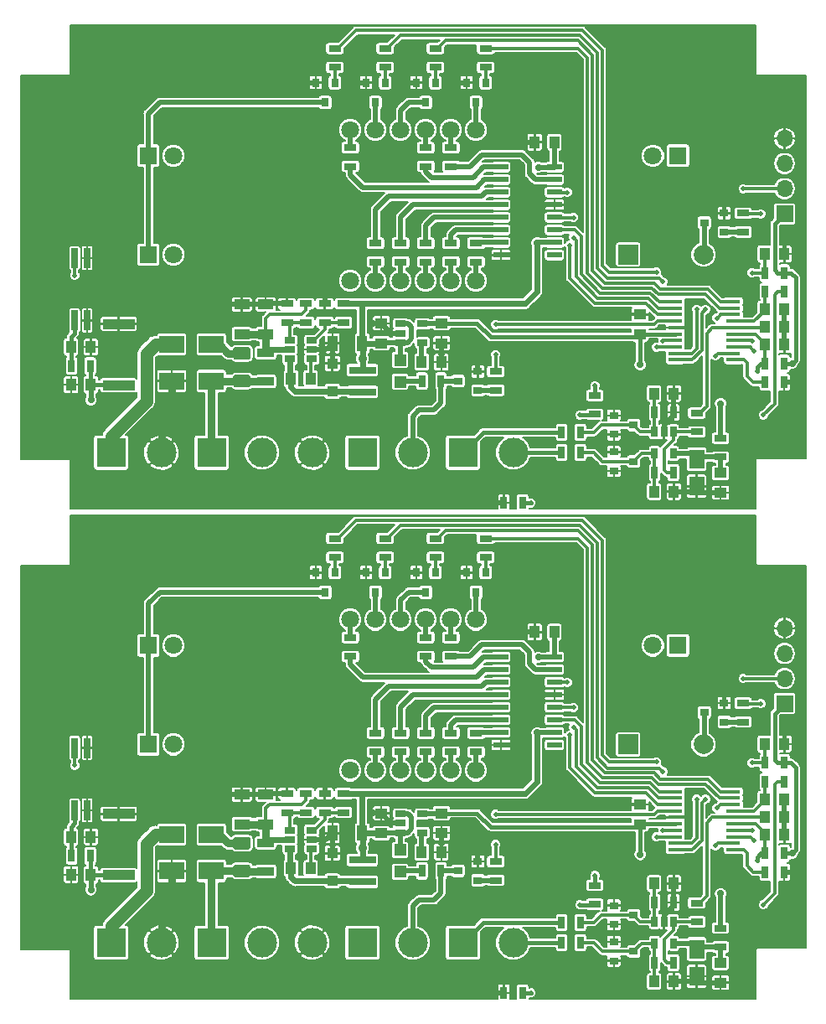
<source format=gbr>
%TF.GenerationSoftware,KiCad,Pcbnew,(5.0.1)-3*%
%TF.CreationDate,2019-02-02T04:30:43+03:00*%
%TF.ProjectId,Thermostat_V1 - Copy,546865726D6F737461745F5631202D20,rev?*%
%TF.SameCoordinates,Original*%
%TF.FileFunction,Copper,L1,Top,Signal*%
%TF.FilePolarity,Positive*%
%FSLAX46Y46*%
G04 Gerber Fmt 4.6, Leading zero omitted, Abs format (unit mm)*
G04 Created by KiCad (PCBNEW (5.0.1)-3) date 2/2/2019 4:30:43 AM*
%MOMM*%
%LPD*%
G01*
G04 APERTURE LIST*
%ADD10O,1.700000X1.700000*%
%ADD11R,1.700000X1.700000*%
%ADD12C,1.800000*%
%ADD13R,1.800000X1.800000*%
%ADD14R,1.300000X0.700000*%
%ADD15R,1.060000X0.650000*%
%ADD16R,1.100000X1.100000*%
%ADD17C,3.000000*%
%ADD18R,3.000000X3.000000*%
%ADD19R,1.450000X0.450000*%
%ADD20R,0.900000X0.800000*%
%ADD21R,2.700000X0.800000*%
%ADD22R,0.700000X1.300000*%
%ADD23R,1.250000X1.000000*%
%ADD24R,1.000000X1.250000*%
%ADD25R,1.500000X0.600000*%
%ADD26R,0.800000X0.900000*%
%ADD27R,1.600000X1.000000*%
%ADD28R,1.000000X1.600000*%
%ADD29C,2.000000*%
%ADD30R,2.000000X2.000000*%
%ADD31R,2.500000X1.800000*%
%ADD32R,1.200000X1.200000*%
%ADD33R,1.500000X1.950000*%
%ADD34R,3.200000X1.000000*%
%ADD35R,0.640000X2.000000*%
%ADD36C,0.100000*%
%ADD37C,1.250000*%
%ADD38R,0.650000X1.060000*%
%ADD39R,1.700000X0.900000*%
%ADD40C,0.700000*%
%ADD41C,0.500000*%
%ADD42C,0.900000*%
%ADD43C,0.500000*%
%ADD44C,0.800000*%
%ADD45C,0.300000*%
%ADD46C,0.400000*%
%ADD47C,0.600000*%
%ADD48C,1.300000*%
%ADD49C,0.200000*%
G04 APERTURE END LIST*
D10*
X97536000Y-121763000D03*
X97536000Y-124303000D03*
X97536000Y-126843000D03*
D11*
X97536000Y-129383000D03*
D12*
X35770000Y-123500000D03*
D13*
X33230000Y-123500000D03*
D14*
X68326000Y-147224000D03*
X68326000Y-145324000D03*
X93345000Y-129322000D03*
X93345000Y-131222000D03*
X67310000Y-114585000D03*
X67310000Y-112685000D03*
D12*
X84230000Y-123500000D03*
D13*
X86770000Y-123500000D03*
D14*
X57150000Y-114585000D03*
X57150000Y-112685000D03*
X52070000Y-114585000D03*
X52070000Y-112685000D03*
D13*
X33230000Y-133500000D03*
D12*
X35770000Y-133500000D03*
D14*
X62230000Y-112685000D03*
X62230000Y-114585000D03*
D15*
X47541000Y-143099000D03*
X47541000Y-144049000D03*
X47541000Y-142149000D03*
X49741000Y-142149000D03*
X49741000Y-143099000D03*
X49741000Y-144049000D03*
D16*
X51816000Y-144493000D03*
X51816000Y-147293000D03*
D17*
X34544000Y-153513000D03*
D18*
X29464000Y-153513000D03*
D19*
X86458000Y-144119000D03*
X86458000Y-143469000D03*
X86458000Y-142819000D03*
X86458000Y-142169000D03*
X86458000Y-141519000D03*
X86458000Y-140869000D03*
X86458000Y-140219000D03*
X86458000Y-139569000D03*
X86458000Y-138919000D03*
X86458000Y-138269000D03*
X92358000Y-138269000D03*
X92358000Y-138919000D03*
X92358000Y-139569000D03*
X92358000Y-140219000D03*
X92358000Y-140869000D03*
X92358000Y-141519000D03*
X92358000Y-142169000D03*
X92358000Y-142819000D03*
X92358000Y-143469000D03*
X92358000Y-144119000D03*
D20*
X82280000Y-150719000D03*
X80280000Y-151669000D03*
X80280000Y-149769000D03*
D15*
X60917000Y-140498000D03*
X60917000Y-142398000D03*
X58717000Y-142398000D03*
X58717000Y-141448000D03*
X58717000Y-140498000D03*
D21*
X54864000Y-145174000D03*
X54864000Y-147374000D03*
D22*
X95570000Y-137257000D03*
X97470000Y-137257000D03*
X74996000Y-153513000D03*
X76896000Y-153513000D03*
X95570000Y-135352000D03*
X97470000Y-135352000D03*
X95570000Y-146401000D03*
X97470000Y-146401000D03*
D14*
X51054000Y-138466000D03*
X51054000Y-140366000D03*
D22*
X69154000Y-158593000D03*
X71054000Y-158593000D03*
X76896000Y-151481000D03*
X74996000Y-151481000D03*
X84394000Y-155545000D03*
X86294000Y-155545000D03*
D14*
X47244000Y-140366000D03*
X47244000Y-138466000D03*
X52959000Y-138466000D03*
X52959000Y-140366000D03*
X88646000Y-149515000D03*
X88646000Y-151415000D03*
X78359000Y-147737000D03*
X78359000Y-149637000D03*
X49149000Y-140366000D03*
X49149000Y-138466000D03*
D23*
X56769000Y-142448000D03*
X56769000Y-140448000D03*
D24*
X60849000Y-144369000D03*
X62849000Y-144369000D03*
X95520000Y-139035000D03*
X97520000Y-139035000D03*
X97520000Y-140813000D03*
X95520000Y-140813000D03*
X97520000Y-142591000D03*
X95520000Y-142591000D03*
X27416000Y-142845000D03*
X25416000Y-142845000D03*
X27416000Y-146655000D03*
X25416000Y-146655000D03*
X49641000Y-146020000D03*
X47641000Y-146020000D03*
D23*
X82931000Y-141559000D03*
X82931000Y-139559000D03*
X62865000Y-140448000D03*
X62865000Y-142448000D03*
D24*
X74279000Y-122144000D03*
X72279000Y-122144000D03*
D22*
X95570000Y-144496000D03*
X97470000Y-144496000D03*
D14*
X91059000Y-153955000D03*
X91059000Y-152055000D03*
D24*
X86344000Y-157450000D03*
X84344000Y-157450000D03*
D23*
X91059000Y-157561000D03*
X91059000Y-155561000D03*
D24*
X95520000Y-133447000D03*
X97520000Y-133447000D03*
X86344000Y-147544000D03*
X84344000Y-147544000D03*
D14*
X61281319Y-134245061D03*
X61281319Y-132345061D03*
D17*
X70104000Y-153513000D03*
D18*
X65024000Y-153513000D03*
D14*
X63821319Y-132345061D03*
X63821319Y-134245061D03*
D20*
X82280000Y-154402000D03*
X80280000Y-155352000D03*
X80280000Y-153452000D03*
D14*
X53661319Y-124593061D03*
X53661319Y-122693061D03*
X61281319Y-124593061D03*
X61281319Y-122693061D03*
D12*
X53650000Y-120880000D03*
X56190000Y-120880000D03*
X58730000Y-120880000D03*
X61270000Y-120880000D03*
X63810000Y-120880000D03*
X66350000Y-120880000D03*
X53650000Y-136120000D03*
X56190000Y-136120000D03*
X58730000Y-136120000D03*
X61270000Y-136120000D03*
X63810000Y-136120000D03*
X66350000Y-136120000D03*
D25*
X74268319Y-124659061D03*
X74268319Y-125929061D03*
X74268319Y-127199061D03*
X74268319Y-128469061D03*
X74268319Y-129739061D03*
X74268319Y-131009061D03*
X74268319Y-132279061D03*
X74268319Y-133549061D03*
X68868319Y-133549061D03*
X68868319Y-132279061D03*
X68868319Y-131009061D03*
X68868319Y-129739061D03*
X68868319Y-128469061D03*
X68868319Y-127199061D03*
X68868319Y-125929061D03*
X68868319Y-124659061D03*
D26*
X52067500Y-116127500D03*
X50167500Y-116127500D03*
X51117500Y-118127500D03*
D14*
X58741319Y-134245061D03*
X58741319Y-132345061D03*
X63821319Y-122693061D03*
X63821319Y-124593061D03*
X66361319Y-134245061D03*
X66361319Y-132345061D03*
X56201319Y-132345061D03*
X56201319Y-134245061D03*
D27*
X45085000Y-138551000D03*
X45085000Y-141551000D03*
D26*
X61277500Y-118127500D03*
X60327500Y-116127500D03*
X62227500Y-116127500D03*
X66357500Y-118127500D03*
X65407500Y-116127500D03*
X67307500Y-116127500D03*
D28*
X54840000Y-142464000D03*
X51840000Y-142464000D03*
D27*
X42672000Y-141551000D03*
X42672000Y-138551000D03*
D29*
X89324500Y-133500000D03*
D30*
X81724500Y-133500000D03*
D31*
X39592000Y-142591000D03*
X35592000Y-142591000D03*
D32*
X58674000Y-146358000D03*
X58674000Y-144158000D03*
D33*
X88646000Y-156920000D03*
X88646000Y-154170000D03*
D22*
X86294000Y-149449000D03*
X84394000Y-149449000D03*
D20*
X91424000Y-131222000D03*
X91424000Y-129322000D03*
X89424000Y-130272000D03*
X64532000Y-146274000D03*
X66532000Y-145324000D03*
X66532000Y-147224000D03*
D26*
X57147500Y-116127500D03*
X55247500Y-116127500D03*
X56197500Y-118127500D03*
D34*
X30226000Y-140507000D03*
X30226000Y-146707000D03*
D35*
X25781000Y-133853000D03*
X27051000Y-133853000D03*
X27051000Y-140153000D03*
X25781000Y-140153000D03*
D36*
G36*
X43321504Y-142853204D02*
X43345773Y-142856804D01*
X43369571Y-142862765D01*
X43392671Y-142871030D01*
X43414849Y-142881520D01*
X43435893Y-142894133D01*
X43455598Y-142908747D01*
X43473777Y-142925223D01*
X43490253Y-142943402D01*
X43504867Y-142963107D01*
X43517480Y-142984151D01*
X43527970Y-143006329D01*
X43536235Y-143029429D01*
X43542196Y-143053227D01*
X43545796Y-143077496D01*
X43547000Y-143102000D01*
X43547000Y-143852000D01*
X43545796Y-143876504D01*
X43542196Y-143900773D01*
X43536235Y-143924571D01*
X43527970Y-143947671D01*
X43517480Y-143969849D01*
X43504867Y-143990893D01*
X43490253Y-144010598D01*
X43473777Y-144028777D01*
X43455598Y-144045253D01*
X43435893Y-144059867D01*
X43414849Y-144072480D01*
X43392671Y-144082970D01*
X43369571Y-144091235D01*
X43345773Y-144097196D01*
X43321504Y-144100796D01*
X43297000Y-144102000D01*
X42047000Y-144102000D01*
X42022496Y-144100796D01*
X41998227Y-144097196D01*
X41974429Y-144091235D01*
X41951329Y-144082970D01*
X41929151Y-144072480D01*
X41908107Y-144059867D01*
X41888402Y-144045253D01*
X41870223Y-144028777D01*
X41853747Y-144010598D01*
X41839133Y-143990893D01*
X41826520Y-143969849D01*
X41816030Y-143947671D01*
X41807765Y-143924571D01*
X41801804Y-143900773D01*
X41798204Y-143876504D01*
X41797000Y-143852000D01*
X41797000Y-143102000D01*
X41798204Y-143077496D01*
X41801804Y-143053227D01*
X41807765Y-143029429D01*
X41816030Y-143006329D01*
X41826520Y-142984151D01*
X41839133Y-142963107D01*
X41853747Y-142943402D01*
X41870223Y-142925223D01*
X41888402Y-142908747D01*
X41908107Y-142894133D01*
X41929151Y-142881520D01*
X41951329Y-142871030D01*
X41974429Y-142862765D01*
X41998227Y-142856804D01*
X42022496Y-142853204D01*
X42047000Y-142852000D01*
X43297000Y-142852000D01*
X43321504Y-142853204D01*
X43321504Y-142853204D01*
G37*
D37*
X42672000Y-143477000D03*
D36*
G36*
X43321504Y-145653204D02*
X43345773Y-145656804D01*
X43369571Y-145662765D01*
X43392671Y-145671030D01*
X43414849Y-145681520D01*
X43435893Y-145694133D01*
X43455598Y-145708747D01*
X43473777Y-145725223D01*
X43490253Y-145743402D01*
X43504867Y-145763107D01*
X43517480Y-145784151D01*
X43527970Y-145806329D01*
X43536235Y-145829429D01*
X43542196Y-145853227D01*
X43545796Y-145877496D01*
X43547000Y-145902000D01*
X43547000Y-146652000D01*
X43545796Y-146676504D01*
X43542196Y-146700773D01*
X43536235Y-146724571D01*
X43527970Y-146747671D01*
X43517480Y-146769849D01*
X43504867Y-146790893D01*
X43490253Y-146810598D01*
X43473777Y-146828777D01*
X43455598Y-146845253D01*
X43435893Y-146859867D01*
X43414849Y-146872480D01*
X43392671Y-146882970D01*
X43369571Y-146891235D01*
X43345773Y-146897196D01*
X43321504Y-146900796D01*
X43297000Y-146902000D01*
X42047000Y-146902000D01*
X42022496Y-146900796D01*
X41998227Y-146897196D01*
X41974429Y-146891235D01*
X41951329Y-146882970D01*
X41929151Y-146872480D01*
X41908107Y-146859867D01*
X41888402Y-146845253D01*
X41870223Y-146828777D01*
X41853747Y-146810598D01*
X41839133Y-146790893D01*
X41826520Y-146769849D01*
X41816030Y-146747671D01*
X41807765Y-146724571D01*
X41801804Y-146700773D01*
X41798204Y-146676504D01*
X41797000Y-146652000D01*
X41797000Y-145902000D01*
X41798204Y-145877496D01*
X41801804Y-145853227D01*
X41807765Y-145829429D01*
X41816030Y-145806329D01*
X41826520Y-145784151D01*
X41839133Y-145763107D01*
X41853747Y-145743402D01*
X41870223Y-145725223D01*
X41888402Y-145708747D01*
X41908107Y-145694133D01*
X41929151Y-145681520D01*
X41951329Y-145671030D01*
X41974429Y-145662765D01*
X41998227Y-145656804D01*
X42022496Y-145653204D01*
X42047000Y-145652000D01*
X43297000Y-145652000D01*
X43321504Y-145653204D01*
X43321504Y-145653204D01*
G37*
D37*
X42672000Y-146277000D03*
D17*
X59944000Y-153513000D03*
D18*
X54864000Y-153513000D03*
D17*
X49784000Y-153513000D03*
X44704000Y-153513000D03*
D18*
X39624000Y-153513000D03*
D22*
X60899000Y-146274000D03*
X62799000Y-146274000D03*
D38*
X86294000Y-153597000D03*
X84394000Y-153597000D03*
X84394000Y-151397000D03*
X85344000Y-151397000D03*
X86294000Y-151397000D03*
D31*
X35592000Y-146274000D03*
X39592000Y-146274000D03*
D22*
X25466000Y-144750000D03*
X27366000Y-144750000D03*
D39*
X45085000Y-143427000D03*
X45085000Y-146327000D03*
D13*
X86770000Y-74000000D03*
D12*
X84230000Y-74000000D03*
X35770000Y-84000000D03*
D13*
X33230000Y-84000000D03*
X33230000Y-74000000D03*
D12*
X35770000Y-74000000D03*
D11*
X97536000Y-79883000D03*
D10*
X97536000Y-77343000D03*
X97536000Y-74803000D03*
X97536000Y-72263000D03*
D14*
X62230000Y-65085000D03*
X62230000Y-63185000D03*
X67310000Y-63185000D03*
X67310000Y-65085000D03*
X93345000Y-81722000D03*
X93345000Y-79822000D03*
X52070000Y-63185000D03*
X52070000Y-65085000D03*
X68326000Y-95824000D03*
X68326000Y-97724000D03*
X57150000Y-63185000D03*
X57150000Y-65085000D03*
D24*
X95520000Y-91313000D03*
X97520000Y-91313000D03*
X95520000Y-93091000D03*
X97520000Y-93091000D03*
D23*
X82931000Y-90059000D03*
X82931000Y-92059000D03*
D24*
X72279000Y-72644000D03*
X74279000Y-72644000D03*
D23*
X62865000Y-92948000D03*
X62865000Y-90948000D03*
X91059000Y-106061000D03*
X91059000Y-108061000D03*
X56769000Y-90948000D03*
X56769000Y-92948000D03*
D24*
X47641000Y-96520000D03*
X49641000Y-96520000D03*
X25416000Y-97155000D03*
X27416000Y-97155000D03*
X84344000Y-98044000D03*
X86344000Y-98044000D03*
X97520000Y-83947000D03*
X95520000Y-83947000D03*
X25416000Y-93345000D03*
X27416000Y-93345000D03*
X97520000Y-89535000D03*
X95520000Y-89535000D03*
X84344000Y-107950000D03*
X86344000Y-107950000D03*
X62849000Y-94869000D03*
X60849000Y-94869000D03*
D14*
X91059000Y-102555000D03*
X91059000Y-104455000D03*
D22*
X97470000Y-94996000D03*
X95570000Y-94996000D03*
D14*
X88646000Y-101915000D03*
X88646000Y-100015000D03*
D22*
X86294000Y-106045000D03*
X84394000Y-106045000D03*
D14*
X52959000Y-90866000D03*
X52959000Y-88966000D03*
X51054000Y-90866000D03*
X51054000Y-88966000D03*
X47244000Y-88966000D03*
X47244000Y-90866000D03*
X49149000Y-88966000D03*
X49149000Y-90866000D03*
X78359000Y-100137000D03*
X78359000Y-98237000D03*
D22*
X97470000Y-96901000D03*
X95570000Y-96901000D03*
X74996000Y-101981000D03*
X76896000Y-101981000D03*
X71054000Y-109093000D03*
X69154000Y-109093000D03*
X97470000Y-85852000D03*
X95570000Y-85852000D03*
X76896000Y-104013000D03*
X74996000Y-104013000D03*
X97470000Y-87757000D03*
X95570000Y-87757000D03*
X84394000Y-99949000D03*
X86294000Y-99949000D03*
X27366000Y-95250000D03*
X25466000Y-95250000D03*
D39*
X45085000Y-96827000D03*
X45085000Y-93927000D03*
D38*
X86294000Y-101897000D03*
X85344000Y-101897000D03*
X84394000Y-101897000D03*
X84394000Y-104097000D03*
X86294000Y-104097000D03*
D32*
X58674000Y-94658000D03*
X58674000Y-96858000D03*
D22*
X62799000Y-96774000D03*
X60899000Y-96774000D03*
D30*
X81724500Y-84000000D03*
D29*
X89324500Y-84000000D03*
D18*
X54864000Y-104013000D03*
D17*
X59944000Y-104013000D03*
D18*
X39624000Y-104013000D03*
D17*
X44704000Y-104013000D03*
X49784000Y-104013000D03*
D33*
X88646000Y-104670000D03*
X88646000Y-107420000D03*
D31*
X35592000Y-93091000D03*
X39592000Y-93091000D03*
X39592000Y-96774000D03*
X35592000Y-96774000D03*
D36*
G36*
X43321504Y-96153204D02*
X43345773Y-96156804D01*
X43369571Y-96162765D01*
X43392671Y-96171030D01*
X43414849Y-96181520D01*
X43435893Y-96194133D01*
X43455598Y-96208747D01*
X43473777Y-96225223D01*
X43490253Y-96243402D01*
X43504867Y-96263107D01*
X43517480Y-96284151D01*
X43527970Y-96306329D01*
X43536235Y-96329429D01*
X43542196Y-96353227D01*
X43545796Y-96377496D01*
X43547000Y-96402000D01*
X43547000Y-97152000D01*
X43545796Y-97176504D01*
X43542196Y-97200773D01*
X43536235Y-97224571D01*
X43527970Y-97247671D01*
X43517480Y-97269849D01*
X43504867Y-97290893D01*
X43490253Y-97310598D01*
X43473777Y-97328777D01*
X43455598Y-97345253D01*
X43435893Y-97359867D01*
X43414849Y-97372480D01*
X43392671Y-97382970D01*
X43369571Y-97391235D01*
X43345773Y-97397196D01*
X43321504Y-97400796D01*
X43297000Y-97402000D01*
X42047000Y-97402000D01*
X42022496Y-97400796D01*
X41998227Y-97397196D01*
X41974429Y-97391235D01*
X41951329Y-97382970D01*
X41929151Y-97372480D01*
X41908107Y-97359867D01*
X41888402Y-97345253D01*
X41870223Y-97328777D01*
X41853747Y-97310598D01*
X41839133Y-97290893D01*
X41826520Y-97269849D01*
X41816030Y-97247671D01*
X41807765Y-97224571D01*
X41801804Y-97200773D01*
X41798204Y-97176504D01*
X41797000Y-97152000D01*
X41797000Y-96402000D01*
X41798204Y-96377496D01*
X41801804Y-96353227D01*
X41807765Y-96329429D01*
X41816030Y-96306329D01*
X41826520Y-96284151D01*
X41839133Y-96263107D01*
X41853747Y-96243402D01*
X41870223Y-96225223D01*
X41888402Y-96208747D01*
X41908107Y-96194133D01*
X41929151Y-96181520D01*
X41951329Y-96171030D01*
X41974429Y-96162765D01*
X41998227Y-96156804D01*
X42022496Y-96153204D01*
X42047000Y-96152000D01*
X43297000Y-96152000D01*
X43321504Y-96153204D01*
X43321504Y-96153204D01*
G37*
D37*
X42672000Y-96777000D03*
D36*
G36*
X43321504Y-93353204D02*
X43345773Y-93356804D01*
X43369571Y-93362765D01*
X43392671Y-93371030D01*
X43414849Y-93381520D01*
X43435893Y-93394133D01*
X43455598Y-93408747D01*
X43473777Y-93425223D01*
X43490253Y-93443402D01*
X43504867Y-93463107D01*
X43517480Y-93484151D01*
X43527970Y-93506329D01*
X43536235Y-93529429D01*
X43542196Y-93553227D01*
X43545796Y-93577496D01*
X43547000Y-93602000D01*
X43547000Y-94352000D01*
X43545796Y-94376504D01*
X43542196Y-94400773D01*
X43536235Y-94424571D01*
X43527970Y-94447671D01*
X43517480Y-94469849D01*
X43504867Y-94490893D01*
X43490253Y-94510598D01*
X43473777Y-94528777D01*
X43455598Y-94545253D01*
X43435893Y-94559867D01*
X43414849Y-94572480D01*
X43392671Y-94582970D01*
X43369571Y-94591235D01*
X43345773Y-94597196D01*
X43321504Y-94600796D01*
X43297000Y-94602000D01*
X42047000Y-94602000D01*
X42022496Y-94600796D01*
X41998227Y-94597196D01*
X41974429Y-94591235D01*
X41951329Y-94582970D01*
X41929151Y-94572480D01*
X41908107Y-94559867D01*
X41888402Y-94545253D01*
X41870223Y-94528777D01*
X41853747Y-94510598D01*
X41839133Y-94490893D01*
X41826520Y-94469849D01*
X41816030Y-94447671D01*
X41807765Y-94424571D01*
X41801804Y-94400773D01*
X41798204Y-94376504D01*
X41797000Y-94352000D01*
X41797000Y-93602000D01*
X41798204Y-93577496D01*
X41801804Y-93553227D01*
X41807765Y-93529429D01*
X41816030Y-93506329D01*
X41826520Y-93484151D01*
X41839133Y-93463107D01*
X41853747Y-93443402D01*
X41870223Y-93425223D01*
X41888402Y-93408747D01*
X41908107Y-93394133D01*
X41929151Y-93381520D01*
X41951329Y-93371030D01*
X41974429Y-93362765D01*
X41998227Y-93356804D01*
X42022496Y-93353204D01*
X42047000Y-93352000D01*
X43297000Y-93352000D01*
X43321504Y-93353204D01*
X43321504Y-93353204D01*
G37*
D37*
X42672000Y-93977000D03*
D35*
X25781000Y-90653000D03*
X27051000Y-90653000D03*
X27051000Y-84353000D03*
X25781000Y-84353000D03*
D34*
X30226000Y-97207000D03*
X30226000Y-91007000D03*
D26*
X56197500Y-68627500D03*
X55247500Y-66627500D03*
X57147500Y-66627500D03*
D20*
X66532000Y-97724000D03*
X66532000Y-95824000D03*
X64532000Y-96774000D03*
X89424000Y-80772000D03*
X91424000Y-79822000D03*
X91424000Y-81722000D03*
D26*
X62227500Y-66627500D03*
X60327500Y-66627500D03*
X61277500Y-68627500D03*
X51117500Y-68627500D03*
X50167500Y-66627500D03*
X52067500Y-66627500D03*
X67307500Y-66627500D03*
X65407500Y-66627500D03*
X66357500Y-68627500D03*
D14*
X56201319Y-84745061D03*
X56201319Y-82845061D03*
X66361319Y-82845061D03*
X66361319Y-84745061D03*
X63821319Y-84745061D03*
X63821319Y-82845061D03*
X58741319Y-82845061D03*
X58741319Y-84745061D03*
X53661319Y-73193061D03*
X53661319Y-75093061D03*
X63821319Y-75093061D03*
X63821319Y-73193061D03*
X61281319Y-73193061D03*
X61281319Y-75093061D03*
X61281319Y-82845061D03*
X61281319Y-84745061D03*
D25*
X68868319Y-75159061D03*
X68868319Y-76429061D03*
X68868319Y-77699061D03*
X68868319Y-78969061D03*
X68868319Y-80239061D03*
X68868319Y-81509061D03*
X68868319Y-82779061D03*
X68868319Y-84049061D03*
X74268319Y-84049061D03*
X74268319Y-82779061D03*
X74268319Y-81509061D03*
X74268319Y-80239061D03*
X74268319Y-78969061D03*
X74268319Y-77699061D03*
X74268319Y-76429061D03*
X74268319Y-75159061D03*
D12*
X66350000Y-86620000D03*
X63810000Y-86620000D03*
X61270000Y-86620000D03*
X58730000Y-86620000D03*
X56190000Y-86620000D03*
X53650000Y-86620000D03*
X66350000Y-71380000D03*
X63810000Y-71380000D03*
X61270000Y-71380000D03*
X58730000Y-71380000D03*
X56190000Y-71380000D03*
X53650000Y-71380000D03*
D20*
X80280000Y-103952000D03*
X80280000Y-105852000D03*
X82280000Y-104902000D03*
D18*
X65024000Y-104013000D03*
D17*
X70104000Y-104013000D03*
D27*
X42672000Y-89051000D03*
X42672000Y-92051000D03*
X45085000Y-92051000D03*
X45085000Y-89051000D03*
D28*
X51840000Y-92964000D03*
X54840000Y-92964000D03*
D16*
X51816000Y-97793000D03*
X51816000Y-94993000D03*
D21*
X54864000Y-97874000D03*
X54864000Y-95674000D03*
D15*
X58717000Y-90998000D03*
X58717000Y-91948000D03*
X58717000Y-92898000D03*
X60917000Y-92898000D03*
X60917000Y-90998000D03*
X49741000Y-94549000D03*
X49741000Y-93599000D03*
X49741000Y-92649000D03*
X47541000Y-92649000D03*
X47541000Y-94549000D03*
X47541000Y-93599000D03*
D19*
X92358000Y-94619000D03*
X92358000Y-93969000D03*
X92358000Y-93319000D03*
X92358000Y-92669000D03*
X92358000Y-92019000D03*
X92358000Y-91369000D03*
X92358000Y-90719000D03*
X92358000Y-90069000D03*
X92358000Y-89419000D03*
X92358000Y-88769000D03*
X86458000Y-88769000D03*
X86458000Y-89419000D03*
X86458000Y-90069000D03*
X86458000Y-90719000D03*
X86458000Y-91369000D03*
X86458000Y-92019000D03*
X86458000Y-92669000D03*
X86458000Y-93319000D03*
X86458000Y-93969000D03*
X86458000Y-94619000D03*
D20*
X80280000Y-100269000D03*
X80280000Y-102169000D03*
X82280000Y-101219000D03*
D18*
X29464000Y-104013000D03*
D17*
X34544000Y-104013000D03*
D40*
X87376000Y-107950000D03*
X89916000Y-108061000D03*
D41*
X98425000Y-96901000D03*
D40*
X68326000Y-109093000D03*
X41275000Y-89027000D03*
D41*
X51054000Y-88138000D03*
D40*
X50927000Y-93599000D03*
X51816000Y-94107000D03*
X66548000Y-94615000D03*
X62865000Y-93980000D03*
X64389000Y-66675000D03*
X59309000Y-66675000D03*
X54229000Y-66675000D03*
X49276000Y-66675000D03*
X73152000Y-78994000D03*
X70104000Y-84074000D03*
X71247000Y-72644000D03*
D41*
X87757000Y-91313000D03*
X81788000Y-90043000D03*
D40*
X91440000Y-78867000D03*
X97536000Y-82804000D03*
X27051000Y-82296000D03*
D41*
X30226000Y-89027000D03*
D40*
X28702000Y-93345000D03*
X25400000Y-98679000D03*
D41*
X97520000Y-90424000D03*
X97520000Y-92202000D03*
D40*
X55880000Y-90932000D03*
D41*
X79248000Y-102108000D03*
X79248000Y-103886000D03*
X79248000Y-105918000D03*
X79883000Y-98171000D03*
X86360000Y-96520000D03*
X90551000Y-94996000D03*
X87884000Y-89408000D03*
D40*
X51816000Y-143607000D03*
X62865000Y-143480000D03*
X64389000Y-116175000D03*
D41*
X98425000Y-146401000D03*
X51054000Y-137638000D03*
D40*
X66548000Y-144115000D03*
X89916000Y-157561000D03*
X68326000Y-158593000D03*
X41275000Y-138527000D03*
X87376000Y-157450000D03*
X50927000Y-143099000D03*
D41*
X87884000Y-138908000D03*
D40*
X55880000Y-140432000D03*
X28702000Y-142845000D03*
X91440000Y-128367000D03*
D41*
X97520000Y-139924000D03*
D40*
X71247000Y-122144000D03*
X49276000Y-116175000D03*
X70104000Y-133574000D03*
D41*
X81788000Y-139543000D03*
D40*
X27051000Y-131796000D03*
D41*
X97520000Y-141702000D03*
X87757000Y-140813000D03*
D40*
X97536000Y-132304000D03*
D41*
X30226000Y-138527000D03*
D40*
X25400000Y-148179000D03*
X59309000Y-116175000D03*
X54229000Y-116175000D03*
X73152000Y-128494000D03*
D41*
X90551000Y-144496000D03*
X79883000Y-147671000D03*
X79248000Y-153386000D03*
X79248000Y-151608000D03*
X79248000Y-155418000D03*
X86360000Y-146020000D03*
D40*
X98298000Y-94996000D03*
X82931000Y-95123000D03*
X82931000Y-144623000D03*
X98298000Y-144496000D03*
D41*
X94234000Y-92710000D03*
X94234000Y-85852000D03*
X94234000Y-142210000D03*
X94234000Y-135352000D03*
D42*
X54864000Y-94488000D03*
D40*
X72517000Y-82804000D03*
X72644000Y-75184000D03*
X54864000Y-89027000D03*
X91059000Y-99060000D03*
D42*
X54864000Y-143988000D03*
D40*
X72517000Y-132304000D03*
X54864000Y-138527000D03*
X72644000Y-124684000D03*
X91059000Y-148560000D03*
D41*
X78359000Y-97250000D03*
X94742000Y-95758000D03*
X78359000Y-146750000D03*
X94742000Y-145258000D03*
X71882000Y-109093000D03*
X76835000Y-100203000D03*
X95377000Y-100203000D03*
X76835000Y-149703000D03*
X71882000Y-158593000D03*
X95377000Y-149703000D03*
D40*
X27432000Y-98679000D03*
X27432000Y-148179000D03*
D41*
X84577164Y-85775979D03*
X84582000Y-93345000D03*
X84577164Y-135275979D03*
X84582000Y-142845000D03*
X95123000Y-79883000D03*
X94470083Y-93726337D03*
X95123000Y-129383000D03*
X94470083Y-143226337D03*
X68326000Y-94107000D03*
X68326000Y-91059000D03*
X68326000Y-143607000D03*
X68326000Y-140559000D03*
X85217000Y-86741000D03*
X85217000Y-92710000D03*
X85217000Y-142210000D03*
X85217000Y-136241000D03*
X90678000Y-90424000D03*
X90678000Y-139924000D03*
X25781000Y-86106000D03*
X90551000Y-94234000D03*
X90551000Y-143734000D03*
X25781000Y-135606000D03*
X76200000Y-82296000D03*
X76200000Y-80264000D03*
X76200000Y-129764000D03*
X76200000Y-131796000D03*
X75819000Y-83058000D03*
X75565000Y-77724000D03*
X75565000Y-127224000D03*
X75819000Y-132558000D03*
X88646000Y-89535000D03*
X93345000Y-77343000D03*
X88646000Y-139035000D03*
X93345000Y-126843000D03*
X89535000Y-89535000D03*
X89535000Y-139035000D03*
D43*
X88116000Y-107950000D02*
X88646000Y-107420000D01*
X87376000Y-107950000D02*
X88116000Y-107950000D01*
X86344000Y-107950000D02*
X87376000Y-107950000D01*
X89287000Y-108061000D02*
X88646000Y-107420000D01*
X89916000Y-108061000D02*
X89287000Y-108061000D01*
X91059000Y-108061000D02*
X89916000Y-108061000D01*
X86294000Y-100269000D02*
X86294000Y-99949000D01*
X85344000Y-101897000D02*
X85344000Y-101219000D01*
X85344000Y-101219000D02*
X86294000Y-100269000D01*
X86294000Y-98094000D02*
X86344000Y-98044000D01*
X86294000Y-98933000D02*
X86294000Y-98094000D01*
X86294000Y-99949000D02*
X86294000Y-98933000D01*
X97520000Y-93091000D02*
X97520000Y-92202000D01*
X97520000Y-91313000D02*
X97520000Y-90424000D01*
X97470000Y-96901000D02*
X98425000Y-96901000D01*
X69154000Y-109093000D02*
X68326000Y-109093000D01*
X42672000Y-89051000D02*
X45085000Y-89051000D01*
X45170000Y-88966000D02*
X45085000Y-89051000D01*
X47244000Y-88966000D02*
X45170000Y-88966000D01*
X42672000Y-89051000D02*
X41299000Y-89051000D01*
X41299000Y-89051000D02*
X41275000Y-89027000D01*
X51054000Y-88966000D02*
X51054000Y-88138000D01*
X51816000Y-92988000D02*
X51840000Y-92964000D01*
X51205000Y-93599000D02*
X51840000Y-92964000D01*
X50927000Y-93599000D02*
X51205000Y-93599000D01*
X49741000Y-93599000D02*
X50927000Y-93599000D01*
X51816000Y-94107000D02*
X51816000Y-92988000D01*
X51816000Y-94993000D02*
X51816000Y-94107000D01*
X57769000Y-91948000D02*
X58717000Y-91948000D01*
X56769000Y-90948000D02*
X57769000Y-91948000D01*
X62865000Y-92948000D02*
X62865000Y-93980000D01*
X65407500Y-66627500D02*
X64436500Y-66627500D01*
X64436500Y-66627500D02*
X64389000Y-66675000D01*
X60327500Y-66627500D02*
X59356500Y-66627500D01*
X59356500Y-66627500D02*
X59309000Y-66675000D01*
X55247500Y-66627500D02*
X54276500Y-66627500D01*
X54276500Y-66627500D02*
X54229000Y-66675000D01*
X50167500Y-66627500D02*
X49323500Y-66627500D01*
X49323500Y-66627500D02*
X49276000Y-66675000D01*
X74268319Y-78969061D02*
X73176939Y-78969061D01*
X73176939Y-78969061D02*
X73152000Y-78994000D01*
X68868319Y-84049061D02*
X70079061Y-84049061D01*
X70079061Y-84049061D02*
X70104000Y-84074000D01*
X72279000Y-72644000D02*
X71247000Y-72644000D01*
D44*
X34544000Y-99727000D02*
X35592000Y-98679000D01*
X34544000Y-104013000D02*
X34544000Y-99727000D01*
X35592000Y-96774000D02*
X35592000Y-98679000D01*
D43*
X66532000Y-94631000D02*
X66548000Y-94615000D01*
X66532000Y-95824000D02*
X66532000Y-94631000D01*
D45*
X86458000Y-91369000D02*
X87701000Y-91369000D01*
X87701000Y-91369000D02*
X87757000Y-91313000D01*
X82931000Y-90059000D02*
X81804000Y-90059000D01*
X81804000Y-90059000D02*
X81788000Y-90043000D01*
D46*
X91424000Y-79822000D02*
X91424000Y-78883000D01*
X91424000Y-78883000D02*
X91440000Y-78867000D01*
X97520000Y-83947000D02*
X97520000Y-82820000D01*
X97520000Y-82820000D02*
X97536000Y-82804000D01*
D43*
X97520000Y-90424000D02*
X97520000Y-89535000D01*
X97520000Y-92202000D02*
X97520000Y-91313000D01*
X56753000Y-90932000D02*
X56374974Y-90932000D01*
X56374974Y-90932000D02*
X55880000Y-90932000D01*
X56769000Y-90948000D02*
X56753000Y-90932000D01*
D45*
X87701000Y-140869000D02*
X87757000Y-140813000D01*
D43*
X88116000Y-157450000D02*
X88646000Y-156920000D01*
D44*
X34544000Y-153513000D02*
X34544000Y-149227000D01*
D43*
X66532000Y-145324000D02*
X66532000Y-144131000D01*
D45*
X86458000Y-140869000D02*
X87701000Y-140869000D01*
D43*
X41299000Y-138551000D02*
X41275000Y-138527000D01*
X51816000Y-143607000D02*
X51816000Y-142488000D01*
X86344000Y-157450000D02*
X87376000Y-157450000D01*
X86294000Y-149449000D02*
X86294000Y-148433000D01*
X91059000Y-157561000D02*
X89916000Y-157561000D01*
X97520000Y-142591000D02*
X97520000Y-141702000D01*
X97470000Y-146401000D02*
X98425000Y-146401000D01*
X51205000Y-143099000D02*
X51840000Y-142464000D01*
X49741000Y-143099000D02*
X50927000Y-143099000D01*
X62865000Y-142448000D02*
X62865000Y-143480000D01*
X69154000Y-158593000D02*
X68326000Y-158593000D01*
X64436500Y-116127500D02*
X64389000Y-116175000D01*
X47244000Y-138466000D02*
X45170000Y-138466000D01*
X54276500Y-116127500D02*
X54229000Y-116175000D01*
X49323500Y-116127500D02*
X49276000Y-116175000D01*
X72279000Y-122144000D02*
X71247000Y-122144000D01*
X51816000Y-144493000D02*
X51816000Y-143607000D01*
X55247500Y-116127500D02*
X54276500Y-116127500D01*
X60327500Y-116127500D02*
X59356500Y-116127500D01*
X42672000Y-138551000D02*
X41299000Y-138551000D01*
X51054000Y-138466000D02*
X51054000Y-137638000D01*
X68868319Y-133549061D02*
X70079061Y-133549061D01*
X59356500Y-116127500D02*
X59309000Y-116175000D01*
X85344000Y-150719000D02*
X86294000Y-149769000D01*
X50167500Y-116127500D02*
X49323500Y-116127500D01*
D44*
X35592000Y-146274000D02*
X35592000Y-148179000D01*
D43*
X89916000Y-157561000D02*
X89287000Y-157561000D01*
X86294000Y-148433000D02*
X86294000Y-147594000D01*
X89287000Y-157561000D02*
X88646000Y-156920000D01*
X42672000Y-138551000D02*
X45085000Y-138551000D01*
X51816000Y-142488000D02*
X51840000Y-142464000D01*
X50927000Y-143099000D02*
X51205000Y-143099000D01*
X57769000Y-141448000D02*
X58717000Y-141448000D01*
X85344000Y-151397000D02*
X85344000Y-150719000D01*
X45170000Y-138466000D02*
X45085000Y-138551000D01*
X56769000Y-140448000D02*
X57769000Y-141448000D01*
X70079061Y-133549061D02*
X70104000Y-133574000D01*
X65407500Y-116127500D02*
X64436500Y-116127500D01*
D44*
X34544000Y-149227000D02*
X35592000Y-148179000D01*
D43*
X86294000Y-147594000D02*
X86344000Y-147544000D01*
X66532000Y-144131000D02*
X66548000Y-144115000D01*
X86294000Y-149769000D02*
X86294000Y-149449000D01*
X74268319Y-128469061D02*
X73176939Y-128469061D01*
X73176939Y-128469061D02*
X73152000Y-128494000D01*
X87376000Y-157450000D02*
X88116000Y-157450000D01*
X97520000Y-140813000D02*
X97520000Y-139924000D01*
D45*
X82931000Y-139559000D02*
X81804000Y-139559000D01*
X81804000Y-139559000D02*
X81788000Y-139543000D01*
D43*
X97520000Y-141702000D02*
X97520000Y-140813000D01*
D46*
X91424000Y-128383000D02*
X91440000Y-128367000D01*
X97520000Y-132320000D02*
X97536000Y-132304000D01*
D43*
X97520000Y-139924000D02*
X97520000Y-139035000D01*
D46*
X97520000Y-133447000D02*
X97520000Y-132320000D01*
D43*
X56374974Y-140432000D02*
X55880000Y-140432000D01*
X56769000Y-140448000D02*
X56753000Y-140432000D01*
D46*
X91424000Y-129322000D02*
X91424000Y-128383000D01*
D43*
X56753000Y-140432000D02*
X56374974Y-140432000D01*
D45*
X84394000Y-107900000D02*
X84344000Y-107950000D01*
X84394000Y-106045000D02*
X84394000Y-107900000D01*
X84394000Y-104097000D02*
X84394000Y-106045000D01*
X83085000Y-104097000D02*
X82280000Y-104902000D01*
X84394000Y-104097000D02*
X83085000Y-104097000D01*
X82280000Y-104902000D02*
X79121000Y-104902000D01*
X78232000Y-104013000D02*
X76896000Y-104013000D01*
X79121000Y-104902000D02*
X78232000Y-104013000D01*
X78232000Y-153513000D02*
X76896000Y-153513000D01*
X79121000Y-154402000D02*
X78232000Y-153513000D01*
X82280000Y-154402000D02*
X79121000Y-154402000D01*
X83085000Y-153597000D02*
X82280000Y-154402000D01*
X84394000Y-155545000D02*
X84394000Y-157400000D01*
X84394000Y-153597000D02*
X84394000Y-155545000D01*
X84394000Y-157400000D02*
X84344000Y-157450000D01*
X84394000Y-153597000D02*
X83085000Y-153597000D01*
X84394000Y-101897000D02*
X84394000Y-99949000D01*
X84344000Y-99899000D02*
X84394000Y-99949000D01*
X84344000Y-98044000D02*
X84344000Y-99899000D01*
X82958000Y-101897000D02*
X82280000Y-101219000D01*
X84394000Y-101897000D02*
X82958000Y-101897000D01*
X82280000Y-101219000D02*
X78994000Y-101219000D01*
X78232000Y-101981000D02*
X76896000Y-101981000D01*
X78994000Y-101219000D02*
X78232000Y-101981000D01*
X84344000Y-147544000D02*
X84344000Y-149399000D01*
X84394000Y-151397000D02*
X84394000Y-149449000D01*
X84394000Y-151397000D02*
X82958000Y-151397000D01*
X84344000Y-149399000D02*
X84394000Y-149449000D01*
X82958000Y-151397000D02*
X82280000Y-150719000D01*
X78232000Y-151481000D02*
X76896000Y-151481000D01*
X82280000Y-150719000D02*
X78994000Y-150719000D01*
X78994000Y-150719000D02*
X78232000Y-151481000D01*
D43*
X62815000Y-90998000D02*
X62865000Y-90948000D01*
X60917000Y-90998000D02*
X62815000Y-90998000D01*
D46*
X82971000Y-92019000D02*
X82931000Y-92059000D01*
X86458000Y-92019000D02*
X82971000Y-92019000D01*
X97470000Y-94996000D02*
X98298000Y-94996000D01*
X82931000Y-95123000D02*
X82931000Y-92059000D01*
X98171000Y-85852000D02*
X97470000Y-85852000D01*
X98647999Y-86328999D02*
X98171000Y-85852000D01*
X98298000Y-94996000D02*
X98647999Y-94646001D01*
X98647999Y-94646001D02*
X98647999Y-86328999D01*
X66437000Y-90948000D02*
X62865000Y-90948000D01*
X67818000Y-92329000D02*
X66437000Y-90948000D01*
X82931000Y-92059000D02*
X82661000Y-92329000D01*
X82661000Y-92329000D02*
X67818000Y-92329000D01*
X96520000Y-80899000D02*
X97536000Y-79883000D01*
X96820000Y-85852000D02*
X96520000Y-85552000D01*
X97470000Y-85852000D02*
X96820000Y-85852000D01*
X96520000Y-85552000D02*
X96520000Y-80899000D01*
X82971000Y-141519000D02*
X82931000Y-141559000D01*
D43*
X60917000Y-140498000D02*
X62815000Y-140498000D01*
D46*
X67818000Y-141829000D02*
X66437000Y-140448000D01*
X82661000Y-141829000D02*
X67818000Y-141829000D01*
X98171000Y-135352000D02*
X97470000Y-135352000D01*
X97470000Y-135352000D02*
X96820000Y-135352000D01*
X96520000Y-135052000D02*
X96520000Y-130399000D01*
X97470000Y-144496000D02*
X98298000Y-144496000D01*
X98298000Y-144496000D02*
X98647999Y-144146001D01*
X86458000Y-141519000D02*
X82971000Y-141519000D01*
X98647999Y-135828999D02*
X98171000Y-135352000D01*
X66437000Y-140448000D02*
X62865000Y-140448000D01*
X82931000Y-141559000D02*
X82661000Y-141829000D01*
X96520000Y-130399000D02*
X97536000Y-129383000D01*
D43*
X62815000Y-140498000D02*
X62865000Y-140448000D01*
D46*
X82931000Y-144623000D02*
X82931000Y-141559000D01*
X96820000Y-135352000D02*
X96520000Y-135052000D01*
X98647999Y-144146001D02*
X98647999Y-135828999D01*
D45*
X94361000Y-96901000D02*
X95570000Y-96901000D01*
X93726000Y-96266000D02*
X94361000Y-96901000D01*
X93726000Y-94962000D02*
X93726000Y-96266000D01*
X92358000Y-94619000D02*
X93383000Y-94619000D01*
X93383000Y-94619000D02*
X93726000Y-94962000D01*
X92358000Y-144119000D02*
X93383000Y-144119000D01*
X93726000Y-145766000D02*
X94361000Y-146401000D01*
X94361000Y-146401000D02*
X95570000Y-146401000D01*
X93726000Y-144462000D02*
X93726000Y-145766000D01*
X93383000Y-144119000D02*
X93726000Y-144462000D01*
X95520000Y-85802000D02*
X95570000Y-85852000D01*
X95520000Y-83947000D02*
X95520000Y-85802000D01*
X92358000Y-92669000D02*
X94193000Y-92669000D01*
X94193000Y-92669000D02*
X94234000Y-92710000D01*
X94234000Y-85852000D02*
X95570000Y-85852000D01*
X95520000Y-135302000D02*
X95570000Y-135352000D01*
X95520000Y-133447000D02*
X95520000Y-135302000D01*
X92358000Y-142169000D02*
X94193000Y-142169000D01*
X94193000Y-142169000D02*
X94234000Y-142210000D01*
X94234000Y-135352000D02*
X95570000Y-135352000D01*
D47*
X54864000Y-92988000D02*
X54840000Y-92964000D01*
X54864000Y-95674000D02*
X54864000Y-92988000D01*
D43*
X56819000Y-92898000D02*
X56769000Y-92948000D01*
X58717000Y-92898000D02*
X56819000Y-92898000D01*
X74279000Y-75148380D02*
X74268319Y-75159061D01*
X74279000Y-72644000D02*
X74279000Y-75148380D01*
X59432002Y-92898000D02*
X59817000Y-92513002D01*
X58717000Y-92898000D02*
X59432002Y-92898000D01*
X59817000Y-92513002D02*
X59817000Y-91313000D01*
X59817000Y-91313000D02*
X59502000Y-90998000D01*
X59502000Y-90998000D02*
X58717000Y-90998000D01*
X58674000Y-92941000D02*
X58717000Y-92898000D01*
X58674000Y-94658000D02*
X58674000Y-92941000D01*
X74268319Y-82779061D02*
X72541939Y-82779061D01*
X72541939Y-82779061D02*
X72517000Y-82804000D01*
X74243380Y-75184000D02*
X74268319Y-75159061D01*
X72644000Y-75184000D02*
X74243380Y-75184000D01*
D47*
X52959000Y-88966000D02*
X71308000Y-88966000D01*
X71308000Y-88966000D02*
X72517000Y-87757000D01*
X72517000Y-87757000D02*
X72517000Y-82804000D01*
X56753000Y-92964000D02*
X56769000Y-92948000D01*
X54840000Y-92964000D02*
X56753000Y-92964000D01*
D43*
X91059000Y-102555000D02*
X91059000Y-99060000D01*
D47*
X54803000Y-88966000D02*
X52959000Y-88966000D01*
X54864000Y-89027000D02*
X54803000Y-88966000D01*
X54840000Y-92964000D02*
X54840000Y-89051000D01*
X54840000Y-89051000D02*
X54864000Y-89027000D01*
X54864000Y-145174000D02*
X54864000Y-142488000D01*
X54864000Y-142488000D02*
X54840000Y-142464000D01*
D43*
X58717000Y-142398000D02*
X56819000Y-142398000D01*
X59817000Y-142013002D02*
X59817000Y-140813000D01*
X59502000Y-140498000D02*
X58717000Y-140498000D01*
X58674000Y-142441000D02*
X58717000Y-142398000D01*
D47*
X56753000Y-142464000D02*
X56769000Y-142448000D01*
D43*
X74279000Y-124648380D02*
X74268319Y-124659061D01*
X56819000Y-142398000D02*
X56769000Y-142448000D01*
X74243380Y-124684000D02*
X74268319Y-124659061D01*
X91059000Y-152055000D02*
X91059000Y-148560000D01*
X58717000Y-142398000D02*
X59432002Y-142398000D01*
X74268319Y-132279061D02*
X72541939Y-132279061D01*
D47*
X54840000Y-142464000D02*
X54840000Y-138551000D01*
X54803000Y-138466000D02*
X52959000Y-138466000D01*
X72517000Y-137257000D02*
X72517000Y-132304000D01*
D43*
X72541939Y-132279061D02*
X72517000Y-132304000D01*
X72644000Y-124684000D02*
X74243380Y-124684000D01*
D47*
X54840000Y-142464000D02*
X56753000Y-142464000D01*
X54840000Y-138551000D02*
X54864000Y-138527000D01*
X54864000Y-138527000D02*
X54803000Y-138466000D01*
D43*
X59817000Y-140813000D02*
X59502000Y-140498000D01*
X59432002Y-142398000D02*
X59817000Y-142013002D01*
D47*
X52959000Y-138466000D02*
X71308000Y-138466000D01*
X71308000Y-138466000D02*
X72517000Y-137257000D01*
D43*
X74279000Y-122144000D02*
X74279000Y-124648380D01*
X58674000Y-144158000D02*
X58674000Y-142441000D01*
D45*
X95520000Y-92966000D02*
X95520000Y-93091000D01*
X94573000Y-92019000D02*
X95520000Y-92966000D01*
X92358000Y-92019000D02*
X94573000Y-92019000D01*
X95520000Y-94946000D02*
X95570000Y-94996000D01*
X95520000Y-93091000D02*
X95520000Y-94107000D01*
X95520000Y-94107000D02*
X95520000Y-94946000D01*
D46*
X78359000Y-98237000D02*
X78359000Y-97250000D01*
D43*
X95570000Y-94996000D02*
X95504000Y-94996000D01*
D46*
X94742000Y-95377000D02*
X94742000Y-95758000D01*
X95504000Y-94996000D02*
X95123000Y-94996000D01*
X95123000Y-94996000D02*
X94742000Y-95377000D01*
D45*
X94573000Y-141519000D02*
X95520000Y-142466000D01*
X95520000Y-142466000D02*
X95520000Y-142591000D01*
X92358000Y-141519000D02*
X94573000Y-141519000D01*
X95520000Y-144446000D02*
X95570000Y-144496000D01*
D43*
X95570000Y-144496000D02*
X95504000Y-144496000D01*
D46*
X78359000Y-147737000D02*
X78359000Y-146750000D01*
X95123000Y-144496000D02*
X94742000Y-144877000D01*
X95504000Y-144496000D02*
X95123000Y-144496000D01*
D45*
X95520000Y-143607000D02*
X95520000Y-144446000D01*
X95520000Y-142591000D02*
X95520000Y-143607000D01*
D46*
X94742000Y-144877000D02*
X94742000Y-145258000D01*
D45*
X49641000Y-94649000D02*
X49741000Y-94549000D01*
X49641000Y-96520000D02*
X49641000Y-94649000D01*
X49641000Y-146020000D02*
X49641000Y-144149000D01*
X49641000Y-144149000D02*
X49741000Y-144049000D01*
X52959000Y-90866000D02*
X51054000Y-90866000D01*
X51054000Y-91567000D02*
X51054000Y-90866000D01*
X49741000Y-92649000D02*
X49972000Y-92649000D01*
X49972000Y-92649000D02*
X51054000Y-91567000D01*
X49741000Y-142149000D02*
X49972000Y-142149000D01*
X49972000Y-142149000D02*
X51054000Y-141067000D01*
X52959000Y-140366000D02*
X51054000Y-140366000D01*
X51054000Y-141067000D02*
X51054000Y-140366000D01*
X47244000Y-90866000D02*
X49149000Y-90866000D01*
X47541000Y-91163000D02*
X47244000Y-90866000D01*
X47541000Y-92649000D02*
X47541000Y-91163000D01*
X47541000Y-142149000D02*
X47541000Y-140663000D01*
X47244000Y-140366000D02*
X49149000Y-140366000D01*
X47541000Y-140663000D02*
X47244000Y-140366000D01*
D47*
X47541000Y-96420000D02*
X47641000Y-96520000D01*
X47541000Y-94549000D02*
X47541000Y-96420000D01*
X47641000Y-97409000D02*
X47641000Y-96520000D01*
X51816000Y-97793000D02*
X48025000Y-97793000D01*
X48025000Y-97793000D02*
X47641000Y-97409000D01*
X54783000Y-97793000D02*
X54864000Y-97874000D01*
X51816000Y-97793000D02*
X54783000Y-97793000D01*
X47541000Y-144049000D02*
X47541000Y-145920000D01*
X47641000Y-146909000D02*
X47641000Y-146020000D01*
X51816000Y-147293000D02*
X54783000Y-147293000D01*
X48025000Y-147293000D02*
X47641000Y-146909000D01*
X54783000Y-147293000D02*
X54864000Y-147374000D01*
X47541000Y-145920000D02*
X47641000Y-146020000D01*
X51816000Y-147293000D02*
X48025000Y-147293000D01*
D43*
X60817000Y-92998000D02*
X60917000Y-92898000D01*
X60849000Y-92966000D02*
X60917000Y-92898000D01*
X60849000Y-94869000D02*
X60849000Y-92966000D01*
X60849000Y-142466000D02*
X60917000Y-142398000D01*
X60817000Y-142498000D02*
X60917000Y-142398000D01*
X60849000Y-144369000D02*
X60849000Y-142466000D01*
D46*
X66802000Y-102235000D02*
X65024000Y-104013000D01*
X74996000Y-101981000D02*
X67056000Y-101981000D01*
X67056000Y-101981000D02*
X66802000Y-102235000D01*
X66802000Y-151735000D02*
X65024000Y-153513000D01*
X67056000Y-151481000D02*
X66802000Y-151735000D01*
X74996000Y-151481000D02*
X67056000Y-151481000D01*
X74996000Y-104013000D02*
X70104000Y-104013000D01*
X74996000Y-153513000D02*
X70104000Y-153513000D01*
D45*
X85644000Y-106045000D02*
X85344000Y-105745000D01*
X86294000Y-106045000D02*
X85644000Y-106045000D01*
X86294000Y-102727000D02*
X86294000Y-101897000D01*
X85344000Y-103677000D02*
X86294000Y-102727000D01*
X85344000Y-105745000D02*
X85344000Y-103677000D01*
X86312000Y-101915000D02*
X86294000Y-101897000D01*
X88646000Y-101915000D02*
X86312000Y-101915000D01*
X86294000Y-152227000D02*
X86294000Y-151397000D01*
X85644000Y-155545000D02*
X85344000Y-155245000D01*
X86312000Y-151415000D02*
X86294000Y-151397000D01*
X88646000Y-151415000D02*
X86312000Y-151415000D01*
X86294000Y-155545000D02*
X85644000Y-155545000D01*
X85344000Y-153177000D02*
X86294000Y-152227000D01*
X85344000Y-155245000D02*
X85344000Y-153177000D01*
D43*
X91059000Y-106061000D02*
X91059000Y-104455000D01*
X88861000Y-104455000D02*
X88646000Y-104670000D01*
X91059000Y-104455000D02*
X88861000Y-104455000D01*
X88073000Y-104097000D02*
X88646000Y-104670000D01*
X86294000Y-104097000D02*
X88073000Y-104097000D01*
X88861000Y-153955000D02*
X88646000Y-154170000D01*
X91059000Y-153955000D02*
X88861000Y-153955000D01*
X91059000Y-155561000D02*
X91059000Y-153955000D01*
X88073000Y-153597000D02*
X88646000Y-154170000D01*
X86294000Y-153597000D02*
X88073000Y-153597000D01*
X68868319Y-78969061D02*
X59968939Y-78969061D01*
X58741319Y-80196681D02*
X58741319Y-82845061D01*
X59968939Y-78969061D02*
X58741319Y-80196681D01*
X58741319Y-129696681D02*
X58741319Y-132345061D01*
X68868319Y-128469061D02*
X59968939Y-128469061D01*
X59968939Y-128469061D02*
X58741319Y-129696681D01*
D46*
X71054000Y-109093000D02*
X71882000Y-109093000D01*
X78293000Y-100203000D02*
X78359000Y-100137000D01*
X76835000Y-100203000D02*
X78293000Y-100203000D01*
D45*
X96820000Y-87757000D02*
X96520000Y-88057000D01*
X97470000Y-87757000D02*
X96820000Y-87757000D01*
X96520000Y-88057000D02*
X96520000Y-99060000D01*
X96520000Y-99060000D02*
X95377000Y-100203000D01*
D46*
X71054000Y-158593000D02*
X71882000Y-158593000D01*
D45*
X96820000Y-137257000D02*
X96520000Y-137557000D01*
X97470000Y-137257000D02*
X96820000Y-137257000D01*
X96520000Y-137557000D02*
X96520000Y-148560000D01*
D46*
X76835000Y-149703000D02*
X78293000Y-149703000D01*
X78293000Y-149703000D02*
X78359000Y-149637000D01*
D45*
X96520000Y-148560000D02*
X95377000Y-149703000D01*
X95520000Y-89660000D02*
X95520000Y-89535000D01*
X94461000Y-90719000D02*
X95520000Y-89660000D01*
X92358000Y-90719000D02*
X94461000Y-90719000D01*
X95570000Y-89485000D02*
X95520000Y-89535000D01*
X95570000Y-87757000D02*
X95570000Y-89485000D01*
X95570000Y-138985000D02*
X95520000Y-139035000D01*
X94461000Y-140219000D02*
X95520000Y-139160000D01*
X95520000Y-139160000D02*
X95520000Y-139035000D01*
X95570000Y-137257000D02*
X95570000Y-138985000D01*
X92358000Y-140219000D02*
X94461000Y-140219000D01*
D43*
X74268319Y-76429061D02*
X72365061Y-76429061D01*
X72365061Y-76429061D02*
X71755000Y-75819000D01*
X71755000Y-75819000D02*
X71755000Y-74676000D01*
X71755000Y-74676000D02*
X70993000Y-73914000D01*
X70993000Y-73914000D02*
X66929000Y-73914000D01*
X65749939Y-75093061D02*
X63821319Y-75093061D01*
X66929000Y-73914000D02*
X65749939Y-75093061D01*
X65749939Y-124593061D02*
X63821319Y-124593061D01*
X74268319Y-125929061D02*
X72365061Y-125929061D01*
X72365061Y-125929061D02*
X71755000Y-125319000D01*
X71755000Y-124176000D02*
X70993000Y-123414000D01*
X66929000Y-123414000D02*
X65749939Y-124593061D01*
X70993000Y-123414000D02*
X66929000Y-123414000D01*
X71755000Y-125319000D02*
X71755000Y-124176000D01*
X61281319Y-75632319D02*
X61281319Y-75093061D01*
X61849000Y-76200000D02*
X61281319Y-75632319D01*
X66040000Y-76200000D02*
X61849000Y-76200000D01*
X68868319Y-75159061D02*
X67080939Y-75159061D01*
X67080939Y-75159061D02*
X66040000Y-76200000D01*
X68868319Y-124659061D02*
X67080939Y-124659061D01*
X61849000Y-125700000D02*
X61281319Y-125132319D01*
X61281319Y-125132319D02*
X61281319Y-124593061D01*
X66040000Y-125700000D02*
X61849000Y-125700000D01*
X67080939Y-124659061D02*
X66040000Y-125700000D01*
X61281319Y-81085681D02*
X61281319Y-82845061D01*
X68868319Y-80239061D02*
X62127939Y-80239061D01*
X62127939Y-80239061D02*
X61281319Y-81085681D01*
X68868319Y-129739061D02*
X62127939Y-129739061D01*
X61281319Y-130585681D02*
X61281319Y-132345061D01*
X62127939Y-129739061D02*
X61281319Y-130585681D01*
X63821319Y-81995061D02*
X63821319Y-82845061D01*
X64307319Y-81509061D02*
X63821319Y-81995061D01*
X68868319Y-81509061D02*
X64307319Y-81509061D01*
X68868319Y-131009061D02*
X64307319Y-131009061D01*
X63821319Y-131495061D02*
X63821319Y-132345061D01*
X64307319Y-131009061D02*
X63821319Y-131495061D01*
X56201319Y-81995061D02*
X56201319Y-82845061D01*
X56201319Y-79434681D02*
X56201319Y-81995061D01*
X57531000Y-78105000D02*
X56201319Y-79434681D01*
X66929000Y-78105000D02*
X57531000Y-78105000D01*
X68868319Y-77699061D02*
X67334939Y-77699061D01*
X67334939Y-77699061D02*
X66929000Y-78105000D01*
X66929000Y-127605000D02*
X57531000Y-127605000D01*
X68868319Y-127199061D02*
X67334939Y-127199061D01*
X67334939Y-127199061D02*
X66929000Y-127605000D01*
X56201319Y-128934681D02*
X56201319Y-131495061D01*
X56201319Y-131495061D02*
X56201319Y-132345061D01*
X57531000Y-127605000D02*
X56201319Y-128934681D01*
X53661319Y-75943061D02*
X53661319Y-75093061D01*
X54934258Y-77216000D02*
X53661319Y-75943061D01*
X66421000Y-77216000D02*
X54934258Y-77216000D01*
X68868319Y-76429061D02*
X67207939Y-76429061D01*
X67207939Y-76429061D02*
X66421000Y-77216000D01*
X66421000Y-126716000D02*
X54934258Y-126716000D01*
X67207939Y-125929061D02*
X66421000Y-126716000D01*
X53661319Y-125443061D02*
X53661319Y-124593061D01*
X54934258Y-126716000D02*
X53661319Y-125443061D01*
X68868319Y-125929061D02*
X67207939Y-125929061D01*
X66427319Y-82779061D02*
X66361319Y-82845061D01*
X68868319Y-82779061D02*
X66427319Y-82779061D01*
X66427319Y-132279061D02*
X66361319Y-132345061D01*
X68868319Y-132279061D02*
X66427319Y-132279061D01*
D45*
X95464000Y-91369000D02*
X95520000Y-91313000D01*
X92358000Y-91369000D02*
X95464000Y-91369000D01*
X88961000Y-100015000D02*
X88646000Y-100015000D01*
X89662000Y-99314000D02*
X88961000Y-100015000D01*
X89662000Y-91948000D02*
X89662000Y-99314000D01*
X92358000Y-91369000D02*
X90241000Y-91369000D01*
X90241000Y-91369000D02*
X89662000Y-91948000D01*
X92358000Y-140869000D02*
X95464000Y-140869000D01*
X88961000Y-149515000D02*
X88646000Y-149515000D01*
X89662000Y-148814000D02*
X88961000Y-149515000D01*
X95464000Y-140869000D02*
X95520000Y-140813000D01*
X89662000Y-141448000D02*
X89662000Y-148814000D01*
X92358000Y-140869000D02*
X90241000Y-140869000D01*
X90241000Y-140869000D02*
X89662000Y-141448000D01*
D44*
X42722000Y-96827000D02*
X42672000Y-96777000D01*
X45085000Y-96827000D02*
X42722000Y-96827000D01*
X39595000Y-96777000D02*
X39592000Y-96774000D01*
X42672000Y-96777000D02*
X39595000Y-96777000D01*
X39592000Y-103981000D02*
X39624000Y-104013000D01*
X39592000Y-96774000D02*
X39592000Y-103981000D01*
X42722000Y-146327000D02*
X42672000Y-146277000D01*
X45085000Y-146327000D02*
X42722000Y-146327000D01*
X39595000Y-146277000D02*
X39592000Y-146274000D01*
X42672000Y-146277000D02*
X39595000Y-146277000D01*
X39592000Y-153481000D02*
X39624000Y-153513000D01*
X39592000Y-146274000D02*
X39592000Y-153481000D01*
D46*
X27366000Y-97105000D02*
X27416000Y-97155000D01*
X27366000Y-95250000D02*
X27366000Y-97105000D01*
X30174000Y-97155000D02*
X30226000Y-97207000D01*
X27416000Y-97155000D02*
X30174000Y-97155000D01*
D43*
X27432000Y-97171000D02*
X27416000Y-97155000D01*
X27432000Y-98679000D02*
X27432000Y-97171000D01*
X27432000Y-146671000D02*
X27416000Y-146655000D01*
D46*
X27366000Y-146605000D02*
X27416000Y-146655000D01*
X30174000Y-146655000D02*
X30226000Y-146707000D01*
X27416000Y-146655000D02*
X30174000Y-146655000D01*
D43*
X27432000Y-148179000D02*
X27432000Y-146671000D01*
D46*
X27366000Y-144750000D02*
X27366000Y-146605000D01*
D48*
X29464000Y-102362000D02*
X29464000Y-104013000D01*
X33020000Y-98806000D02*
X29464000Y-102362000D01*
X33020000Y-94013000D02*
X33020000Y-98806000D01*
X35592000Y-93091000D02*
X33942000Y-93091000D01*
X33942000Y-93091000D02*
X33020000Y-94013000D01*
X33020000Y-148306000D02*
X29464000Y-151862000D01*
X33942000Y-142591000D02*
X33020000Y-143513000D01*
X35592000Y-142591000D02*
X33942000Y-142591000D01*
X29464000Y-151862000D02*
X29464000Y-153513000D01*
X33020000Y-143513000D02*
X33020000Y-148306000D01*
D44*
X42672000Y-92051000D02*
X45085000Y-92051000D01*
D47*
X45339000Y-93599000D02*
X45085000Y-93345000D01*
X47541000Y-93599000D02*
X45339000Y-93599000D01*
D44*
X45085000Y-92051000D02*
X45085000Y-93345000D01*
X45085000Y-93345000D02*
X45085000Y-93927000D01*
D45*
X45085000Y-90424000D02*
X45085000Y-92051000D01*
X45466000Y-90043000D02*
X45085000Y-90424000D01*
X48722000Y-90043000D02*
X45466000Y-90043000D01*
X49149000Y-88966000D02*
X49149000Y-89616000D01*
X49149000Y-89616000D02*
X48722000Y-90043000D01*
X48722000Y-139543000D02*
X45466000Y-139543000D01*
D44*
X42672000Y-141551000D02*
X45085000Y-141551000D01*
X45085000Y-141551000D02*
X45085000Y-142845000D01*
X45085000Y-142845000D02*
X45085000Y-143427000D01*
D45*
X49149000Y-138466000D02*
X49149000Y-139116000D01*
X45466000Y-139543000D02*
X45085000Y-139924000D01*
X49149000Y-139116000D02*
X48722000Y-139543000D01*
X45085000Y-139924000D02*
X45085000Y-141551000D01*
D47*
X47541000Y-143099000D02*
X45339000Y-143099000D01*
X45339000Y-143099000D02*
X45085000Y-142845000D01*
D45*
X77597000Y-64135000D02*
X76647000Y-63185000D01*
X77597000Y-85852000D02*
X77597000Y-64135000D01*
X90943000Y-89419000D02*
X89535000Y-88011000D01*
X92358000Y-89419000D02*
X90943000Y-89419000D01*
X89535000Y-88011000D02*
X84781120Y-88011000D01*
X76647000Y-63185000D02*
X67310000Y-63185000D01*
X84781120Y-88011000D02*
X84146120Y-87376000D01*
X79121000Y-87376000D02*
X77597000Y-85852000D01*
X84146120Y-87376000D02*
X79121000Y-87376000D01*
X84781120Y-137511000D02*
X84146120Y-136876000D01*
X79121000Y-136876000D02*
X77597000Y-135352000D01*
X77597000Y-113635000D02*
X76647000Y-112685000D01*
X77597000Y-135352000D02*
X77597000Y-113635000D01*
X92358000Y-138919000D02*
X90943000Y-138919000D01*
X89535000Y-137511000D02*
X84781120Y-137511000D01*
X84146120Y-136876000D02*
X79121000Y-136876000D01*
X90943000Y-138919000D02*
X89535000Y-137511000D01*
X76647000Y-112685000D02*
X67310000Y-112685000D01*
D43*
X66357500Y-71372500D02*
X66350000Y-71380000D01*
X66357500Y-68627500D02*
X66357500Y-71372500D01*
X66357500Y-120872500D02*
X66350000Y-120880000D01*
X66357500Y-118127500D02*
X66357500Y-120872500D01*
X51117500Y-68627500D02*
X34369500Y-68627500D01*
X33230000Y-69767000D02*
X33230000Y-74000000D01*
X34369500Y-68627500D02*
X33230000Y-69767000D01*
X33230000Y-75400000D02*
X33230000Y-84000000D01*
X33230000Y-74000000D02*
X33230000Y-75400000D01*
X34369500Y-118127500D02*
X33230000Y-119267000D01*
X33230000Y-123500000D02*
X33230000Y-124900000D01*
X33230000Y-119267000D02*
X33230000Y-123500000D01*
X33230000Y-124900000D02*
X33230000Y-133500000D01*
X51117500Y-118127500D02*
X34369500Y-118127500D01*
D45*
X86432000Y-93345000D02*
X86458000Y-93319000D01*
X84582000Y-93345000D02*
X86432000Y-93345000D01*
X79806979Y-85775979D02*
X84577164Y-85775979D01*
X52385000Y-63185000D02*
X54229000Y-61341000D01*
X52070000Y-63185000D02*
X52385000Y-63185000D01*
X54229000Y-61341000D02*
X77089000Y-61341000D01*
X77089000Y-61341000D02*
X79105020Y-63357020D01*
X79105020Y-63357020D02*
X79105020Y-85074020D01*
X79105020Y-85074020D02*
X79806979Y-85775979D01*
X52070000Y-112685000D02*
X52385000Y-112685000D01*
X79806979Y-135275979D02*
X84577164Y-135275979D01*
X79105020Y-134574020D02*
X79806979Y-135275979D01*
X54229000Y-110841000D02*
X77089000Y-110841000D01*
X77089000Y-110841000D02*
X79105020Y-112857020D01*
X79105020Y-112857020D02*
X79105020Y-134574020D01*
X52385000Y-112685000D02*
X54229000Y-110841000D01*
X86432000Y-142845000D02*
X86458000Y-142819000D01*
X84582000Y-142845000D02*
X86432000Y-142845000D01*
X63246000Y-62357000D02*
X62418000Y-63185000D01*
X76635878Y-62357000D02*
X63246000Y-62357000D01*
X78104999Y-63826121D02*
X76635878Y-62357000D01*
X78104999Y-85597999D02*
X78104999Y-63826121D01*
X91055000Y-88769000D02*
X89789000Y-87503000D01*
X92358000Y-88769000D02*
X91055000Y-88769000D01*
X89789000Y-87503000D02*
X84980240Y-87503000D01*
X84980240Y-87503000D02*
X84353230Y-86875990D01*
X84353230Y-86875990D02*
X79382990Y-86875990D01*
X62418000Y-63185000D02*
X62230000Y-63185000D01*
X79382990Y-86875990D02*
X78104999Y-85597999D01*
X78104999Y-135097999D02*
X78104999Y-113326121D01*
X92358000Y-138269000D02*
X91055000Y-138269000D01*
X63246000Y-111857000D02*
X62418000Y-112685000D01*
X78104999Y-113326121D02*
X76635878Y-111857000D01*
X76635878Y-111857000D02*
X63246000Y-111857000D01*
X91055000Y-138269000D02*
X89789000Y-137003000D01*
X89789000Y-137003000D02*
X84980240Y-137003000D01*
X84980240Y-137003000D02*
X84353230Y-136375990D01*
X84353230Y-136375990D02*
X79382990Y-136375990D01*
X62418000Y-112685000D02*
X62230000Y-112685000D01*
X79382990Y-136375990D02*
X78104999Y-135097999D01*
D43*
X61277500Y-68627500D02*
X59515500Y-68627500D01*
X58730000Y-69413000D02*
X58730000Y-71380000D01*
X59515500Y-68627500D02*
X58730000Y-69413000D01*
X61277500Y-118127500D02*
X59515500Y-118127500D01*
X58730000Y-118913000D02*
X58730000Y-120880000D01*
X59515500Y-118127500D02*
X58730000Y-118913000D01*
X89424000Y-83900500D02*
X89324500Y-84000000D01*
X89424000Y-80772000D02*
X89424000Y-83900500D01*
X89424000Y-133400500D02*
X89324500Y-133500000D01*
X89424000Y-130272000D02*
X89424000Y-133400500D01*
D45*
X93406000Y-79883000D02*
X93345000Y-79822000D01*
X95123000Y-79883000D02*
X93406000Y-79883000D01*
X94120084Y-93376338D02*
X94470083Y-93726337D01*
X94062746Y-93319000D02*
X94120084Y-93376338D01*
X92358000Y-93319000D02*
X94062746Y-93319000D01*
X92358000Y-142819000D02*
X94062746Y-142819000D01*
X93406000Y-129383000D02*
X93345000Y-129322000D01*
X95123000Y-129383000D02*
X93406000Y-129383000D01*
X94120084Y-142876338D02*
X94470083Y-143226337D01*
X94062746Y-142819000D02*
X94120084Y-142876338D01*
X86458000Y-90719000D02*
X84668000Y-90719000D01*
X84668000Y-90719000D02*
X84328000Y-91059000D01*
X68326000Y-95824000D02*
X68326000Y-94107000D01*
X84328000Y-91059000D02*
X68326000Y-91059000D01*
X86458000Y-140219000D02*
X84668000Y-140219000D01*
X68326000Y-145324000D02*
X68326000Y-143607000D01*
X84328000Y-140559000D02*
X68326000Y-140559000D01*
X84668000Y-140219000D02*
X84328000Y-140559000D01*
D43*
X56197500Y-71372500D02*
X56190000Y-71380000D01*
X56197500Y-68627500D02*
X56197500Y-71372500D01*
X56197500Y-120872500D02*
X56190000Y-120880000D01*
X56197500Y-118127500D02*
X56197500Y-120872500D01*
D45*
X85258000Y-92669000D02*
X85217000Y-92710000D01*
X86458000Y-92669000D02*
X85258000Y-92669000D01*
X85217000Y-86741000D02*
X84967001Y-86491001D01*
X84963000Y-86487000D02*
X85217000Y-86741000D01*
X84851979Y-86375979D02*
X84963000Y-86487000D01*
X79644979Y-86375979D02*
X84851979Y-86375979D01*
X57338000Y-63185000D02*
X58674000Y-61849000D01*
X57150000Y-63185000D02*
X57338000Y-63185000D01*
X58674000Y-61849000D02*
X76835000Y-61849000D01*
X76835000Y-61849000D02*
X78605010Y-63619010D01*
X78605010Y-63619010D02*
X78605010Y-85336010D01*
X78605010Y-85336010D02*
X79644979Y-86375979D01*
X85217000Y-136241000D02*
X84967001Y-135991001D01*
X57150000Y-112685000D02*
X57338000Y-112685000D01*
X57338000Y-112685000D02*
X58674000Y-111349000D01*
X76835000Y-111349000D02*
X78605010Y-113119010D01*
X78605010Y-134836010D02*
X79644979Y-135875979D01*
X58674000Y-111349000D02*
X76835000Y-111349000D01*
X85258000Y-142169000D02*
X85217000Y-142210000D01*
X86458000Y-142169000D02*
X85258000Y-142169000D01*
X84963000Y-135987000D02*
X85217000Y-136241000D01*
X84851979Y-135875979D02*
X84963000Y-135987000D01*
X79644979Y-135875979D02*
X84851979Y-135875979D01*
X78605010Y-113119010D02*
X78605010Y-134836010D01*
D43*
X63821319Y-71391319D02*
X63810000Y-71380000D01*
X63821319Y-73193061D02*
X63821319Y-71391319D01*
X63821319Y-122693061D02*
X63821319Y-120891319D01*
X63821319Y-120891319D02*
X63810000Y-120880000D01*
X61281319Y-71391319D02*
X61270000Y-71380000D01*
X61281319Y-73193061D02*
X61281319Y-71391319D01*
X61281319Y-122693061D02*
X61281319Y-120891319D01*
X61281319Y-120891319D02*
X61270000Y-120880000D01*
D45*
X90927999Y-90174001D02*
X90678000Y-90424000D01*
X91033000Y-90069000D02*
X90927999Y-90174001D01*
X92358000Y-90069000D02*
X91033000Y-90069000D01*
X92358000Y-139569000D02*
X91033000Y-139569000D01*
X90927999Y-139674001D02*
X90678000Y-139924000D01*
X91033000Y-139569000D02*
X90927999Y-139674001D01*
D46*
X25781000Y-91955000D02*
X25781000Y-91821000D01*
X25416000Y-92320000D02*
X25781000Y-91955000D01*
X25416000Y-93345000D02*
X25416000Y-92320000D01*
X25781000Y-90653000D02*
X25781000Y-91821000D01*
X25466000Y-93395000D02*
X25416000Y-93345000D01*
X25466000Y-95250000D02*
X25466000Y-93395000D01*
X25781000Y-141455000D02*
X25781000Y-141321000D01*
X25416000Y-142845000D02*
X25416000Y-141820000D01*
X25416000Y-141820000D02*
X25781000Y-141455000D01*
X25781000Y-140153000D02*
X25781000Y-141321000D01*
X25466000Y-142895000D02*
X25416000Y-142845000D01*
X25466000Y-144750000D02*
X25466000Y-142895000D01*
D45*
X25781000Y-84353000D02*
X25781000Y-86106000D01*
X92358000Y-93969000D02*
X90816000Y-93969000D01*
X90816000Y-93969000D02*
X90551000Y-94234000D01*
X25781000Y-133853000D02*
X25781000Y-135606000D01*
X90816000Y-143469000D02*
X90551000Y-143734000D01*
X92358000Y-143469000D02*
X90816000Y-143469000D01*
X76302061Y-81509061D02*
X74268319Y-81509061D01*
X84832000Y-88769000D02*
X83947000Y-87884000D01*
X83947000Y-87884000D02*
X78867000Y-87884000D01*
X86458000Y-88769000D02*
X84832000Y-88769000D01*
X78867000Y-87884000D02*
X76962000Y-85979000D01*
X76962000Y-85979000D02*
X76962000Y-82169000D01*
X76962000Y-82169000D02*
X76302061Y-81509061D01*
X76962000Y-131669000D02*
X76302061Y-131009061D01*
X83947000Y-137384000D02*
X78867000Y-137384000D01*
X76302061Y-131009061D02*
X74268319Y-131009061D01*
X78867000Y-137384000D02*
X76962000Y-135479000D01*
X76962000Y-135479000D02*
X76962000Y-131669000D01*
X86458000Y-138269000D02*
X84832000Y-138269000D01*
X84832000Y-138269000D02*
X83947000Y-137384000D01*
X74293258Y-80264000D02*
X74268319Y-80239061D01*
X76200000Y-80264000D02*
X74293258Y-80264000D01*
X76454000Y-82550000D02*
X76200000Y-82296000D01*
X76454000Y-86233000D02*
X76454000Y-82550000D01*
X78613000Y-88392000D02*
X76454000Y-86233000D01*
X83747880Y-88392000D02*
X78613000Y-88392000D01*
X86458000Y-89419000D02*
X84774880Y-89419000D01*
X84774880Y-89419000D02*
X83747880Y-88392000D01*
X78613000Y-137892000D02*
X76454000Y-135733000D01*
X84774880Y-138919000D02*
X83747880Y-137892000D01*
X76454000Y-135733000D02*
X76454000Y-132050000D01*
X76454000Y-132050000D02*
X76200000Y-131796000D01*
X74293258Y-129764000D02*
X74268319Y-129739061D01*
X83747880Y-137892000D02*
X78613000Y-137892000D01*
X76200000Y-129764000D02*
X74293258Y-129764000D01*
X86458000Y-138919000D02*
X84774880Y-138919000D01*
X74293258Y-77724000D02*
X74268319Y-77699061D01*
X75565000Y-77724000D02*
X74293258Y-77724000D01*
X75819000Y-86360000D02*
X75819000Y-83058000D01*
X78359000Y-88900000D02*
X75819000Y-86360000D01*
X83548760Y-88900000D02*
X78359000Y-88900000D01*
X86458000Y-90069000D02*
X84717760Y-90069000D01*
X84717760Y-90069000D02*
X83548760Y-88900000D01*
X75819000Y-135860000D02*
X75819000Y-132558000D01*
X74293258Y-127224000D02*
X74268319Y-127199061D01*
X83548760Y-138400000D02*
X78359000Y-138400000D01*
X75565000Y-127224000D02*
X74293258Y-127224000D01*
X84717760Y-139569000D02*
X83548760Y-138400000D01*
X86458000Y-139569000D02*
X84717760Y-139569000D01*
X78359000Y-138400000D02*
X75819000Y-135860000D01*
X88646000Y-93472000D02*
X88646000Y-89535000D01*
X86458000Y-93969000D02*
X88149000Y-93969000D01*
X88149000Y-93969000D02*
X88646000Y-93472000D01*
X93345000Y-77343000D02*
X97536000Y-77343000D01*
X93345000Y-126843000D02*
X97536000Y-126843000D01*
X88646000Y-142972000D02*
X88646000Y-139035000D01*
X86458000Y-143469000D02*
X88149000Y-143469000D01*
X88149000Y-143469000D02*
X88646000Y-142972000D01*
X88206120Y-94619000D02*
X89146010Y-93679110D01*
X86458000Y-94619000D02*
X88206120Y-94619000D01*
X89146010Y-93679110D02*
X89146010Y-89923990D01*
X89146010Y-89923990D02*
X89535000Y-89535000D01*
X88206120Y-144119000D02*
X89146010Y-143179110D01*
X86458000Y-144119000D02*
X88206120Y-144119000D01*
X89146010Y-143179110D02*
X89146010Y-139423990D01*
X89146010Y-139423990D02*
X89535000Y-139035000D01*
D44*
X41272000Y-93977000D02*
X42672000Y-93977000D01*
X39592000Y-93091000D02*
X40386000Y-93091000D01*
X40386000Y-93091000D02*
X41272000Y-93977000D01*
X39592000Y-142591000D02*
X40386000Y-142591000D01*
X41272000Y-143477000D02*
X42672000Y-143477000D01*
X40386000Y-142591000D02*
X41272000Y-143477000D01*
D43*
X53650000Y-73181742D02*
X53661319Y-73193061D01*
X53650000Y-71380000D02*
X53650000Y-73181742D01*
X53650000Y-122681742D02*
X53661319Y-122693061D01*
X53650000Y-120880000D02*
X53650000Y-122681742D01*
X56201319Y-86608681D02*
X56190000Y-86620000D01*
X56201319Y-84745061D02*
X56201319Y-86608681D01*
X56201319Y-136108681D02*
X56190000Y-136120000D01*
X56201319Y-134245061D02*
X56201319Y-136108681D01*
X58741319Y-86608681D02*
X58730000Y-86620000D01*
X58741319Y-84745061D02*
X58741319Y-86608681D01*
X58741319Y-136108681D02*
X58730000Y-136120000D01*
X58741319Y-134245061D02*
X58741319Y-136108681D01*
X61281319Y-86608681D02*
X61270000Y-86620000D01*
X61281319Y-84745061D02*
X61281319Y-86608681D01*
X61281319Y-136108681D02*
X61270000Y-136120000D01*
X61281319Y-134245061D02*
X61281319Y-136108681D01*
X66361319Y-86608681D02*
X66350000Y-86620000D01*
X66361319Y-84745061D02*
X66361319Y-86608681D01*
X66361319Y-134245061D02*
X66361319Y-136108681D01*
X66361319Y-136108681D02*
X66350000Y-136120000D01*
X63821319Y-86608681D02*
X63810000Y-86620000D01*
X63821319Y-84745061D02*
X63821319Y-86608681D01*
X63821319Y-136108681D02*
X63810000Y-136120000D01*
X63821319Y-134245061D02*
X63821319Y-136108681D01*
X62799000Y-96774000D02*
X64532000Y-96774000D01*
X62799000Y-98999000D02*
X62799000Y-96774000D01*
X62103000Y-99695000D02*
X62799000Y-98999000D01*
X60579000Y-99695000D02*
X62103000Y-99695000D01*
X59944000Y-104013000D02*
X59944000Y-100330000D01*
X59944000Y-100330000D02*
X60579000Y-99695000D01*
X60579000Y-149195000D02*
X62103000Y-149195000D01*
X59944000Y-153513000D02*
X59944000Y-149830000D01*
X59944000Y-149830000D02*
X60579000Y-149195000D01*
X62103000Y-149195000D02*
X62799000Y-148499000D01*
X62799000Y-148499000D02*
X62799000Y-146274000D01*
X62799000Y-146274000D02*
X64532000Y-146274000D01*
X58758000Y-96774000D02*
X58674000Y-96858000D01*
X60899000Y-96774000D02*
X58758000Y-96774000D01*
X60899000Y-146274000D02*
X58758000Y-146274000D01*
X58758000Y-146274000D02*
X58674000Y-146358000D01*
D45*
X67310000Y-66625000D02*
X67307500Y-66627500D01*
X67310000Y-65085000D02*
X67310000Y-66625000D01*
X67310000Y-116125000D02*
X67307500Y-116127500D01*
X67310000Y-114585000D02*
X67310000Y-116125000D01*
D43*
X91424000Y-81722000D02*
X93345000Y-81722000D01*
X91424000Y-131222000D02*
X93345000Y-131222000D01*
X66532000Y-97724000D02*
X68326000Y-97724000D01*
X66532000Y-147224000D02*
X68326000Y-147224000D01*
D45*
X62230000Y-66625000D02*
X62227500Y-66627500D01*
X62230000Y-65085000D02*
X62230000Y-66625000D01*
X62230000Y-116125000D02*
X62227500Y-116127500D01*
X62230000Y-114585000D02*
X62230000Y-116125000D01*
X57150000Y-66625000D02*
X57147500Y-66627500D01*
X57150000Y-65085000D02*
X57150000Y-66625000D01*
X57150000Y-116125000D02*
X57147500Y-116127500D01*
X57150000Y-114585000D02*
X57150000Y-116125000D01*
X52070000Y-66625000D02*
X52067500Y-66627500D01*
X52070000Y-65085000D02*
X52070000Y-66625000D01*
X52070000Y-114585000D02*
X52070000Y-116125000D01*
X52070000Y-116125000D02*
X52067500Y-116127500D01*
D49*
G36*
X94642000Y-65786000D02*
X94649612Y-65824268D01*
X94671289Y-65856711D01*
X94703732Y-65878388D01*
X94742000Y-65886000D01*
X99675000Y-65886000D01*
X99675000Y-104548000D01*
X94742000Y-104548000D01*
X94703732Y-104555612D01*
X94671289Y-104577289D01*
X94649612Y-104609732D01*
X94642000Y-104648000D01*
X94642000Y-109675000D01*
X71709877Y-109675000D01*
X71709877Y-109617020D01*
X71772598Y-109643000D01*
X71991402Y-109643000D01*
X72193550Y-109559267D01*
X72348267Y-109404550D01*
X72432000Y-109202402D01*
X72432000Y-108983598D01*
X72348267Y-108781450D01*
X72193550Y-108626733D01*
X71991402Y-108543000D01*
X71772598Y-108543000D01*
X71709877Y-108568980D01*
X71709877Y-108443000D01*
X71686593Y-108325946D01*
X71620288Y-108226712D01*
X71521054Y-108160407D01*
X71404000Y-108137123D01*
X70704000Y-108137123D01*
X70586946Y-108160407D01*
X70487712Y-108226712D01*
X70421407Y-108325946D01*
X70398123Y-108443000D01*
X70398123Y-109675000D01*
X69804000Y-109675000D01*
X69804000Y-109193000D01*
X69729000Y-109118000D01*
X69179000Y-109118000D01*
X69179000Y-109138000D01*
X69129000Y-109138000D01*
X69129000Y-109118000D01*
X68579000Y-109118000D01*
X68504000Y-109193000D01*
X68504000Y-109675000D01*
X25373000Y-109675000D01*
X25373000Y-108383327D01*
X68504000Y-108383327D01*
X68504000Y-108993000D01*
X68579000Y-109068000D01*
X69129000Y-109068000D01*
X69129000Y-108218000D01*
X69179000Y-108218000D01*
X69179000Y-109068000D01*
X69729000Y-109068000D01*
X69804000Y-108993000D01*
X69804000Y-108383327D01*
X69758328Y-108273064D01*
X69673937Y-108188672D01*
X69563674Y-108143000D01*
X69254000Y-108143000D01*
X69179000Y-108218000D01*
X69129000Y-108218000D01*
X69054000Y-108143000D01*
X68744326Y-108143000D01*
X68634063Y-108188672D01*
X68549672Y-108273064D01*
X68504000Y-108383327D01*
X25373000Y-108383327D01*
X25373000Y-105952000D01*
X79530000Y-105952000D01*
X79530000Y-106311673D01*
X79575672Y-106421936D01*
X79660063Y-106506328D01*
X79770326Y-106552000D01*
X80180000Y-106552000D01*
X80255000Y-106477000D01*
X80255000Y-105877000D01*
X80305000Y-105877000D01*
X80305000Y-106477000D01*
X80380000Y-106552000D01*
X80789674Y-106552000D01*
X80899937Y-106506328D01*
X80984328Y-106421936D01*
X81030000Y-106311673D01*
X81030000Y-105952000D01*
X80955000Y-105877000D01*
X80305000Y-105877000D01*
X80255000Y-105877000D01*
X79605000Y-105877000D01*
X79530000Y-105952000D01*
X25373000Y-105952000D01*
X25373000Y-104775000D01*
X25365388Y-104736732D01*
X25343711Y-104704289D01*
X25311268Y-104682612D01*
X25273000Y-104675000D01*
X20325000Y-104675000D01*
X20325000Y-97255000D01*
X24616000Y-97255000D01*
X24616000Y-97839673D01*
X24661672Y-97949936D01*
X24746063Y-98034328D01*
X24856326Y-98080000D01*
X25316000Y-98080000D01*
X25391000Y-98005000D01*
X25391000Y-97180000D01*
X25441000Y-97180000D01*
X25441000Y-98005000D01*
X25516000Y-98080000D01*
X25975674Y-98080000D01*
X26085937Y-98034328D01*
X26170328Y-97949936D01*
X26216000Y-97839673D01*
X26216000Y-97255000D01*
X26141000Y-97180000D01*
X25441000Y-97180000D01*
X25391000Y-97180000D01*
X24691000Y-97180000D01*
X24616000Y-97255000D01*
X20325000Y-97255000D01*
X20325000Y-96470327D01*
X24616000Y-96470327D01*
X24616000Y-97055000D01*
X24691000Y-97130000D01*
X25391000Y-97130000D01*
X25391000Y-96305000D01*
X25441000Y-96305000D01*
X25441000Y-97130000D01*
X26141000Y-97130000D01*
X26216000Y-97055000D01*
X26216000Y-96530000D01*
X26610123Y-96530000D01*
X26610123Y-97780000D01*
X26633407Y-97897054D01*
X26699712Y-97996288D01*
X26798946Y-98062593D01*
X26882000Y-98079114D01*
X26882000Y-98309762D01*
X26880957Y-98310805D01*
X26782000Y-98549707D01*
X26782000Y-98808293D01*
X26880957Y-99047195D01*
X27063805Y-99230043D01*
X27302707Y-99329000D01*
X27561293Y-99329000D01*
X27800195Y-99230043D01*
X27983043Y-99047195D01*
X28082000Y-98808293D01*
X28082000Y-98549707D01*
X27983043Y-98310805D01*
X27982000Y-98309762D01*
X27982000Y-98072748D01*
X28033054Y-98062593D01*
X28132288Y-97996288D01*
X28198593Y-97897054D01*
X28221877Y-97780000D01*
X28221877Y-97655000D01*
X28320123Y-97655000D01*
X28320123Y-97707000D01*
X28343407Y-97824054D01*
X28409712Y-97923288D01*
X28508946Y-97989593D01*
X28626000Y-98012877D01*
X31826000Y-98012877D01*
X31943054Y-97989593D01*
X32042288Y-97923288D01*
X32070001Y-97881812D01*
X32070001Y-98412496D01*
X28858409Y-101624089D01*
X28779089Y-101677089D01*
X28726089Y-101756409D01*
X28698967Y-101797000D01*
X28569120Y-101991330D01*
X28526196Y-102207123D01*
X27964000Y-102207123D01*
X27846946Y-102230407D01*
X27747712Y-102296712D01*
X27681407Y-102395946D01*
X27658123Y-102513000D01*
X27658123Y-105513000D01*
X27681407Y-105630054D01*
X27747712Y-105729288D01*
X27846946Y-105795593D01*
X27964000Y-105818877D01*
X30964000Y-105818877D01*
X31081054Y-105795593D01*
X31180288Y-105729288D01*
X31246593Y-105630054D01*
X31269877Y-105513000D01*
X31269877Y-105275246D01*
X33317109Y-105275246D01*
X33485584Y-105512317D01*
X34139915Y-105803226D01*
X34855765Y-105821590D01*
X35524150Y-105564611D01*
X35602416Y-105512317D01*
X35770891Y-105275246D01*
X34544000Y-104048355D01*
X33317109Y-105275246D01*
X31269877Y-105275246D01*
X31269877Y-104324765D01*
X32735410Y-104324765D01*
X32992389Y-104993150D01*
X33044683Y-105071416D01*
X33281754Y-105239891D01*
X34508645Y-104013000D01*
X34579355Y-104013000D01*
X35806246Y-105239891D01*
X36043317Y-105071416D01*
X36334226Y-104417085D01*
X36352590Y-103701235D01*
X36095611Y-103032850D01*
X36043317Y-102954584D01*
X35806246Y-102786109D01*
X34579355Y-104013000D01*
X34508645Y-104013000D01*
X33281754Y-102786109D01*
X33044683Y-102954584D01*
X32753774Y-103608915D01*
X32735410Y-104324765D01*
X31269877Y-104324765D01*
X31269877Y-102750754D01*
X33317109Y-102750754D01*
X34544000Y-103977645D01*
X35770891Y-102750754D01*
X35602416Y-102513683D01*
X35600880Y-102513000D01*
X37818123Y-102513000D01*
X37818123Y-105513000D01*
X37841407Y-105630054D01*
X37907712Y-105729288D01*
X38006946Y-105795593D01*
X38124000Y-105818877D01*
X41124000Y-105818877D01*
X41241054Y-105795593D01*
X41340288Y-105729288D01*
X41406593Y-105630054D01*
X41429877Y-105513000D01*
X41429877Y-103654958D01*
X42904000Y-103654958D01*
X42904000Y-104371042D01*
X43178034Y-105032618D01*
X43684382Y-105538966D01*
X44345958Y-105813000D01*
X45062042Y-105813000D01*
X45723618Y-105538966D01*
X45987338Y-105275246D01*
X48557109Y-105275246D01*
X48725584Y-105512317D01*
X49379915Y-105803226D01*
X50095765Y-105821590D01*
X50764150Y-105564611D01*
X50842416Y-105512317D01*
X51010891Y-105275246D01*
X49784000Y-104048355D01*
X48557109Y-105275246D01*
X45987338Y-105275246D01*
X46229966Y-105032618D01*
X46504000Y-104371042D01*
X46504000Y-104324765D01*
X47975410Y-104324765D01*
X48232389Y-104993150D01*
X48284683Y-105071416D01*
X48521754Y-105239891D01*
X49748645Y-104013000D01*
X49819355Y-104013000D01*
X51046246Y-105239891D01*
X51283317Y-105071416D01*
X51574226Y-104417085D01*
X51592590Y-103701235D01*
X51335611Y-103032850D01*
X51283317Y-102954584D01*
X51046246Y-102786109D01*
X49819355Y-104013000D01*
X49748645Y-104013000D01*
X48521754Y-102786109D01*
X48284683Y-102954584D01*
X47993774Y-103608915D01*
X47975410Y-104324765D01*
X46504000Y-104324765D01*
X46504000Y-103654958D01*
X46229966Y-102993382D01*
X45987338Y-102750754D01*
X48557109Y-102750754D01*
X49784000Y-103977645D01*
X51010891Y-102750754D01*
X50842416Y-102513683D01*
X50840880Y-102513000D01*
X53058123Y-102513000D01*
X53058123Y-105513000D01*
X53081407Y-105630054D01*
X53147712Y-105729288D01*
X53246946Y-105795593D01*
X53364000Y-105818877D01*
X56364000Y-105818877D01*
X56481054Y-105795593D01*
X56580288Y-105729288D01*
X56646593Y-105630054D01*
X56669877Y-105513000D01*
X56669877Y-103654958D01*
X58144000Y-103654958D01*
X58144000Y-104371042D01*
X58418034Y-105032618D01*
X58924382Y-105538966D01*
X59585958Y-105813000D01*
X60302042Y-105813000D01*
X60963618Y-105538966D01*
X61469966Y-105032618D01*
X61744000Y-104371042D01*
X61744000Y-103654958D01*
X61469966Y-102993382D01*
X60989584Y-102513000D01*
X63218123Y-102513000D01*
X63218123Y-105513000D01*
X63241407Y-105630054D01*
X63307712Y-105729288D01*
X63406946Y-105795593D01*
X63524000Y-105818877D01*
X66524000Y-105818877D01*
X66641054Y-105795593D01*
X66740288Y-105729288D01*
X66806593Y-105630054D01*
X66829877Y-105513000D01*
X66829877Y-102914230D01*
X67190373Y-102553734D01*
X67190375Y-102553731D01*
X67263106Y-102481000D01*
X69098949Y-102481000D01*
X69084382Y-102487034D01*
X68578034Y-102993382D01*
X68304000Y-103654958D01*
X68304000Y-104371042D01*
X68578034Y-105032618D01*
X69084382Y-105538966D01*
X69745958Y-105813000D01*
X70462042Y-105813000D01*
X71123618Y-105538966D01*
X71629966Y-105032618D01*
X71845199Y-104513000D01*
X74340123Y-104513000D01*
X74340123Y-104663000D01*
X74363407Y-104780054D01*
X74429712Y-104879288D01*
X74528946Y-104945593D01*
X74646000Y-104968877D01*
X75346000Y-104968877D01*
X75463054Y-104945593D01*
X75562288Y-104879288D01*
X75628593Y-104780054D01*
X75651877Y-104663000D01*
X75651877Y-103363000D01*
X76240123Y-103363000D01*
X76240123Y-104663000D01*
X76263407Y-104780054D01*
X76329712Y-104879288D01*
X76428946Y-104945593D01*
X76546000Y-104968877D01*
X77246000Y-104968877D01*
X77363054Y-104945593D01*
X77462288Y-104879288D01*
X77528593Y-104780054D01*
X77551877Y-104663000D01*
X77551877Y-104463000D01*
X78045605Y-104463000D01*
X78771461Y-105188857D01*
X78796568Y-105226432D01*
X78945419Y-105325891D01*
X79076679Y-105352000D01*
X79076680Y-105352000D01*
X79121000Y-105360816D01*
X79165320Y-105352000D01*
X79546704Y-105352000D01*
X79530000Y-105392327D01*
X79530000Y-105752000D01*
X79605000Y-105827000D01*
X80255000Y-105827000D01*
X80255000Y-105807000D01*
X80305000Y-105807000D01*
X80305000Y-105827000D01*
X80955000Y-105827000D01*
X81030000Y-105752000D01*
X81030000Y-105392327D01*
X81013296Y-105352000D01*
X81534069Y-105352000D01*
X81547407Y-105419054D01*
X81613712Y-105518288D01*
X81712946Y-105584593D01*
X81830000Y-105607877D01*
X82730000Y-105607877D01*
X82847054Y-105584593D01*
X82946288Y-105518288D01*
X83012593Y-105419054D01*
X83035877Y-105302000D01*
X83035877Y-104782519D01*
X83271396Y-104547000D01*
X83763123Y-104547000D01*
X83763123Y-104627000D01*
X83786407Y-104744054D01*
X83852712Y-104843288D01*
X83944000Y-104904284D01*
X83944001Y-105109015D01*
X83926946Y-105112407D01*
X83827712Y-105178712D01*
X83761407Y-105277946D01*
X83738123Y-105395000D01*
X83738123Y-106695000D01*
X83761407Y-106812054D01*
X83827712Y-106911288D01*
X83926946Y-106977593D01*
X83944001Y-106980985D01*
X83944001Y-107019123D01*
X83844000Y-107019123D01*
X83726946Y-107042407D01*
X83627712Y-107108712D01*
X83561407Y-107207946D01*
X83538123Y-107325000D01*
X83538123Y-108575000D01*
X83561407Y-108692054D01*
X83627712Y-108791288D01*
X83726946Y-108857593D01*
X83844000Y-108880877D01*
X84844000Y-108880877D01*
X84961054Y-108857593D01*
X85060288Y-108791288D01*
X85126593Y-108692054D01*
X85149877Y-108575000D01*
X85149877Y-108050000D01*
X85544000Y-108050000D01*
X85544000Y-108634673D01*
X85589672Y-108744936D01*
X85674063Y-108829328D01*
X85784326Y-108875000D01*
X86244000Y-108875000D01*
X86319000Y-108800000D01*
X86319000Y-107975000D01*
X86369000Y-107975000D01*
X86369000Y-108800000D01*
X86444000Y-108875000D01*
X86903674Y-108875000D01*
X87013937Y-108829328D01*
X87098328Y-108744936D01*
X87144000Y-108634673D01*
X87144000Y-108050000D01*
X87069000Y-107975000D01*
X86369000Y-107975000D01*
X86319000Y-107975000D01*
X85619000Y-107975000D01*
X85544000Y-108050000D01*
X85149877Y-108050000D01*
X85149877Y-107325000D01*
X85138008Y-107265327D01*
X85544000Y-107265327D01*
X85544000Y-107850000D01*
X85619000Y-107925000D01*
X86319000Y-107925000D01*
X86319000Y-107100000D01*
X86369000Y-107100000D01*
X86369000Y-107925000D01*
X87069000Y-107925000D01*
X87144000Y-107850000D01*
X87144000Y-107520000D01*
X87596000Y-107520000D01*
X87596000Y-108454674D01*
X87641672Y-108564937D01*
X87726064Y-108649328D01*
X87836327Y-108695000D01*
X88546000Y-108695000D01*
X88621000Y-108620000D01*
X88621000Y-107445000D01*
X88671000Y-107445000D01*
X88671000Y-108620000D01*
X88746000Y-108695000D01*
X89455673Y-108695000D01*
X89565936Y-108649328D01*
X89650328Y-108564937D01*
X89696000Y-108454674D01*
X89696000Y-108161000D01*
X90134000Y-108161000D01*
X90134000Y-108620674D01*
X90179672Y-108730937D01*
X90264064Y-108815328D01*
X90374327Y-108861000D01*
X90959000Y-108861000D01*
X91034000Y-108786000D01*
X91034000Y-108086000D01*
X91084000Y-108086000D01*
X91084000Y-108786000D01*
X91159000Y-108861000D01*
X91743673Y-108861000D01*
X91853936Y-108815328D01*
X91938328Y-108730937D01*
X91984000Y-108620674D01*
X91984000Y-108161000D01*
X91909000Y-108086000D01*
X91084000Y-108086000D01*
X91034000Y-108086000D01*
X90209000Y-108086000D01*
X90134000Y-108161000D01*
X89696000Y-108161000D01*
X89696000Y-107520000D01*
X89677326Y-107501326D01*
X90134000Y-107501326D01*
X90134000Y-107961000D01*
X90209000Y-108036000D01*
X91034000Y-108036000D01*
X91034000Y-107336000D01*
X91084000Y-107336000D01*
X91084000Y-108036000D01*
X91909000Y-108036000D01*
X91984000Y-107961000D01*
X91984000Y-107501326D01*
X91938328Y-107391063D01*
X91853936Y-107306672D01*
X91743673Y-107261000D01*
X91159000Y-107261000D01*
X91084000Y-107336000D01*
X91034000Y-107336000D01*
X90959000Y-107261000D01*
X90374327Y-107261000D01*
X90264064Y-107306672D01*
X90179672Y-107391063D01*
X90134000Y-107501326D01*
X89677326Y-107501326D01*
X89621000Y-107445000D01*
X88671000Y-107445000D01*
X88621000Y-107445000D01*
X87671000Y-107445000D01*
X87596000Y-107520000D01*
X87144000Y-107520000D01*
X87144000Y-107265327D01*
X87098328Y-107155064D01*
X87013937Y-107070672D01*
X86903674Y-107025000D01*
X86444000Y-107025000D01*
X86369000Y-107100000D01*
X86319000Y-107100000D01*
X86244000Y-107025000D01*
X85784326Y-107025000D01*
X85674063Y-107070672D01*
X85589672Y-107155064D01*
X85544000Y-107265327D01*
X85138008Y-107265327D01*
X85126593Y-107207946D01*
X85060288Y-107108712D01*
X84961054Y-107042407D01*
X84844000Y-107019123D01*
X84844000Y-106980985D01*
X84861054Y-106977593D01*
X84960288Y-106911288D01*
X85026593Y-106812054D01*
X85049877Y-106695000D01*
X85049877Y-106089684D01*
X85057145Y-106094540D01*
X85294461Y-106331857D01*
X85319568Y-106369432D01*
X85468419Y-106468891D01*
X85599679Y-106495000D01*
X85638123Y-106502647D01*
X85638123Y-106695000D01*
X85661407Y-106812054D01*
X85727712Y-106911288D01*
X85826946Y-106977593D01*
X85944000Y-107000877D01*
X86644000Y-107000877D01*
X86761054Y-106977593D01*
X86860288Y-106911288D01*
X86926593Y-106812054D01*
X86949877Y-106695000D01*
X86949877Y-106385326D01*
X87596000Y-106385326D01*
X87596000Y-107320000D01*
X87671000Y-107395000D01*
X88621000Y-107395000D01*
X88621000Y-106220000D01*
X88671000Y-106220000D01*
X88671000Y-107395000D01*
X89621000Y-107395000D01*
X89696000Y-107320000D01*
X89696000Y-106385326D01*
X89650328Y-106275063D01*
X89565936Y-106190672D01*
X89455673Y-106145000D01*
X88746000Y-106145000D01*
X88671000Y-106220000D01*
X88621000Y-106220000D01*
X88546000Y-106145000D01*
X87836327Y-106145000D01*
X87726064Y-106190672D01*
X87641672Y-106275063D01*
X87596000Y-106385326D01*
X86949877Y-106385326D01*
X86949877Y-105395000D01*
X86926593Y-105277946D01*
X86860288Y-105178712D01*
X86761054Y-105112407D01*
X86644000Y-105089123D01*
X85944000Y-105089123D01*
X85826946Y-105112407D01*
X85794000Y-105134420D01*
X85794000Y-104870875D01*
X85851946Y-104909593D01*
X85969000Y-104932877D01*
X86619000Y-104932877D01*
X86736054Y-104909593D01*
X86835288Y-104843288D01*
X86901593Y-104744054D01*
X86920899Y-104647000D01*
X87590123Y-104647000D01*
X87590123Y-105645000D01*
X87613407Y-105762054D01*
X87679712Y-105861288D01*
X87778946Y-105927593D01*
X87896000Y-105950877D01*
X89396000Y-105950877D01*
X89513054Y-105927593D01*
X89612288Y-105861288D01*
X89678593Y-105762054D01*
X89701877Y-105645000D01*
X89701877Y-105005000D01*
X90181829Y-105005000D01*
X90192712Y-105021288D01*
X90291946Y-105087593D01*
X90409000Y-105110877D01*
X90509001Y-105110877D01*
X90509001Y-105255123D01*
X90434000Y-105255123D01*
X90316946Y-105278407D01*
X90217712Y-105344712D01*
X90151407Y-105443946D01*
X90128123Y-105561000D01*
X90128123Y-106561000D01*
X90151407Y-106678054D01*
X90217712Y-106777288D01*
X90316946Y-106843593D01*
X90434000Y-106866877D01*
X91684000Y-106866877D01*
X91801054Y-106843593D01*
X91900288Y-106777288D01*
X91966593Y-106678054D01*
X91989877Y-106561000D01*
X91989877Y-105561000D01*
X91966593Y-105443946D01*
X91900288Y-105344712D01*
X91801054Y-105278407D01*
X91684000Y-105255123D01*
X91609000Y-105255123D01*
X91609000Y-105110877D01*
X91709000Y-105110877D01*
X91826054Y-105087593D01*
X91925288Y-105021288D01*
X91991593Y-104922054D01*
X92014877Y-104805000D01*
X92014877Y-104105000D01*
X91991593Y-103987946D01*
X91925288Y-103888712D01*
X91826054Y-103822407D01*
X91709000Y-103799123D01*
X90409000Y-103799123D01*
X90291946Y-103822407D01*
X90192712Y-103888712D01*
X90181829Y-103905000D01*
X89701877Y-103905000D01*
X89701877Y-103695000D01*
X89678593Y-103577946D01*
X89612288Y-103478712D01*
X89513054Y-103412407D01*
X89396000Y-103389123D01*
X87896000Y-103389123D01*
X87778946Y-103412407D01*
X87679712Y-103478712D01*
X87634084Y-103547000D01*
X86920899Y-103547000D01*
X86901593Y-103449946D01*
X86835288Y-103350712D01*
X86736054Y-103284407D01*
X86619000Y-103261123D01*
X86396273Y-103261123D01*
X86580858Y-103076538D01*
X86618432Y-103051432D01*
X86717891Y-102902581D01*
X86744000Y-102771321D01*
X86744000Y-102771320D01*
X86752816Y-102727000D01*
X86747793Y-102701749D01*
X86835288Y-102643288D01*
X86901593Y-102544054D01*
X86924877Y-102427000D01*
X86924877Y-102365000D01*
X87710015Y-102365000D01*
X87713407Y-102382054D01*
X87779712Y-102481288D01*
X87878946Y-102547593D01*
X87996000Y-102570877D01*
X89296000Y-102570877D01*
X89413054Y-102547593D01*
X89512288Y-102481288D01*
X89578593Y-102382054D01*
X89601877Y-102265000D01*
X89601877Y-102205000D01*
X90103123Y-102205000D01*
X90103123Y-102905000D01*
X90126407Y-103022054D01*
X90192712Y-103121288D01*
X90291946Y-103187593D01*
X90409000Y-103210877D01*
X91709000Y-103210877D01*
X91826054Y-103187593D01*
X91925288Y-103121288D01*
X91991593Y-103022054D01*
X92014877Y-102905000D01*
X92014877Y-102205000D01*
X91991593Y-102087946D01*
X91925288Y-101988712D01*
X91826054Y-101922407D01*
X91709000Y-101899123D01*
X91609000Y-101899123D01*
X91609000Y-99429238D01*
X91610043Y-99428195D01*
X91709000Y-99189293D01*
X91709000Y-98930707D01*
X91610043Y-98691805D01*
X91427195Y-98508957D01*
X91188293Y-98410000D01*
X90929707Y-98410000D01*
X90690805Y-98508957D01*
X90507957Y-98691805D01*
X90409000Y-98930707D01*
X90409000Y-99189293D01*
X90507957Y-99428195D01*
X90509001Y-99429239D01*
X90509000Y-101899123D01*
X90409000Y-101899123D01*
X90291946Y-101922407D01*
X90192712Y-101988712D01*
X90126407Y-102087946D01*
X90103123Y-102205000D01*
X89601877Y-102205000D01*
X89601877Y-101565000D01*
X89578593Y-101447946D01*
X89512288Y-101348712D01*
X89413054Y-101282407D01*
X89296000Y-101259123D01*
X87996000Y-101259123D01*
X87878946Y-101282407D01*
X87779712Y-101348712D01*
X87713407Y-101447946D01*
X87710015Y-101465000D01*
X86924877Y-101465000D01*
X86924877Y-101367000D01*
X86901593Y-101249946D01*
X86835288Y-101150712D01*
X86736054Y-101084407D01*
X86619000Y-101061123D01*
X85969000Y-101061123D01*
X85851946Y-101084407D01*
X85820853Y-101105182D01*
X85728673Y-101067000D01*
X85444000Y-101067000D01*
X85369000Y-101142000D01*
X85369000Y-101872000D01*
X85389000Y-101872000D01*
X85389000Y-101922000D01*
X85369000Y-101922000D01*
X85369000Y-102652000D01*
X85444000Y-102727000D01*
X85657604Y-102727000D01*
X85057143Y-103327462D01*
X85019569Y-103352568D01*
X84994463Y-103390142D01*
X84978048Y-103414708D01*
X84935288Y-103350712D01*
X84836054Y-103284407D01*
X84719000Y-103261123D01*
X84069000Y-103261123D01*
X83951946Y-103284407D01*
X83852712Y-103350712D01*
X83786407Y-103449946D01*
X83763123Y-103567000D01*
X83763123Y-103647000D01*
X83129320Y-103647000D01*
X83085000Y-103638184D01*
X83040680Y-103647000D01*
X83040679Y-103647000D01*
X82909419Y-103673109D01*
X82760568Y-103772568D01*
X82735461Y-103810143D01*
X82349482Y-104196123D01*
X81830000Y-104196123D01*
X81712946Y-104219407D01*
X81613712Y-104285712D01*
X81547407Y-104384946D01*
X81534069Y-104452000D01*
X81013296Y-104452000D01*
X81030000Y-104411673D01*
X81030000Y-104052000D01*
X80955000Y-103977000D01*
X80305000Y-103977000D01*
X80305000Y-103997000D01*
X80255000Y-103997000D01*
X80255000Y-103977000D01*
X79605000Y-103977000D01*
X79530000Y-104052000D01*
X79530000Y-104411673D01*
X79546704Y-104452000D01*
X79307396Y-104452000D01*
X78581540Y-103726145D01*
X78556432Y-103688568D01*
X78407581Y-103589109D01*
X78276321Y-103563000D01*
X78276320Y-103563000D01*
X78232000Y-103554184D01*
X78187680Y-103563000D01*
X77551877Y-103563000D01*
X77551877Y-103492327D01*
X79530000Y-103492327D01*
X79530000Y-103852000D01*
X79605000Y-103927000D01*
X80255000Y-103927000D01*
X80255000Y-103327000D01*
X80305000Y-103327000D01*
X80305000Y-103927000D01*
X80955000Y-103927000D01*
X81030000Y-103852000D01*
X81030000Y-103492327D01*
X80984328Y-103382064D01*
X80899937Y-103297672D01*
X80789674Y-103252000D01*
X80380000Y-103252000D01*
X80305000Y-103327000D01*
X80255000Y-103327000D01*
X80180000Y-103252000D01*
X79770326Y-103252000D01*
X79660063Y-103297672D01*
X79575672Y-103382064D01*
X79530000Y-103492327D01*
X77551877Y-103492327D01*
X77551877Y-103363000D01*
X77528593Y-103245946D01*
X77462288Y-103146712D01*
X77363054Y-103080407D01*
X77246000Y-103057123D01*
X76546000Y-103057123D01*
X76428946Y-103080407D01*
X76329712Y-103146712D01*
X76263407Y-103245946D01*
X76240123Y-103363000D01*
X75651877Y-103363000D01*
X75628593Y-103245946D01*
X75562288Y-103146712D01*
X75463054Y-103080407D01*
X75346000Y-103057123D01*
X74646000Y-103057123D01*
X74528946Y-103080407D01*
X74429712Y-103146712D01*
X74363407Y-103245946D01*
X74340123Y-103363000D01*
X74340123Y-103513000D01*
X71845199Y-103513000D01*
X71629966Y-102993382D01*
X71123618Y-102487034D01*
X71109051Y-102481000D01*
X74340123Y-102481000D01*
X74340123Y-102631000D01*
X74363407Y-102748054D01*
X74429712Y-102847288D01*
X74528946Y-102913593D01*
X74646000Y-102936877D01*
X75346000Y-102936877D01*
X75463054Y-102913593D01*
X75562288Y-102847288D01*
X75628593Y-102748054D01*
X75651877Y-102631000D01*
X75651877Y-101331000D01*
X76240123Y-101331000D01*
X76240123Y-102631000D01*
X76263407Y-102748054D01*
X76329712Y-102847288D01*
X76428946Y-102913593D01*
X76546000Y-102936877D01*
X77246000Y-102936877D01*
X77363054Y-102913593D01*
X77462288Y-102847288D01*
X77528593Y-102748054D01*
X77551877Y-102631000D01*
X77551877Y-102431000D01*
X78187680Y-102431000D01*
X78232000Y-102439816D01*
X78276320Y-102431000D01*
X78276321Y-102431000D01*
X78407581Y-102404891D01*
X78556432Y-102305432D01*
X78580774Y-102269000D01*
X79530000Y-102269000D01*
X79530000Y-102628673D01*
X79575672Y-102738936D01*
X79660063Y-102823328D01*
X79770326Y-102869000D01*
X80180000Y-102869000D01*
X80255000Y-102794000D01*
X80255000Y-102194000D01*
X80305000Y-102194000D01*
X80305000Y-102794000D01*
X80380000Y-102869000D01*
X80789674Y-102869000D01*
X80899937Y-102823328D01*
X80984328Y-102738936D01*
X81030000Y-102628673D01*
X81030000Y-102269000D01*
X80955000Y-102194000D01*
X80305000Y-102194000D01*
X80255000Y-102194000D01*
X79605000Y-102194000D01*
X79530000Y-102269000D01*
X78580774Y-102269000D01*
X78581540Y-102267855D01*
X79180396Y-101669000D01*
X79546704Y-101669000D01*
X79530000Y-101709327D01*
X79530000Y-102069000D01*
X79605000Y-102144000D01*
X80255000Y-102144000D01*
X80255000Y-102124000D01*
X80305000Y-102124000D01*
X80305000Y-102144000D01*
X80955000Y-102144000D01*
X81030000Y-102069000D01*
X81030000Y-101709327D01*
X81013296Y-101669000D01*
X81534069Y-101669000D01*
X81547407Y-101736054D01*
X81613712Y-101835288D01*
X81712946Y-101901593D01*
X81830000Y-101924877D01*
X82349481Y-101924877D01*
X82608461Y-102183857D01*
X82633568Y-102221432D01*
X82782419Y-102320891D01*
X82913679Y-102347000D01*
X82913680Y-102347000D01*
X82958000Y-102355816D01*
X83002320Y-102347000D01*
X83763123Y-102347000D01*
X83763123Y-102427000D01*
X83786407Y-102544054D01*
X83852712Y-102643288D01*
X83951946Y-102709593D01*
X84069000Y-102732877D01*
X84719000Y-102732877D01*
X84836054Y-102709593D01*
X84867147Y-102688818D01*
X84959327Y-102727000D01*
X85244000Y-102727000D01*
X85319000Y-102652000D01*
X85319000Y-101922000D01*
X85299000Y-101922000D01*
X85299000Y-101872000D01*
X85319000Y-101872000D01*
X85319000Y-101142000D01*
X85244000Y-101067000D01*
X84959327Y-101067000D01*
X84867147Y-101105182D01*
X84844000Y-101089716D01*
X84844000Y-100884985D01*
X84861054Y-100881593D01*
X84960288Y-100815288D01*
X85026593Y-100716054D01*
X85049877Y-100599000D01*
X85049877Y-100049000D01*
X85644000Y-100049000D01*
X85644000Y-100658673D01*
X85689672Y-100768936D01*
X85774063Y-100853328D01*
X85884326Y-100899000D01*
X86194000Y-100899000D01*
X86269000Y-100824000D01*
X86269000Y-99974000D01*
X86319000Y-99974000D01*
X86319000Y-100824000D01*
X86394000Y-100899000D01*
X86703674Y-100899000D01*
X86813937Y-100853328D01*
X86898328Y-100768936D01*
X86944000Y-100658673D01*
X86944000Y-100049000D01*
X86869000Y-99974000D01*
X86319000Y-99974000D01*
X86269000Y-99974000D01*
X85719000Y-99974000D01*
X85644000Y-100049000D01*
X85049877Y-100049000D01*
X85049877Y-99299000D01*
X85038008Y-99239327D01*
X85644000Y-99239327D01*
X85644000Y-99849000D01*
X85719000Y-99924000D01*
X86269000Y-99924000D01*
X86269000Y-99074000D01*
X86319000Y-99074000D01*
X86319000Y-99924000D01*
X86869000Y-99924000D01*
X86944000Y-99849000D01*
X86944000Y-99239327D01*
X86898328Y-99129064D01*
X86813937Y-99044672D01*
X86703674Y-98999000D01*
X86394000Y-98999000D01*
X86319000Y-99074000D01*
X86269000Y-99074000D01*
X86194000Y-98999000D01*
X85884326Y-98999000D01*
X85774063Y-99044672D01*
X85689672Y-99129064D01*
X85644000Y-99239327D01*
X85038008Y-99239327D01*
X85026593Y-99181946D01*
X84960288Y-99082712D01*
X84861054Y-99016407D01*
X84794000Y-99003069D01*
X84794000Y-98974877D01*
X84844000Y-98974877D01*
X84961054Y-98951593D01*
X85060288Y-98885288D01*
X85126593Y-98786054D01*
X85149877Y-98669000D01*
X85149877Y-98144000D01*
X85544000Y-98144000D01*
X85544000Y-98728673D01*
X85589672Y-98838936D01*
X85674063Y-98923328D01*
X85784326Y-98969000D01*
X86244000Y-98969000D01*
X86319000Y-98894000D01*
X86319000Y-98069000D01*
X86369000Y-98069000D01*
X86369000Y-98894000D01*
X86444000Y-98969000D01*
X86903674Y-98969000D01*
X87013937Y-98923328D01*
X87098328Y-98838936D01*
X87144000Y-98728673D01*
X87144000Y-98144000D01*
X87069000Y-98069000D01*
X86369000Y-98069000D01*
X86319000Y-98069000D01*
X85619000Y-98069000D01*
X85544000Y-98144000D01*
X85149877Y-98144000D01*
X85149877Y-97419000D01*
X85138008Y-97359327D01*
X85544000Y-97359327D01*
X85544000Y-97944000D01*
X85619000Y-98019000D01*
X86319000Y-98019000D01*
X86319000Y-97194000D01*
X86369000Y-97194000D01*
X86369000Y-98019000D01*
X87069000Y-98019000D01*
X87144000Y-97944000D01*
X87144000Y-97359327D01*
X87098328Y-97249064D01*
X87013937Y-97164672D01*
X86903674Y-97119000D01*
X86444000Y-97119000D01*
X86369000Y-97194000D01*
X86319000Y-97194000D01*
X86244000Y-97119000D01*
X85784326Y-97119000D01*
X85674063Y-97164672D01*
X85589672Y-97249064D01*
X85544000Y-97359327D01*
X85138008Y-97359327D01*
X85126593Y-97301946D01*
X85060288Y-97202712D01*
X84961054Y-97136407D01*
X84844000Y-97113123D01*
X83844000Y-97113123D01*
X83726946Y-97136407D01*
X83627712Y-97202712D01*
X83561407Y-97301946D01*
X83538123Y-97419000D01*
X83538123Y-98669000D01*
X83561407Y-98786054D01*
X83627712Y-98885288D01*
X83726946Y-98951593D01*
X83844000Y-98974877D01*
X83894001Y-98974877D01*
X83894001Y-99038420D01*
X83827712Y-99082712D01*
X83761407Y-99181946D01*
X83738123Y-99299000D01*
X83738123Y-100599000D01*
X83761407Y-100716054D01*
X83827712Y-100815288D01*
X83926946Y-100881593D01*
X83944001Y-100884985D01*
X83944000Y-101089716D01*
X83852712Y-101150712D01*
X83786407Y-101249946D01*
X83763123Y-101367000D01*
X83763123Y-101447000D01*
X83144396Y-101447000D01*
X83035877Y-101338481D01*
X83035877Y-100819000D01*
X83012593Y-100701946D01*
X82946288Y-100602712D01*
X82847054Y-100536407D01*
X82730000Y-100513123D01*
X81830000Y-100513123D01*
X81712946Y-100536407D01*
X81613712Y-100602712D01*
X81547407Y-100701946D01*
X81534069Y-100769000D01*
X81013296Y-100769000D01*
X81030000Y-100728673D01*
X81030000Y-100369000D01*
X80955000Y-100294000D01*
X80305000Y-100294000D01*
X80305000Y-100314000D01*
X80255000Y-100314000D01*
X80255000Y-100294000D01*
X79605000Y-100294000D01*
X79530000Y-100369000D01*
X79530000Y-100728673D01*
X79546704Y-100769000D01*
X79126942Y-100769000D01*
X79225288Y-100703288D01*
X79291593Y-100604054D01*
X79314877Y-100487000D01*
X79314877Y-99809327D01*
X79530000Y-99809327D01*
X79530000Y-100169000D01*
X79605000Y-100244000D01*
X80255000Y-100244000D01*
X80255000Y-99644000D01*
X80305000Y-99644000D01*
X80305000Y-100244000D01*
X80955000Y-100244000D01*
X81030000Y-100169000D01*
X81030000Y-99809327D01*
X80984328Y-99699064D01*
X80899937Y-99614672D01*
X80789674Y-99569000D01*
X80380000Y-99569000D01*
X80305000Y-99644000D01*
X80255000Y-99644000D01*
X80180000Y-99569000D01*
X79770326Y-99569000D01*
X79660063Y-99614672D01*
X79575672Y-99699064D01*
X79530000Y-99809327D01*
X79314877Y-99809327D01*
X79314877Y-99787000D01*
X79291593Y-99669946D01*
X79225288Y-99570712D01*
X79126054Y-99504407D01*
X79009000Y-99481123D01*
X77709000Y-99481123D01*
X77591946Y-99504407D01*
X77492712Y-99570712D01*
X77426407Y-99669946D01*
X77419832Y-99703000D01*
X77065112Y-99703000D01*
X76944402Y-99653000D01*
X76725598Y-99653000D01*
X76523450Y-99736733D01*
X76368733Y-99891450D01*
X76285000Y-100093598D01*
X76285000Y-100312402D01*
X76368733Y-100514550D01*
X76523450Y-100669267D01*
X76725598Y-100753000D01*
X76944402Y-100753000D01*
X77065112Y-100703000D01*
X77492520Y-100703000D01*
X77492712Y-100703288D01*
X77591946Y-100769593D01*
X77709000Y-100792877D01*
X78829640Y-100792877D01*
X78818419Y-100795109D01*
X78669568Y-100894568D01*
X78644461Y-100932143D01*
X78045605Y-101531000D01*
X77551877Y-101531000D01*
X77551877Y-101331000D01*
X77528593Y-101213946D01*
X77462288Y-101114712D01*
X77363054Y-101048407D01*
X77246000Y-101025123D01*
X76546000Y-101025123D01*
X76428946Y-101048407D01*
X76329712Y-101114712D01*
X76263407Y-101213946D01*
X76240123Y-101331000D01*
X75651877Y-101331000D01*
X75628593Y-101213946D01*
X75562288Y-101114712D01*
X75463054Y-101048407D01*
X75346000Y-101025123D01*
X74646000Y-101025123D01*
X74528946Y-101048407D01*
X74429712Y-101114712D01*
X74363407Y-101213946D01*
X74340123Y-101331000D01*
X74340123Y-101481000D01*
X67105240Y-101481000D01*
X67055999Y-101471205D01*
X67006758Y-101481000D01*
X67006757Y-101481000D01*
X66860910Y-101510011D01*
X66695520Y-101620520D01*
X66667623Y-101662271D01*
X66483269Y-101846625D01*
X66483266Y-101846627D01*
X66122770Y-102207123D01*
X63524000Y-102207123D01*
X63406946Y-102230407D01*
X63307712Y-102296712D01*
X63241407Y-102395946D01*
X63218123Y-102513000D01*
X60989584Y-102513000D01*
X60963618Y-102487034D01*
X60494000Y-102292512D01*
X60494000Y-100557816D01*
X60806817Y-100245000D01*
X62048831Y-100245000D01*
X62103000Y-100255775D01*
X62157169Y-100245000D01*
X62157170Y-100245000D01*
X62317599Y-100213089D01*
X62499528Y-100091528D01*
X62530216Y-100045600D01*
X63149603Y-99426214D01*
X63195528Y-99395528D01*
X63317089Y-99213599D01*
X63349000Y-99053170D01*
X63349000Y-99053169D01*
X63359775Y-98999000D01*
X63349000Y-98944831D01*
X63349000Y-97651171D01*
X63365288Y-97640288D01*
X63431593Y-97541054D01*
X63454877Y-97424000D01*
X63454877Y-97324000D01*
X63821420Y-97324000D01*
X63865712Y-97390288D01*
X63964946Y-97456593D01*
X64082000Y-97479877D01*
X64982000Y-97479877D01*
X65099054Y-97456593D01*
X65198288Y-97390288D01*
X65242579Y-97324000D01*
X65776123Y-97324000D01*
X65776123Y-98124000D01*
X65799407Y-98241054D01*
X65865712Y-98340288D01*
X65964946Y-98406593D01*
X66082000Y-98429877D01*
X66982000Y-98429877D01*
X67099054Y-98406593D01*
X67198288Y-98340288D01*
X67242580Y-98274000D01*
X67448829Y-98274000D01*
X67459712Y-98290288D01*
X67558946Y-98356593D01*
X67676000Y-98379877D01*
X68976000Y-98379877D01*
X69093054Y-98356593D01*
X69192288Y-98290288D01*
X69258593Y-98191054D01*
X69281877Y-98074000D01*
X69281877Y-97887000D01*
X77403123Y-97887000D01*
X77403123Y-98587000D01*
X77426407Y-98704054D01*
X77492712Y-98803288D01*
X77591946Y-98869593D01*
X77709000Y-98892877D01*
X79009000Y-98892877D01*
X79126054Y-98869593D01*
X79225288Y-98803288D01*
X79291593Y-98704054D01*
X79314877Y-98587000D01*
X79314877Y-97887000D01*
X79291593Y-97769946D01*
X79225288Y-97670712D01*
X79126054Y-97604407D01*
X79009000Y-97581123D01*
X78859000Y-97581123D01*
X78859000Y-97480112D01*
X78909000Y-97359402D01*
X78909000Y-97140598D01*
X78825267Y-96938450D01*
X78670550Y-96783733D01*
X78468402Y-96700000D01*
X78249598Y-96700000D01*
X78047450Y-96783733D01*
X77892733Y-96938450D01*
X77809000Y-97140598D01*
X77809000Y-97359402D01*
X77859001Y-97480114D01*
X77859001Y-97581123D01*
X77709000Y-97581123D01*
X77591946Y-97604407D01*
X77492712Y-97670712D01*
X77426407Y-97769946D01*
X77403123Y-97887000D01*
X69281877Y-97887000D01*
X69281877Y-97374000D01*
X69258593Y-97256946D01*
X69192288Y-97157712D01*
X69093054Y-97091407D01*
X68976000Y-97068123D01*
X67676000Y-97068123D01*
X67558946Y-97091407D01*
X67459712Y-97157712D01*
X67448829Y-97174000D01*
X67242580Y-97174000D01*
X67198288Y-97107712D01*
X67099054Y-97041407D01*
X66982000Y-97018123D01*
X66082000Y-97018123D01*
X65964946Y-97041407D01*
X65865712Y-97107712D01*
X65799407Y-97206946D01*
X65776123Y-97324000D01*
X65242579Y-97324000D01*
X65264593Y-97291054D01*
X65287877Y-97174000D01*
X65287877Y-96374000D01*
X65264593Y-96256946D01*
X65198288Y-96157712D01*
X65099054Y-96091407D01*
X64982000Y-96068123D01*
X64082000Y-96068123D01*
X63964946Y-96091407D01*
X63865712Y-96157712D01*
X63821420Y-96224000D01*
X63454877Y-96224000D01*
X63454877Y-96124000D01*
X63431593Y-96006946D01*
X63376172Y-95924000D01*
X65782000Y-95924000D01*
X65782000Y-96283673D01*
X65827672Y-96393936D01*
X65912063Y-96478328D01*
X66022326Y-96524000D01*
X66432000Y-96524000D01*
X66507000Y-96449000D01*
X66507000Y-95849000D01*
X66557000Y-95849000D01*
X66557000Y-96449000D01*
X66632000Y-96524000D01*
X67041674Y-96524000D01*
X67151937Y-96478328D01*
X67236328Y-96393936D01*
X67282000Y-96283673D01*
X67282000Y-95924000D01*
X67207000Y-95849000D01*
X66557000Y-95849000D01*
X66507000Y-95849000D01*
X65857000Y-95849000D01*
X65782000Y-95924000D01*
X63376172Y-95924000D01*
X63365288Y-95907712D01*
X63266054Y-95841407D01*
X63149000Y-95818123D01*
X62449000Y-95818123D01*
X62331946Y-95841407D01*
X62232712Y-95907712D01*
X62166407Y-96006946D01*
X62143123Y-96124000D01*
X62143123Y-97424000D01*
X62166407Y-97541054D01*
X62232712Y-97640288D01*
X62249001Y-97651172D01*
X62249000Y-98771183D01*
X61875184Y-99145000D01*
X60633169Y-99145000D01*
X60579000Y-99134225D01*
X60524831Y-99145000D01*
X60524830Y-99145000D01*
X60364401Y-99176911D01*
X60182472Y-99298472D01*
X60151787Y-99344396D01*
X59593398Y-99902786D01*
X59547473Y-99933472D01*
X59516788Y-99979396D01*
X59425912Y-100115401D01*
X59383225Y-100330000D01*
X59394001Y-100384174D01*
X59394000Y-102292511D01*
X58924382Y-102487034D01*
X58418034Y-102993382D01*
X58144000Y-103654958D01*
X56669877Y-103654958D01*
X56669877Y-102513000D01*
X56646593Y-102395946D01*
X56580288Y-102296712D01*
X56481054Y-102230407D01*
X56364000Y-102207123D01*
X53364000Y-102207123D01*
X53246946Y-102230407D01*
X53147712Y-102296712D01*
X53081407Y-102395946D01*
X53058123Y-102513000D01*
X50840880Y-102513000D01*
X50188085Y-102222774D01*
X49472235Y-102204410D01*
X48803850Y-102461389D01*
X48725584Y-102513683D01*
X48557109Y-102750754D01*
X45987338Y-102750754D01*
X45723618Y-102487034D01*
X45062042Y-102213000D01*
X44345958Y-102213000D01*
X43684382Y-102487034D01*
X43178034Y-102993382D01*
X42904000Y-103654958D01*
X41429877Y-103654958D01*
X41429877Y-102513000D01*
X41406593Y-102395946D01*
X41340288Y-102296712D01*
X41241054Y-102230407D01*
X41124000Y-102207123D01*
X40292000Y-102207123D01*
X40292000Y-97979877D01*
X40842000Y-97979877D01*
X40959054Y-97956593D01*
X41058288Y-97890288D01*
X41124593Y-97791054D01*
X41147877Y-97674000D01*
X41147877Y-97477000D01*
X41608457Y-97477000D01*
X41653936Y-97545064D01*
X41834275Y-97665563D01*
X42047000Y-97707877D01*
X43297000Y-97707877D01*
X43509725Y-97665563D01*
X43690064Y-97545064D01*
X43702134Y-97527000D01*
X44069166Y-97527000D01*
X44117946Y-97559593D01*
X44235000Y-97582877D01*
X45935000Y-97582877D01*
X46052054Y-97559593D01*
X46151288Y-97493288D01*
X46217593Y-97394054D01*
X46240877Y-97277000D01*
X46240877Y-96377000D01*
X46217593Y-96259946D01*
X46151288Y-96160712D01*
X46052054Y-96094407D01*
X45935000Y-96071123D01*
X44235000Y-96071123D01*
X44117946Y-96094407D01*
X44069166Y-96127000D01*
X43768952Y-96127000D01*
X43690064Y-96008936D01*
X43509725Y-95888437D01*
X43297000Y-95846123D01*
X42047000Y-95846123D01*
X41834275Y-95888437D01*
X41653936Y-96008936D01*
X41608457Y-96077000D01*
X41147877Y-96077000D01*
X41147877Y-95874000D01*
X41124593Y-95756946D01*
X41058288Y-95657712D01*
X40959054Y-95591407D01*
X40842000Y-95568123D01*
X38342000Y-95568123D01*
X38224946Y-95591407D01*
X38125712Y-95657712D01*
X38059407Y-95756946D01*
X38036123Y-95874000D01*
X38036123Y-97674000D01*
X38059407Y-97791054D01*
X38125712Y-97890288D01*
X38224946Y-97956593D01*
X38342000Y-97979877D01*
X38892000Y-97979877D01*
X38892001Y-102207123D01*
X38124000Y-102207123D01*
X38006946Y-102230407D01*
X37907712Y-102296712D01*
X37841407Y-102395946D01*
X37818123Y-102513000D01*
X35600880Y-102513000D01*
X34948085Y-102222774D01*
X34232235Y-102204410D01*
X33563850Y-102461389D01*
X33485584Y-102513683D01*
X33317109Y-102750754D01*
X31269877Y-102750754D01*
X31269877Y-102513000D01*
X31246593Y-102395946D01*
X31180288Y-102296712D01*
X31081054Y-102230407D01*
X30964000Y-102207123D01*
X30962379Y-102207123D01*
X33625594Y-99543909D01*
X33704911Y-99490911D01*
X33776058Y-99384432D01*
X33914879Y-99176673D01*
X33914879Y-99176672D01*
X33914880Y-99176671D01*
X33970000Y-98899564D01*
X33970000Y-98899560D01*
X33988610Y-98806001D01*
X33970000Y-98712442D01*
X33970000Y-96874000D01*
X34042000Y-96874000D01*
X34042000Y-97733673D01*
X34087672Y-97843936D01*
X34172063Y-97928328D01*
X34282326Y-97974000D01*
X35492000Y-97974000D01*
X35567000Y-97899000D01*
X35567000Y-96799000D01*
X35617000Y-96799000D01*
X35617000Y-97899000D01*
X35692000Y-97974000D01*
X36901674Y-97974000D01*
X37011937Y-97928328D01*
X37096328Y-97843936D01*
X37142000Y-97733673D01*
X37142000Y-96874000D01*
X37067000Y-96799000D01*
X35617000Y-96799000D01*
X35567000Y-96799000D01*
X34117000Y-96799000D01*
X34042000Y-96874000D01*
X33970000Y-96874000D01*
X33970000Y-95814327D01*
X34042000Y-95814327D01*
X34042000Y-96674000D01*
X34117000Y-96749000D01*
X35567000Y-96749000D01*
X35567000Y-95649000D01*
X35617000Y-95649000D01*
X35617000Y-96749000D01*
X37067000Y-96749000D01*
X37142000Y-96674000D01*
X37142000Y-95814327D01*
X37096328Y-95704064D01*
X37011937Y-95619672D01*
X36901674Y-95574000D01*
X35692000Y-95574000D01*
X35617000Y-95649000D01*
X35567000Y-95649000D01*
X35492000Y-95574000D01*
X34282326Y-95574000D01*
X34172063Y-95619672D01*
X34087672Y-95704064D01*
X34042000Y-95814327D01*
X33970000Y-95814327D01*
X33970000Y-94406502D01*
X34151790Y-94224712D01*
X34224946Y-94273593D01*
X34342000Y-94296877D01*
X36842000Y-94296877D01*
X36959054Y-94273593D01*
X37058288Y-94207288D01*
X37124593Y-94108054D01*
X37147877Y-93991000D01*
X37147877Y-92191000D01*
X38036123Y-92191000D01*
X38036123Y-93991000D01*
X38059407Y-94108054D01*
X38125712Y-94207288D01*
X38224946Y-94273593D01*
X38342000Y-94296877D01*
X40601928Y-94296877D01*
X40728277Y-94423226D01*
X40767329Y-94481671D01*
X40998874Y-94636385D01*
X41203060Y-94677000D01*
X41203064Y-94677000D01*
X41271999Y-94690712D01*
X41340934Y-94677000D01*
X41608457Y-94677000D01*
X41653936Y-94745064D01*
X41834275Y-94865563D01*
X42047000Y-94907877D01*
X43297000Y-94907877D01*
X43509725Y-94865563D01*
X43690064Y-94745064D01*
X43810563Y-94564725D01*
X43852877Y-94352000D01*
X43852877Y-93602000D01*
X43810563Y-93389275D01*
X43690064Y-93208936D01*
X43509725Y-93088437D01*
X43297000Y-93046123D01*
X42047000Y-93046123D01*
X41834275Y-93088437D01*
X41653936Y-93208936D01*
X41608457Y-93277000D01*
X41561949Y-93277000D01*
X41147877Y-92862929D01*
X41147877Y-92191000D01*
X41124593Y-92073946D01*
X41058288Y-91974712D01*
X40959054Y-91908407D01*
X40842000Y-91885123D01*
X38342000Y-91885123D01*
X38224946Y-91908407D01*
X38125712Y-91974712D01*
X38059407Y-92073946D01*
X38036123Y-92191000D01*
X37147877Y-92191000D01*
X37124593Y-92073946D01*
X37058288Y-91974712D01*
X36959054Y-91908407D01*
X36842000Y-91885123D01*
X34342000Y-91885123D01*
X34224946Y-91908407D01*
X34125712Y-91974712D01*
X34059407Y-92073946D01*
X34046069Y-92141000D01*
X34035559Y-92141000D01*
X33942000Y-92122390D01*
X33848441Y-92141000D01*
X33848436Y-92141000D01*
X33571329Y-92196120D01*
X33491123Y-92249712D01*
X33336408Y-92353089D01*
X33336406Y-92353091D01*
X33257089Y-92406089D01*
X33204091Y-92485407D01*
X32414409Y-93275089D01*
X32335089Y-93328089D01*
X32282089Y-93407409D01*
X32266963Y-93430047D01*
X32125120Y-93642330D01*
X32070000Y-93919437D01*
X32070000Y-93919441D01*
X32051390Y-94013000D01*
X32070000Y-94106559D01*
X32070001Y-96532187D01*
X32042288Y-96490712D01*
X31943054Y-96424407D01*
X31826000Y-96401123D01*
X28626000Y-96401123D01*
X28508946Y-96424407D01*
X28409712Y-96490712D01*
X28343407Y-96589946D01*
X28330467Y-96655000D01*
X28221877Y-96655000D01*
X28221877Y-96530000D01*
X28198593Y-96412946D01*
X28132288Y-96313712D01*
X28033054Y-96247407D01*
X27916000Y-96224123D01*
X27866000Y-96224123D01*
X27866000Y-96160580D01*
X27932288Y-96116288D01*
X27998593Y-96017054D01*
X28021877Y-95900000D01*
X28021877Y-94600000D01*
X27998593Y-94482946D01*
X27932288Y-94383712D01*
X27833054Y-94317407D01*
X27716000Y-94294123D01*
X27016000Y-94294123D01*
X26898946Y-94317407D01*
X26799712Y-94383712D01*
X26733407Y-94482946D01*
X26710123Y-94600000D01*
X26710123Y-95900000D01*
X26733407Y-96017054D01*
X26799712Y-96116288D01*
X26866000Y-96160580D01*
X26866001Y-96234069D01*
X26798946Y-96247407D01*
X26699712Y-96313712D01*
X26633407Y-96412946D01*
X26610123Y-96530000D01*
X26216000Y-96530000D01*
X26216000Y-96470327D01*
X26170328Y-96360064D01*
X26085937Y-96275672D01*
X25975674Y-96230000D01*
X25516000Y-96230000D01*
X25441000Y-96305000D01*
X25391000Y-96305000D01*
X25316000Y-96230000D01*
X24856326Y-96230000D01*
X24746063Y-96275672D01*
X24661672Y-96360064D01*
X24616000Y-96470327D01*
X20325000Y-96470327D01*
X20325000Y-92720000D01*
X24610123Y-92720000D01*
X24610123Y-93970000D01*
X24633407Y-94087054D01*
X24699712Y-94186288D01*
X24798946Y-94252593D01*
X24916000Y-94275877D01*
X24966001Y-94275877D01*
X24966000Y-94339420D01*
X24899712Y-94383712D01*
X24833407Y-94482946D01*
X24810123Y-94600000D01*
X24810123Y-95900000D01*
X24833407Y-96017054D01*
X24899712Y-96116288D01*
X24998946Y-96182593D01*
X25116000Y-96205877D01*
X25816000Y-96205877D01*
X25933054Y-96182593D01*
X26032288Y-96116288D01*
X26098593Y-96017054D01*
X26121877Y-95900000D01*
X26121877Y-94600000D01*
X26098593Y-94482946D01*
X26032288Y-94383712D01*
X25966000Y-94339420D01*
X25966000Y-94265931D01*
X26033054Y-94252593D01*
X26132288Y-94186288D01*
X26198593Y-94087054D01*
X26221877Y-93970000D01*
X26221877Y-93445000D01*
X26616000Y-93445000D01*
X26616000Y-94029673D01*
X26661672Y-94139936D01*
X26746063Y-94224328D01*
X26856326Y-94270000D01*
X27316000Y-94270000D01*
X27391000Y-94195000D01*
X27391000Y-93370000D01*
X27441000Y-93370000D01*
X27441000Y-94195000D01*
X27516000Y-94270000D01*
X27975674Y-94270000D01*
X28085937Y-94224328D01*
X28170328Y-94139936D01*
X28216000Y-94029673D01*
X28216000Y-93445000D01*
X28141000Y-93370000D01*
X27441000Y-93370000D01*
X27391000Y-93370000D01*
X26691000Y-93370000D01*
X26616000Y-93445000D01*
X26221877Y-93445000D01*
X26221877Y-92720000D01*
X26210008Y-92660327D01*
X26616000Y-92660327D01*
X26616000Y-93245000D01*
X26691000Y-93320000D01*
X27391000Y-93320000D01*
X27391000Y-92495000D01*
X27441000Y-92495000D01*
X27441000Y-93320000D01*
X28141000Y-93320000D01*
X28216000Y-93245000D01*
X28216000Y-92660327D01*
X28170328Y-92550064D01*
X28085937Y-92465672D01*
X27975674Y-92420000D01*
X27516000Y-92420000D01*
X27441000Y-92495000D01*
X27391000Y-92495000D01*
X27316000Y-92420000D01*
X26856326Y-92420000D01*
X26746063Y-92465672D01*
X26661672Y-92550064D01*
X26616000Y-92660327D01*
X26210008Y-92660327D01*
X26198593Y-92602946D01*
X26132288Y-92503712D01*
X26033054Y-92437407D01*
X26010238Y-92432869D01*
X26099732Y-92343374D01*
X26141480Y-92315480D01*
X26211836Y-92210184D01*
X26251989Y-92150091D01*
X26290795Y-91955000D01*
X26281000Y-91905757D01*
X26281000Y-91893534D01*
X26317288Y-91869288D01*
X26383593Y-91770054D01*
X26406877Y-91653000D01*
X26406877Y-90753000D01*
X26431000Y-90753000D01*
X26431000Y-91712674D01*
X26476672Y-91822937D01*
X26561064Y-91907328D01*
X26671327Y-91953000D01*
X26951000Y-91953000D01*
X27026000Y-91878000D01*
X27026000Y-90678000D01*
X27076000Y-90678000D01*
X27076000Y-91878000D01*
X27151000Y-91953000D01*
X27430673Y-91953000D01*
X27540936Y-91907328D01*
X27625328Y-91822937D01*
X27671000Y-91712674D01*
X27671000Y-91107000D01*
X28326000Y-91107000D01*
X28326000Y-91566674D01*
X28371672Y-91676937D01*
X28456064Y-91761328D01*
X28566327Y-91807000D01*
X30126000Y-91807000D01*
X30201000Y-91732000D01*
X30201000Y-91032000D01*
X30251000Y-91032000D01*
X30251000Y-91732000D01*
X30326000Y-91807000D01*
X31885673Y-91807000D01*
X31995936Y-91761328D01*
X32080328Y-91676937D01*
X32126000Y-91566674D01*
X32126000Y-91551000D01*
X41566123Y-91551000D01*
X41566123Y-92551000D01*
X41589407Y-92668054D01*
X41655712Y-92767288D01*
X41754946Y-92833593D01*
X41872000Y-92856877D01*
X43472000Y-92856877D01*
X43589054Y-92833593D01*
X43688288Y-92767288D01*
X43699171Y-92751000D01*
X44057829Y-92751000D01*
X44068712Y-92767288D01*
X44167946Y-92833593D01*
X44285000Y-92856877D01*
X44385001Y-92856877D01*
X44385001Y-93171123D01*
X44235000Y-93171123D01*
X44117946Y-93194407D01*
X44018712Y-93260712D01*
X43952407Y-93359946D01*
X43929123Y-93477000D01*
X43929123Y-94377000D01*
X43952407Y-94494054D01*
X44018712Y-94593288D01*
X44117946Y-94659593D01*
X44235000Y-94682877D01*
X45935000Y-94682877D01*
X46052054Y-94659593D01*
X46151288Y-94593288D01*
X46217593Y-94494054D01*
X46240877Y-94377000D01*
X46240877Y-94199000D01*
X46710096Y-94199000D01*
X46705123Y-94224000D01*
X46705123Y-94874000D01*
X46728407Y-94991054D01*
X46794712Y-95090288D01*
X46893946Y-95156593D01*
X46941000Y-95165953D01*
X46941001Y-95667828D01*
X46924712Y-95678712D01*
X46858407Y-95777946D01*
X46835123Y-95895000D01*
X46835123Y-97145000D01*
X46858407Y-97262054D01*
X46924712Y-97361288D01*
X47023946Y-97427593D01*
X47033316Y-97429457D01*
X47041000Y-97468086D01*
X47041000Y-97468090D01*
X47075813Y-97643107D01*
X47208425Y-97841575D01*
X47258521Y-97875048D01*
X47558952Y-98175480D01*
X47592425Y-98225575D01*
X47790892Y-98358187D01*
X47965909Y-98393000D01*
X47965913Y-98393000D01*
X48024999Y-98404753D01*
X48084086Y-98393000D01*
X50970069Y-98393000D01*
X50983407Y-98460054D01*
X51049712Y-98559288D01*
X51148946Y-98625593D01*
X51266000Y-98648877D01*
X52366000Y-98648877D01*
X52483054Y-98625593D01*
X52582288Y-98559288D01*
X52648593Y-98460054D01*
X52661931Y-98393000D01*
X53232707Y-98393000D01*
X53297712Y-98490288D01*
X53396946Y-98556593D01*
X53514000Y-98579877D01*
X56214000Y-98579877D01*
X56331054Y-98556593D01*
X56430288Y-98490288D01*
X56496593Y-98391054D01*
X56519877Y-98274000D01*
X56519877Y-97474000D01*
X56496593Y-97356946D01*
X56430288Y-97257712D01*
X56331054Y-97191407D01*
X56214000Y-97168123D01*
X53514000Y-97168123D01*
X53396946Y-97191407D01*
X53394562Y-97193000D01*
X52661931Y-97193000D01*
X52648593Y-97125946D01*
X52582288Y-97026712D01*
X52483054Y-96960407D01*
X52366000Y-96937123D01*
X51266000Y-96937123D01*
X51148946Y-96960407D01*
X51049712Y-97026712D01*
X50983407Y-97125946D01*
X50970069Y-97193000D01*
X50437329Y-97193000D01*
X50446877Y-97145000D01*
X50446877Y-95895000D01*
X50423593Y-95777946D01*
X50357288Y-95678712D01*
X50258054Y-95612407D01*
X50141000Y-95589123D01*
X50091000Y-95589123D01*
X50091000Y-95179877D01*
X50271000Y-95179877D01*
X50388054Y-95156593D01*
X50483229Y-95093000D01*
X50966000Y-95093000D01*
X50966000Y-95602674D01*
X51011672Y-95712937D01*
X51096064Y-95797328D01*
X51206327Y-95843000D01*
X51716000Y-95843000D01*
X51791000Y-95768000D01*
X51791000Y-95018000D01*
X51841000Y-95018000D01*
X51841000Y-95768000D01*
X51916000Y-95843000D01*
X52425673Y-95843000D01*
X52535936Y-95797328D01*
X52620328Y-95712937D01*
X52666000Y-95602674D01*
X52666000Y-95093000D01*
X52591000Y-95018000D01*
X51841000Y-95018000D01*
X51791000Y-95018000D01*
X51041000Y-95018000D01*
X50966000Y-95093000D01*
X50483229Y-95093000D01*
X50487288Y-95090288D01*
X50553593Y-94991054D01*
X50576877Y-94874000D01*
X50576877Y-94383326D01*
X50966000Y-94383326D01*
X50966000Y-94893000D01*
X51041000Y-94968000D01*
X51791000Y-94968000D01*
X51791000Y-94218000D01*
X51841000Y-94218000D01*
X51841000Y-94968000D01*
X52591000Y-94968000D01*
X52666000Y-94893000D01*
X52666000Y-94383326D01*
X52620328Y-94273063D01*
X52535936Y-94188672D01*
X52425673Y-94143000D01*
X51916000Y-94143000D01*
X51841000Y-94218000D01*
X51791000Y-94218000D01*
X51716000Y-94143000D01*
X51206327Y-94143000D01*
X51096064Y-94188672D01*
X51011672Y-94273063D01*
X50966000Y-94383326D01*
X50576877Y-94383326D01*
X50576877Y-94224000D01*
X50553593Y-94106946D01*
X50532818Y-94075853D01*
X50571000Y-93983673D01*
X50571000Y-93699000D01*
X50496000Y-93624000D01*
X49766000Y-93624000D01*
X49766000Y-93644000D01*
X49716000Y-93644000D01*
X49716000Y-93624000D01*
X48986000Y-93624000D01*
X48911000Y-93699000D01*
X48911000Y-93983673D01*
X48949182Y-94075853D01*
X48928407Y-94106946D01*
X48905123Y-94224000D01*
X48905123Y-94874000D01*
X48928407Y-94991054D01*
X48994712Y-95090288D01*
X49093946Y-95156593D01*
X49191001Y-95175899D01*
X49191000Y-95589123D01*
X49141000Y-95589123D01*
X49023946Y-95612407D01*
X48924712Y-95678712D01*
X48858407Y-95777946D01*
X48835123Y-95895000D01*
X48835123Y-97145000D01*
X48844671Y-97193000D01*
X48437329Y-97193000D01*
X48446877Y-97145000D01*
X48446877Y-95895000D01*
X48423593Y-95777946D01*
X48357288Y-95678712D01*
X48258054Y-95612407D01*
X48141000Y-95589123D01*
X48141000Y-95165953D01*
X48188054Y-95156593D01*
X48287288Y-95090288D01*
X48353593Y-94991054D01*
X48376877Y-94874000D01*
X48376877Y-94224000D01*
X48353593Y-94106946D01*
X48331580Y-94074000D01*
X48353593Y-94041054D01*
X48376877Y-93924000D01*
X48376877Y-93274000D01*
X48353593Y-93156946D01*
X48331580Y-93124000D01*
X48353593Y-93091054D01*
X48376877Y-92974000D01*
X48376877Y-92324000D01*
X48353593Y-92206946D01*
X48287288Y-92107712D01*
X48188054Y-92041407D01*
X48071000Y-92018123D01*
X47991000Y-92018123D01*
X47991000Y-91502582D01*
X48011054Y-91498593D01*
X48110288Y-91432288D01*
X48176593Y-91333054D01*
X48179985Y-91316000D01*
X48213015Y-91316000D01*
X48216407Y-91333054D01*
X48282712Y-91432288D01*
X48381946Y-91498593D01*
X48499000Y-91521877D01*
X49799000Y-91521877D01*
X49916054Y-91498593D01*
X50015288Y-91432288D01*
X50081593Y-91333054D01*
X50101500Y-91232977D01*
X50121407Y-91333054D01*
X50187712Y-91432288D01*
X50286946Y-91498593D01*
X50404000Y-91521877D01*
X50462727Y-91521877D01*
X49966482Y-92018123D01*
X49211000Y-92018123D01*
X49093946Y-92041407D01*
X48994712Y-92107712D01*
X48928407Y-92206946D01*
X48905123Y-92324000D01*
X48905123Y-92974000D01*
X48928407Y-93091054D01*
X48949182Y-93122147D01*
X48911000Y-93214327D01*
X48911000Y-93499000D01*
X48986000Y-93574000D01*
X49716000Y-93574000D01*
X49716000Y-93554000D01*
X49766000Y-93554000D01*
X49766000Y-93574000D01*
X50496000Y-93574000D01*
X50571000Y-93499000D01*
X50571000Y-93214327D01*
X50532818Y-93122147D01*
X50553593Y-93091054D01*
X50558974Y-93064000D01*
X51040000Y-93064000D01*
X51040000Y-93823673D01*
X51085672Y-93933936D01*
X51170063Y-94018328D01*
X51280326Y-94064000D01*
X51740000Y-94064000D01*
X51815000Y-93989000D01*
X51815000Y-92989000D01*
X51865000Y-92989000D01*
X51865000Y-93989000D01*
X51940000Y-94064000D01*
X52399674Y-94064000D01*
X52509937Y-94018328D01*
X52594328Y-93933936D01*
X52640000Y-93823673D01*
X52640000Y-93064000D01*
X52565000Y-92989000D01*
X51865000Y-92989000D01*
X51815000Y-92989000D01*
X51115000Y-92989000D01*
X51040000Y-93064000D01*
X50558974Y-93064000D01*
X50576877Y-92974000D01*
X50576877Y-92680518D01*
X51040000Y-92217396D01*
X51040000Y-92864000D01*
X51115000Y-92939000D01*
X51815000Y-92939000D01*
X51815000Y-91939000D01*
X51865000Y-91939000D01*
X51865000Y-92939000D01*
X52565000Y-92939000D01*
X52640000Y-92864000D01*
X52640000Y-92104327D01*
X52594328Y-91994064D01*
X52509937Y-91909672D01*
X52399674Y-91864000D01*
X51940000Y-91864000D01*
X51865000Y-91939000D01*
X51815000Y-91939000D01*
X51740000Y-91864000D01*
X51396761Y-91864000D01*
X51477891Y-91742581D01*
X51504000Y-91611321D01*
X51504000Y-91611320D01*
X51512816Y-91567001D01*
X51504000Y-91522681D01*
X51504000Y-91521877D01*
X51704000Y-91521877D01*
X51821054Y-91498593D01*
X51920288Y-91432288D01*
X51986593Y-91333054D01*
X51989985Y-91316000D01*
X52023015Y-91316000D01*
X52026407Y-91333054D01*
X52092712Y-91432288D01*
X52191946Y-91498593D01*
X52309000Y-91521877D01*
X53609000Y-91521877D01*
X53726054Y-91498593D01*
X53825288Y-91432288D01*
X53891593Y-91333054D01*
X53914877Y-91216000D01*
X53914877Y-90516000D01*
X53891593Y-90398946D01*
X53825288Y-90299712D01*
X53726054Y-90233407D01*
X53609000Y-90210123D01*
X52309000Y-90210123D01*
X52191946Y-90233407D01*
X52092712Y-90299712D01*
X52026407Y-90398946D01*
X52023015Y-90416000D01*
X51989985Y-90416000D01*
X51986593Y-90398946D01*
X51920288Y-90299712D01*
X51821054Y-90233407D01*
X51704000Y-90210123D01*
X50404000Y-90210123D01*
X50286946Y-90233407D01*
X50187712Y-90299712D01*
X50121407Y-90398946D01*
X50101500Y-90499023D01*
X50081593Y-90398946D01*
X50015288Y-90299712D01*
X49916054Y-90233407D01*
X49799000Y-90210123D01*
X49191272Y-90210123D01*
X49435857Y-89965539D01*
X49473432Y-89940432D01*
X49572891Y-89791581D01*
X49599000Y-89660321D01*
X49599000Y-89660317D01*
X49606646Y-89621877D01*
X49799000Y-89621877D01*
X49916054Y-89598593D01*
X50015288Y-89532288D01*
X50081593Y-89433054D01*
X50104000Y-89320409D01*
X50104000Y-89375674D01*
X50149672Y-89485937D01*
X50234064Y-89570328D01*
X50344327Y-89616000D01*
X50954000Y-89616000D01*
X51029000Y-89541000D01*
X51029000Y-88991000D01*
X51009000Y-88991000D01*
X51009000Y-88941000D01*
X51029000Y-88941000D01*
X51029000Y-88391000D01*
X51079000Y-88391000D01*
X51079000Y-88941000D01*
X51099000Y-88941000D01*
X51099000Y-88991000D01*
X51079000Y-88991000D01*
X51079000Y-89541000D01*
X51154000Y-89616000D01*
X51763673Y-89616000D01*
X51873936Y-89570328D01*
X51958328Y-89485937D01*
X52004000Y-89375674D01*
X52004000Y-89320409D01*
X52026407Y-89433054D01*
X52092712Y-89532288D01*
X52191946Y-89598593D01*
X52309000Y-89621877D01*
X53609000Y-89621877D01*
X53726054Y-89598593D01*
X53774834Y-89566000D01*
X54240001Y-89566000D01*
X54240000Y-91878015D01*
X54222946Y-91881407D01*
X54123712Y-91947712D01*
X54057407Y-92046946D01*
X54034123Y-92164000D01*
X54034123Y-93764000D01*
X54057407Y-93881054D01*
X54123712Y-93980288D01*
X54222946Y-94046593D01*
X54241130Y-94050210D01*
X54228181Y-94063159D01*
X54114000Y-94338816D01*
X54114000Y-94637184D01*
X54228181Y-94912841D01*
X54264000Y-94948660D01*
X54264000Y-94968123D01*
X53514000Y-94968123D01*
X53396946Y-94991407D01*
X53297712Y-95057712D01*
X53231407Y-95156946D01*
X53208123Y-95274000D01*
X53208123Y-96074000D01*
X53231407Y-96191054D01*
X53297712Y-96290288D01*
X53396946Y-96356593D01*
X53514000Y-96379877D01*
X56214000Y-96379877D01*
X56331054Y-96356593D01*
X56430288Y-96290288D01*
X56451861Y-96258000D01*
X57768123Y-96258000D01*
X57768123Y-97458000D01*
X57791407Y-97575054D01*
X57857712Y-97674288D01*
X57956946Y-97740593D01*
X58074000Y-97763877D01*
X59274000Y-97763877D01*
X59391054Y-97740593D01*
X59490288Y-97674288D01*
X59556593Y-97575054D01*
X59579877Y-97458000D01*
X59579877Y-97324000D01*
X60243123Y-97324000D01*
X60243123Y-97424000D01*
X60266407Y-97541054D01*
X60332712Y-97640288D01*
X60431946Y-97706593D01*
X60549000Y-97729877D01*
X61249000Y-97729877D01*
X61366054Y-97706593D01*
X61465288Y-97640288D01*
X61531593Y-97541054D01*
X61554877Y-97424000D01*
X61554877Y-96124000D01*
X61531593Y-96006946D01*
X61465288Y-95907712D01*
X61366054Y-95841407D01*
X61249000Y-95818123D01*
X60549000Y-95818123D01*
X60431946Y-95841407D01*
X60332712Y-95907712D01*
X60266407Y-96006946D01*
X60243123Y-96124000D01*
X60243123Y-96224000D01*
X59573114Y-96224000D01*
X59556593Y-96140946D01*
X59490288Y-96041712D01*
X59391054Y-95975407D01*
X59274000Y-95952123D01*
X58074000Y-95952123D01*
X57956946Y-95975407D01*
X57857712Y-96041712D01*
X57791407Y-96140946D01*
X57768123Y-96258000D01*
X56451861Y-96258000D01*
X56496593Y-96191054D01*
X56519877Y-96074000D01*
X56519877Y-95274000D01*
X56496593Y-95156946D01*
X56430288Y-95057712D01*
X56331054Y-94991407D01*
X56214000Y-94968123D01*
X55464000Y-94968123D01*
X55464000Y-94948660D01*
X55499819Y-94912841D01*
X55614000Y-94637184D01*
X55614000Y-94338816D01*
X55499819Y-94063159D01*
X55472759Y-94036099D01*
X55556288Y-93980288D01*
X55622593Y-93881054D01*
X55645877Y-93764000D01*
X55645877Y-93564000D01*
X55861197Y-93564000D01*
X55861407Y-93565054D01*
X55927712Y-93664288D01*
X56026946Y-93730593D01*
X56144000Y-93753877D01*
X57394000Y-93753877D01*
X57511054Y-93730593D01*
X57610288Y-93664288D01*
X57676593Y-93565054D01*
X57699877Y-93448000D01*
X57983751Y-93448000D01*
X58069946Y-93505593D01*
X58124001Y-93516345D01*
X58124001Y-93752123D01*
X58074000Y-93752123D01*
X57956946Y-93775407D01*
X57857712Y-93841712D01*
X57791407Y-93940946D01*
X57768123Y-94058000D01*
X57768123Y-95258000D01*
X57791407Y-95375054D01*
X57857712Y-95474288D01*
X57956946Y-95540593D01*
X58074000Y-95563877D01*
X59274000Y-95563877D01*
X59391054Y-95540593D01*
X59490288Y-95474288D01*
X59556593Y-95375054D01*
X59579877Y-95258000D01*
X59579877Y-94058000D01*
X59556593Y-93940946D01*
X59490288Y-93841712D01*
X59391054Y-93775407D01*
X59274000Y-93752123D01*
X59224000Y-93752123D01*
X59224000Y-93528877D01*
X59247000Y-93528877D01*
X59364054Y-93505593D01*
X59435022Y-93458174D01*
X59486171Y-93448000D01*
X59486172Y-93448000D01*
X59646601Y-93416089D01*
X59828530Y-93294528D01*
X59859218Y-93248601D01*
X60081123Y-93026696D01*
X60081123Y-93223000D01*
X60104407Y-93340054D01*
X60170712Y-93439288D01*
X60269946Y-93505593D01*
X60299001Y-93511372D01*
X60299000Y-93948069D01*
X60231946Y-93961407D01*
X60132712Y-94027712D01*
X60066407Y-94126946D01*
X60043123Y-94244000D01*
X60043123Y-95494000D01*
X60066407Y-95611054D01*
X60132712Y-95710288D01*
X60231946Y-95776593D01*
X60349000Y-95799877D01*
X61349000Y-95799877D01*
X61466054Y-95776593D01*
X61565288Y-95710288D01*
X61631593Y-95611054D01*
X61654877Y-95494000D01*
X61654877Y-94969000D01*
X62049000Y-94969000D01*
X62049000Y-95553673D01*
X62094672Y-95663936D01*
X62179063Y-95748328D01*
X62289326Y-95794000D01*
X62749000Y-95794000D01*
X62824000Y-95719000D01*
X62824000Y-94894000D01*
X62874000Y-94894000D01*
X62874000Y-95719000D01*
X62949000Y-95794000D01*
X63408674Y-95794000D01*
X63518937Y-95748328D01*
X63603328Y-95663936D01*
X63649000Y-95553673D01*
X63649000Y-95364327D01*
X65782000Y-95364327D01*
X65782000Y-95724000D01*
X65857000Y-95799000D01*
X66507000Y-95799000D01*
X66507000Y-95199000D01*
X66557000Y-95199000D01*
X66557000Y-95799000D01*
X67207000Y-95799000D01*
X67282000Y-95724000D01*
X67282000Y-95474000D01*
X67370123Y-95474000D01*
X67370123Y-96174000D01*
X67393407Y-96291054D01*
X67459712Y-96390288D01*
X67558946Y-96456593D01*
X67676000Y-96479877D01*
X68976000Y-96479877D01*
X69093054Y-96456593D01*
X69192288Y-96390288D01*
X69258593Y-96291054D01*
X69281877Y-96174000D01*
X69281877Y-95474000D01*
X69258593Y-95356946D01*
X69192288Y-95257712D01*
X69093054Y-95191407D01*
X68976000Y-95168123D01*
X68776000Y-95168123D01*
X68776000Y-94434817D01*
X68792267Y-94418550D01*
X68876000Y-94216402D01*
X68876000Y-93997598D01*
X68792267Y-93795450D01*
X68637550Y-93640733D01*
X68435402Y-93557000D01*
X68216598Y-93557000D01*
X68014450Y-93640733D01*
X67859733Y-93795450D01*
X67776000Y-93997598D01*
X67776000Y-94216402D01*
X67859733Y-94418550D01*
X67876001Y-94434818D01*
X67876000Y-95168123D01*
X67676000Y-95168123D01*
X67558946Y-95191407D01*
X67459712Y-95257712D01*
X67393407Y-95356946D01*
X67370123Y-95474000D01*
X67282000Y-95474000D01*
X67282000Y-95364327D01*
X67236328Y-95254064D01*
X67151937Y-95169672D01*
X67041674Y-95124000D01*
X66632000Y-95124000D01*
X66557000Y-95199000D01*
X66507000Y-95199000D01*
X66432000Y-95124000D01*
X66022326Y-95124000D01*
X65912063Y-95169672D01*
X65827672Y-95254064D01*
X65782000Y-95364327D01*
X63649000Y-95364327D01*
X63649000Y-94969000D01*
X63574000Y-94894000D01*
X62874000Y-94894000D01*
X62824000Y-94894000D01*
X62124000Y-94894000D01*
X62049000Y-94969000D01*
X61654877Y-94969000D01*
X61654877Y-94244000D01*
X61643008Y-94184327D01*
X62049000Y-94184327D01*
X62049000Y-94769000D01*
X62124000Y-94844000D01*
X62824000Y-94844000D01*
X62824000Y-94019000D01*
X62874000Y-94019000D01*
X62874000Y-94844000D01*
X63574000Y-94844000D01*
X63649000Y-94769000D01*
X63649000Y-94184327D01*
X63603328Y-94074064D01*
X63518937Y-93989672D01*
X63408674Y-93944000D01*
X62949000Y-93944000D01*
X62874000Y-94019000D01*
X62824000Y-94019000D01*
X62749000Y-93944000D01*
X62289326Y-93944000D01*
X62179063Y-93989672D01*
X62094672Y-94074064D01*
X62049000Y-94184327D01*
X61643008Y-94184327D01*
X61631593Y-94126946D01*
X61565288Y-94027712D01*
X61466054Y-93961407D01*
X61399000Y-93948069D01*
X61399000Y-93528877D01*
X61447000Y-93528877D01*
X61564054Y-93505593D01*
X61663288Y-93439288D01*
X61729593Y-93340054D01*
X61752877Y-93223000D01*
X61752877Y-93048000D01*
X61940000Y-93048000D01*
X61940000Y-93507674D01*
X61985672Y-93617937D01*
X62070064Y-93702328D01*
X62180327Y-93748000D01*
X62765000Y-93748000D01*
X62840000Y-93673000D01*
X62840000Y-92973000D01*
X62890000Y-92973000D01*
X62890000Y-93673000D01*
X62965000Y-93748000D01*
X63549673Y-93748000D01*
X63659936Y-93702328D01*
X63744328Y-93617937D01*
X63790000Y-93507674D01*
X63790000Y-93048000D01*
X63715000Y-92973000D01*
X62890000Y-92973000D01*
X62840000Y-92973000D01*
X62015000Y-92973000D01*
X61940000Y-93048000D01*
X61752877Y-93048000D01*
X61752877Y-92573000D01*
X61729593Y-92455946D01*
X61684412Y-92388326D01*
X61940000Y-92388326D01*
X61940000Y-92848000D01*
X62015000Y-92923000D01*
X62840000Y-92923000D01*
X62840000Y-92223000D01*
X62890000Y-92223000D01*
X62890000Y-92923000D01*
X63715000Y-92923000D01*
X63790000Y-92848000D01*
X63790000Y-92388326D01*
X63744328Y-92278063D01*
X63659936Y-92193672D01*
X63549673Y-92148000D01*
X62965000Y-92148000D01*
X62890000Y-92223000D01*
X62840000Y-92223000D01*
X62765000Y-92148000D01*
X62180327Y-92148000D01*
X62070064Y-92193672D01*
X61985672Y-92278063D01*
X61940000Y-92388326D01*
X61684412Y-92388326D01*
X61663288Y-92356712D01*
X61564054Y-92290407D01*
X61447000Y-92267123D01*
X60387000Y-92267123D01*
X60367000Y-92271101D01*
X60367000Y-91624899D01*
X60387000Y-91628877D01*
X61447000Y-91628877D01*
X61564054Y-91605593D01*
X61650249Y-91548000D01*
X61954015Y-91548000D01*
X61957407Y-91565054D01*
X62023712Y-91664288D01*
X62122946Y-91730593D01*
X62240000Y-91753877D01*
X63490000Y-91753877D01*
X63607054Y-91730593D01*
X63706288Y-91664288D01*
X63772593Y-91565054D01*
X63795877Y-91448000D01*
X66229894Y-91448000D01*
X67429625Y-92647732D01*
X67457520Y-92689480D01*
X67523023Y-92733247D01*
X67622909Y-92799989D01*
X67818000Y-92838795D01*
X67867243Y-92829000D01*
X82170099Y-92829000D01*
X82188946Y-92841593D01*
X82306000Y-92864877D01*
X82431001Y-92864877D01*
X82431000Y-94703762D01*
X82379957Y-94754805D01*
X82281000Y-94993707D01*
X82281000Y-95252293D01*
X82379957Y-95491195D01*
X82562805Y-95674043D01*
X82801707Y-95773000D01*
X83060293Y-95773000D01*
X83299195Y-95674043D01*
X83482043Y-95491195D01*
X83581000Y-95252293D01*
X83581000Y-94993707D01*
X83482043Y-94754805D01*
X83431000Y-94703762D01*
X83431000Y-92864877D01*
X83556000Y-92864877D01*
X83673054Y-92841593D01*
X83772288Y-92775288D01*
X83838593Y-92676054D01*
X83861877Y-92559000D01*
X83861877Y-92519000D01*
X84700799Y-92519000D01*
X84667000Y-92600598D01*
X84667000Y-92795000D01*
X84472598Y-92795000D01*
X84270450Y-92878733D01*
X84115733Y-93033450D01*
X84032000Y-93235598D01*
X84032000Y-93454402D01*
X84115733Y-93656550D01*
X84270450Y-93811267D01*
X84472598Y-93895000D01*
X84691402Y-93895000D01*
X84893550Y-93811267D01*
X84909817Y-93795000D01*
X85427123Y-93795000D01*
X85427123Y-94194000D01*
X85447015Y-94294000D01*
X85427123Y-94394000D01*
X85427123Y-94844000D01*
X85450407Y-94961054D01*
X85516712Y-95060288D01*
X85615946Y-95126593D01*
X85733000Y-95149877D01*
X87183000Y-95149877D01*
X87300054Y-95126593D01*
X87386249Y-95069000D01*
X88161800Y-95069000D01*
X88206120Y-95077816D01*
X88250440Y-95069000D01*
X88250441Y-95069000D01*
X88381701Y-95042891D01*
X88530552Y-94943432D01*
X88555660Y-94905855D01*
X89212000Y-94249515D01*
X89212001Y-99127603D01*
X88980482Y-99359123D01*
X87996000Y-99359123D01*
X87878946Y-99382407D01*
X87779712Y-99448712D01*
X87713407Y-99547946D01*
X87690123Y-99665000D01*
X87690123Y-100365000D01*
X87713407Y-100482054D01*
X87779712Y-100581288D01*
X87878946Y-100647593D01*
X87996000Y-100670877D01*
X89296000Y-100670877D01*
X89413054Y-100647593D01*
X89512288Y-100581288D01*
X89578593Y-100482054D01*
X89601877Y-100365000D01*
X89601877Y-100010518D01*
X89948857Y-99663539D01*
X89986432Y-99638432D01*
X90085891Y-99489581D01*
X90112000Y-99358321D01*
X90112000Y-99358320D01*
X90120816Y-99314000D01*
X90112000Y-99269680D01*
X90112000Y-94572817D01*
X90239450Y-94700267D01*
X90441598Y-94784000D01*
X90660402Y-94784000D01*
X90862550Y-94700267D01*
X91017267Y-94545550D01*
X91069686Y-94419000D01*
X91327123Y-94419000D01*
X91327123Y-94844000D01*
X91350407Y-94961054D01*
X91416712Y-95060288D01*
X91515946Y-95126593D01*
X91633000Y-95149877D01*
X93083000Y-95149877D01*
X93200054Y-95126593D01*
X93232511Y-95104906D01*
X93276000Y-95148396D01*
X93276001Y-96221675D01*
X93267184Y-96266000D01*
X93291907Y-96390288D01*
X93302110Y-96441581D01*
X93401569Y-96590432D01*
X93439143Y-96615538D01*
X94011463Y-97187860D01*
X94036568Y-97225432D01*
X94074139Y-97250536D01*
X94074141Y-97250538D01*
X94126035Y-97285212D01*
X94185419Y-97324891D01*
X94316679Y-97351000D01*
X94316680Y-97351000D01*
X94361000Y-97359816D01*
X94405320Y-97351000D01*
X94914123Y-97351000D01*
X94914123Y-97551000D01*
X94937407Y-97668054D01*
X95003712Y-97767288D01*
X95102946Y-97833593D01*
X95220000Y-97856877D01*
X95920000Y-97856877D01*
X96037054Y-97833593D01*
X96070001Y-97811579D01*
X96070001Y-98873603D01*
X95290605Y-99653000D01*
X95267598Y-99653000D01*
X95065450Y-99736733D01*
X94910733Y-99891450D01*
X94827000Y-100093598D01*
X94827000Y-100312402D01*
X94910733Y-100514550D01*
X95065450Y-100669267D01*
X95267598Y-100753000D01*
X95486402Y-100753000D01*
X95688550Y-100669267D01*
X95843267Y-100514550D01*
X95927000Y-100312402D01*
X95927000Y-100289395D01*
X96806857Y-99409538D01*
X96844432Y-99384432D01*
X96943891Y-99235581D01*
X96970000Y-99104321D01*
X96978816Y-99060001D01*
X96970000Y-99015681D01*
X96970000Y-97813586D01*
X97060326Y-97851000D01*
X97370000Y-97851000D01*
X97445000Y-97776000D01*
X97445000Y-96926000D01*
X97495000Y-96926000D01*
X97495000Y-97776000D01*
X97570000Y-97851000D01*
X97879674Y-97851000D01*
X97989937Y-97805328D01*
X98074328Y-97720936D01*
X98120000Y-97610673D01*
X98120000Y-97001000D01*
X98045000Y-96926000D01*
X97495000Y-96926000D01*
X97445000Y-96926000D01*
X97425000Y-96926000D01*
X97425000Y-96876000D01*
X97445000Y-96876000D01*
X97445000Y-96856000D01*
X97495000Y-96856000D01*
X97495000Y-96876000D01*
X98045000Y-96876000D01*
X98120000Y-96801000D01*
X98120000Y-96191327D01*
X98074328Y-96081064D01*
X97989937Y-95996672D01*
X97879674Y-95951000D01*
X97824409Y-95951000D01*
X97937054Y-95928593D01*
X98036288Y-95862288D01*
X98102593Y-95763054D01*
X98125877Y-95646000D01*
X98125877Y-95628259D01*
X98168707Y-95646000D01*
X98427293Y-95646000D01*
X98666195Y-95547043D01*
X98849043Y-95364195D01*
X98948000Y-95125293D01*
X98948000Y-95053107D01*
X98966731Y-95034375D01*
X99008479Y-95006481D01*
X99118988Y-94841091D01*
X99147999Y-94695244D01*
X99147999Y-94695243D01*
X99157794Y-94646002D01*
X99147999Y-94596761D01*
X99147999Y-86378239D01*
X99157794Y-86328998D01*
X99147999Y-86279756D01*
X99118988Y-86133909D01*
X99008479Y-85968519D01*
X98966731Y-85940624D01*
X98559376Y-85533270D01*
X98531480Y-85491520D01*
X98366090Y-85381011D01*
X98220243Y-85352000D01*
X98220241Y-85352000D01*
X98171000Y-85342205D01*
X98125877Y-85351181D01*
X98125877Y-85202000D01*
X98102593Y-85084946D01*
X98036288Y-84985712D01*
X97937054Y-84919407D01*
X97820000Y-84896123D01*
X97120000Y-84896123D01*
X97020000Y-84916015D01*
X97020000Y-84872000D01*
X97420000Y-84872000D01*
X97495000Y-84797000D01*
X97495000Y-83972000D01*
X97545000Y-83972000D01*
X97545000Y-84797000D01*
X97620000Y-84872000D01*
X98079674Y-84872000D01*
X98189937Y-84826328D01*
X98274328Y-84741936D01*
X98320000Y-84631673D01*
X98320000Y-84047000D01*
X98245000Y-83972000D01*
X97545000Y-83972000D01*
X97495000Y-83972000D01*
X97475000Y-83972000D01*
X97475000Y-83922000D01*
X97495000Y-83922000D01*
X97495000Y-83097000D01*
X97545000Y-83097000D01*
X97545000Y-83922000D01*
X98245000Y-83922000D01*
X98320000Y-83847000D01*
X98320000Y-83262327D01*
X98274328Y-83152064D01*
X98189937Y-83067672D01*
X98079674Y-83022000D01*
X97620000Y-83022000D01*
X97545000Y-83097000D01*
X97495000Y-83097000D01*
X97420000Y-83022000D01*
X97020000Y-83022000D01*
X97020000Y-81106106D01*
X97087229Y-81038877D01*
X98386000Y-81038877D01*
X98503054Y-81015593D01*
X98602288Y-80949288D01*
X98668593Y-80850054D01*
X98691877Y-80733000D01*
X98691877Y-79033000D01*
X98668593Y-78915946D01*
X98602288Y-78816712D01*
X98503054Y-78750407D01*
X98386000Y-78727123D01*
X96686000Y-78727123D01*
X96568946Y-78750407D01*
X96469712Y-78816712D01*
X96403407Y-78915946D01*
X96380123Y-79033000D01*
X96380123Y-80331771D01*
X96201268Y-80510626D01*
X96159521Y-80538520D01*
X96131627Y-80580267D01*
X96049012Y-80703910D01*
X96010205Y-80899000D01*
X96020001Y-80948246D01*
X96020001Y-83016123D01*
X95020000Y-83016123D01*
X94902946Y-83039407D01*
X94803712Y-83105712D01*
X94737407Y-83204946D01*
X94714123Y-83322000D01*
X94714123Y-84572000D01*
X94737407Y-84689054D01*
X94803712Y-84788288D01*
X94902946Y-84854593D01*
X95020000Y-84877877D01*
X95070001Y-84877877D01*
X95070001Y-84941420D01*
X95003712Y-84985712D01*
X94937407Y-85084946D01*
X94914123Y-85202000D01*
X94914123Y-85402000D01*
X94561817Y-85402000D01*
X94545550Y-85385733D01*
X94343402Y-85302000D01*
X94124598Y-85302000D01*
X93922450Y-85385733D01*
X93767733Y-85540450D01*
X93684000Y-85742598D01*
X93684000Y-85961402D01*
X93767733Y-86163550D01*
X93922450Y-86318267D01*
X94124598Y-86402000D01*
X94343402Y-86402000D01*
X94545550Y-86318267D01*
X94561817Y-86302000D01*
X94914123Y-86302000D01*
X94914123Y-86502000D01*
X94937407Y-86619054D01*
X95003712Y-86718288D01*
X95102946Y-86784593D01*
X95203023Y-86804500D01*
X95102946Y-86824407D01*
X95003712Y-86890712D01*
X94937407Y-86989946D01*
X94914123Y-87107000D01*
X94914123Y-88407000D01*
X94937407Y-88524054D01*
X94994320Y-88609231D01*
X94902946Y-88627407D01*
X94803712Y-88693712D01*
X94737407Y-88792946D01*
X94714123Y-88910000D01*
X94714123Y-89829481D01*
X94274605Y-90269000D01*
X93388877Y-90269000D01*
X93388877Y-89844000D01*
X93368985Y-89744000D01*
X93388877Y-89644000D01*
X93388877Y-89194000D01*
X93368985Y-89094000D01*
X93388877Y-88994000D01*
X93388877Y-88544000D01*
X93365593Y-88426946D01*
X93299288Y-88327712D01*
X93200054Y-88261407D01*
X93083000Y-88238123D01*
X91633000Y-88238123D01*
X91515946Y-88261407D01*
X91429751Y-88319000D01*
X91241396Y-88319000D01*
X90138540Y-87216145D01*
X90113432Y-87178568D01*
X89964581Y-87079109D01*
X89833321Y-87053000D01*
X89833320Y-87053000D01*
X89789000Y-87044184D01*
X89744680Y-87053000D01*
X85682817Y-87053000D01*
X85683267Y-87052550D01*
X85767000Y-86850402D01*
X85767000Y-86631598D01*
X85683267Y-86429450D01*
X85528550Y-86274733D01*
X85326402Y-86191000D01*
X85303395Y-86191000D01*
X85201519Y-86089124D01*
X85176411Y-86051547D01*
X85083931Y-85989754D01*
X85127164Y-85885381D01*
X85127164Y-85666577D01*
X85043431Y-85464429D01*
X84888714Y-85309712D01*
X84686566Y-85225979D01*
X84467762Y-85225979D01*
X84265614Y-85309712D01*
X84249347Y-85325979D01*
X79993375Y-85325979D01*
X79555020Y-84887625D01*
X79555020Y-83000000D01*
X80418623Y-83000000D01*
X80418623Y-85000000D01*
X80441907Y-85117054D01*
X80508212Y-85216288D01*
X80607446Y-85282593D01*
X80724500Y-85305877D01*
X82724500Y-85305877D01*
X82841554Y-85282593D01*
X82940788Y-85216288D01*
X83007093Y-85117054D01*
X83030377Y-85000000D01*
X83030377Y-83741414D01*
X88024500Y-83741414D01*
X88024500Y-84258586D01*
X88222413Y-84736391D01*
X88588109Y-85102087D01*
X89065914Y-85300000D01*
X89583086Y-85300000D01*
X90060891Y-85102087D01*
X90426587Y-84736391D01*
X90624500Y-84258586D01*
X90624500Y-83741414D01*
X90426587Y-83263609D01*
X90060891Y-82897913D01*
X89974000Y-82861922D01*
X89974000Y-81457985D01*
X89991054Y-81454593D01*
X90090288Y-81388288D01*
X90134579Y-81322000D01*
X90668123Y-81322000D01*
X90668123Y-82122000D01*
X90691407Y-82239054D01*
X90757712Y-82338288D01*
X90856946Y-82404593D01*
X90974000Y-82427877D01*
X91874000Y-82427877D01*
X91991054Y-82404593D01*
X92090288Y-82338288D01*
X92134580Y-82272000D01*
X92467829Y-82272000D01*
X92478712Y-82288288D01*
X92577946Y-82354593D01*
X92695000Y-82377877D01*
X93995000Y-82377877D01*
X94112054Y-82354593D01*
X94211288Y-82288288D01*
X94277593Y-82189054D01*
X94300877Y-82072000D01*
X94300877Y-81372000D01*
X94277593Y-81254946D01*
X94211288Y-81155712D01*
X94112054Y-81089407D01*
X93995000Y-81066123D01*
X92695000Y-81066123D01*
X92577946Y-81089407D01*
X92478712Y-81155712D01*
X92467829Y-81172000D01*
X92134580Y-81172000D01*
X92090288Y-81105712D01*
X91991054Y-81039407D01*
X91874000Y-81016123D01*
X90974000Y-81016123D01*
X90856946Y-81039407D01*
X90757712Y-81105712D01*
X90691407Y-81204946D01*
X90668123Y-81322000D01*
X90134579Y-81322000D01*
X90156593Y-81289054D01*
X90179877Y-81172000D01*
X90179877Y-80372000D01*
X90156593Y-80254946D01*
X90090288Y-80155712D01*
X89991054Y-80089407D01*
X89874000Y-80066123D01*
X88974000Y-80066123D01*
X88856946Y-80089407D01*
X88757712Y-80155712D01*
X88691407Y-80254946D01*
X88668123Y-80372000D01*
X88668123Y-81172000D01*
X88691407Y-81289054D01*
X88757712Y-81388288D01*
X88856946Y-81454593D01*
X88874000Y-81457985D01*
X88874001Y-82779493D01*
X88588109Y-82897913D01*
X88222413Y-83263609D01*
X88024500Y-83741414D01*
X83030377Y-83741414D01*
X83030377Y-83000000D01*
X83007093Y-82882946D01*
X82940788Y-82783712D01*
X82841554Y-82717407D01*
X82724500Y-82694123D01*
X80724500Y-82694123D01*
X80607446Y-82717407D01*
X80508212Y-82783712D01*
X80441907Y-82882946D01*
X80418623Y-83000000D01*
X79555020Y-83000000D01*
X79555020Y-79922000D01*
X90674000Y-79922000D01*
X90674000Y-80281673D01*
X90719672Y-80391936D01*
X90804063Y-80476328D01*
X90914326Y-80522000D01*
X91324000Y-80522000D01*
X91399000Y-80447000D01*
X91399000Y-79847000D01*
X91449000Y-79847000D01*
X91449000Y-80447000D01*
X91524000Y-80522000D01*
X91933674Y-80522000D01*
X92043937Y-80476328D01*
X92128328Y-80391936D01*
X92174000Y-80281673D01*
X92174000Y-79922000D01*
X92099000Y-79847000D01*
X91449000Y-79847000D01*
X91399000Y-79847000D01*
X90749000Y-79847000D01*
X90674000Y-79922000D01*
X79555020Y-79922000D01*
X79555020Y-79362327D01*
X90674000Y-79362327D01*
X90674000Y-79722000D01*
X90749000Y-79797000D01*
X91399000Y-79797000D01*
X91399000Y-79197000D01*
X91449000Y-79197000D01*
X91449000Y-79797000D01*
X92099000Y-79797000D01*
X92174000Y-79722000D01*
X92174000Y-79472000D01*
X92389123Y-79472000D01*
X92389123Y-80172000D01*
X92412407Y-80289054D01*
X92478712Y-80388288D01*
X92577946Y-80454593D01*
X92695000Y-80477877D01*
X93995000Y-80477877D01*
X94112054Y-80454593D01*
X94211288Y-80388288D01*
X94248230Y-80333000D01*
X94795183Y-80333000D01*
X94811450Y-80349267D01*
X95013598Y-80433000D01*
X95232402Y-80433000D01*
X95434550Y-80349267D01*
X95589267Y-80194550D01*
X95673000Y-79992402D01*
X95673000Y-79773598D01*
X95589267Y-79571450D01*
X95434550Y-79416733D01*
X95232402Y-79333000D01*
X95013598Y-79333000D01*
X94811450Y-79416733D01*
X94795183Y-79433000D01*
X94293119Y-79433000D01*
X94277593Y-79354946D01*
X94211288Y-79255712D01*
X94112054Y-79189407D01*
X93995000Y-79166123D01*
X92695000Y-79166123D01*
X92577946Y-79189407D01*
X92478712Y-79255712D01*
X92412407Y-79354946D01*
X92389123Y-79472000D01*
X92174000Y-79472000D01*
X92174000Y-79362327D01*
X92128328Y-79252064D01*
X92043937Y-79167672D01*
X91933674Y-79122000D01*
X91524000Y-79122000D01*
X91449000Y-79197000D01*
X91399000Y-79197000D01*
X91324000Y-79122000D01*
X90914326Y-79122000D01*
X90804063Y-79167672D01*
X90719672Y-79252064D01*
X90674000Y-79362327D01*
X79555020Y-79362327D01*
X79555020Y-77233598D01*
X92795000Y-77233598D01*
X92795000Y-77452402D01*
X92878733Y-77654550D01*
X93033450Y-77809267D01*
X93235598Y-77893000D01*
X93454402Y-77893000D01*
X93656550Y-77809267D01*
X93672817Y-77793000D01*
X96453588Y-77793000D01*
X96706897Y-78172103D01*
X97087293Y-78426276D01*
X97422739Y-78493000D01*
X97649261Y-78493000D01*
X97984707Y-78426276D01*
X98365103Y-78172103D01*
X98619276Y-77791707D01*
X98708529Y-77343000D01*
X98619276Y-76894293D01*
X98365103Y-76513897D01*
X97984707Y-76259724D01*
X97649261Y-76193000D01*
X97422739Y-76193000D01*
X97087293Y-76259724D01*
X96706897Y-76513897D01*
X96453588Y-76893000D01*
X93672817Y-76893000D01*
X93656550Y-76876733D01*
X93454402Y-76793000D01*
X93235598Y-76793000D01*
X93033450Y-76876733D01*
X92878733Y-77031450D01*
X92795000Y-77233598D01*
X79555020Y-77233598D01*
X79555020Y-73761305D01*
X83030000Y-73761305D01*
X83030000Y-74238695D01*
X83212689Y-74679745D01*
X83550255Y-75017311D01*
X83991305Y-75200000D01*
X84468695Y-75200000D01*
X84909745Y-75017311D01*
X85247311Y-74679745D01*
X85430000Y-74238695D01*
X85430000Y-73761305D01*
X85247311Y-73320255D01*
X85027056Y-73100000D01*
X85564123Y-73100000D01*
X85564123Y-74900000D01*
X85587407Y-75017054D01*
X85653712Y-75116288D01*
X85752946Y-75182593D01*
X85870000Y-75205877D01*
X87670000Y-75205877D01*
X87787054Y-75182593D01*
X87886288Y-75116288D01*
X87952593Y-75017054D01*
X87975877Y-74900000D01*
X87975877Y-74803000D01*
X96363471Y-74803000D01*
X96452724Y-75251707D01*
X96706897Y-75632103D01*
X97087293Y-75886276D01*
X97422739Y-75953000D01*
X97649261Y-75953000D01*
X97984707Y-75886276D01*
X98365103Y-75632103D01*
X98619276Y-75251707D01*
X98708529Y-74803000D01*
X98619276Y-74354293D01*
X98365103Y-73973897D01*
X97984707Y-73719724D01*
X97649261Y-73653000D01*
X97422739Y-73653000D01*
X97087293Y-73719724D01*
X96706897Y-73973897D01*
X96452724Y-74354293D01*
X96363471Y-74803000D01*
X87975877Y-74803000D01*
X87975877Y-73100000D01*
X87952593Y-72982946D01*
X87886288Y-72883712D01*
X87787054Y-72817407D01*
X87670000Y-72794123D01*
X85870000Y-72794123D01*
X85752946Y-72817407D01*
X85653712Y-72883712D01*
X85587407Y-72982946D01*
X85564123Y-73100000D01*
X85027056Y-73100000D01*
X84909745Y-72982689D01*
X84468695Y-72800000D01*
X83991305Y-72800000D01*
X83550255Y-72982689D01*
X83212689Y-73320255D01*
X83030000Y-73761305D01*
X79555020Y-73761305D01*
X79555020Y-72467549D01*
X96404338Y-72467549D01*
X96412200Y-72507089D01*
X96591153Y-72918569D01*
X96913951Y-73230244D01*
X97331450Y-73394665D01*
X97511000Y-73337731D01*
X97511000Y-72288000D01*
X97561000Y-72288000D01*
X97561000Y-73337731D01*
X97740550Y-73394665D01*
X98158049Y-73230244D01*
X98480847Y-72918569D01*
X98659800Y-72507089D01*
X98667662Y-72467549D01*
X98610709Y-72288000D01*
X97561000Y-72288000D01*
X97511000Y-72288000D01*
X96461291Y-72288000D01*
X96404338Y-72467549D01*
X79555020Y-72467549D01*
X79555020Y-72058451D01*
X96404338Y-72058451D01*
X96461291Y-72238000D01*
X97511000Y-72238000D01*
X97511000Y-71188269D01*
X97561000Y-71188269D01*
X97561000Y-72238000D01*
X98610709Y-72238000D01*
X98667662Y-72058451D01*
X98659800Y-72018911D01*
X98480847Y-71607431D01*
X98158049Y-71295756D01*
X97740550Y-71131335D01*
X97561000Y-71188269D01*
X97511000Y-71188269D01*
X97331450Y-71131335D01*
X96913951Y-71295756D01*
X96591153Y-71607431D01*
X96412200Y-72018911D01*
X96404338Y-72058451D01*
X79555020Y-72058451D01*
X79555020Y-63401340D01*
X79563836Y-63357020D01*
X79554148Y-63308314D01*
X79528911Y-63181439D01*
X79429452Y-63032588D01*
X79391878Y-63007482D01*
X77438540Y-61054145D01*
X77413432Y-61016568D01*
X77264581Y-60917109D01*
X77133321Y-60891000D01*
X77133320Y-60891000D01*
X77089000Y-60882184D01*
X77044680Y-60891000D01*
X54273320Y-60891000D01*
X54229000Y-60882184D01*
X54184680Y-60891000D01*
X54184679Y-60891000D01*
X54053419Y-60917109D01*
X53904568Y-61016568D01*
X53879462Y-61054142D01*
X52404482Y-62529123D01*
X51420000Y-62529123D01*
X51302946Y-62552407D01*
X51203712Y-62618712D01*
X51137407Y-62717946D01*
X51114123Y-62835000D01*
X51114123Y-63535000D01*
X51137407Y-63652054D01*
X51203712Y-63751288D01*
X51302946Y-63817593D01*
X51420000Y-63840877D01*
X52720000Y-63840877D01*
X52837054Y-63817593D01*
X52936288Y-63751288D01*
X53002593Y-63652054D01*
X53025877Y-63535000D01*
X53025877Y-63180518D01*
X54415396Y-61791000D01*
X58095604Y-61791000D01*
X57357482Y-62529123D01*
X56500000Y-62529123D01*
X56382946Y-62552407D01*
X56283712Y-62618712D01*
X56217407Y-62717946D01*
X56194123Y-62835000D01*
X56194123Y-63535000D01*
X56217407Y-63652054D01*
X56283712Y-63751288D01*
X56382946Y-63817593D01*
X56500000Y-63840877D01*
X57800000Y-63840877D01*
X57917054Y-63817593D01*
X58016288Y-63751288D01*
X58082593Y-63652054D01*
X58105877Y-63535000D01*
X58105877Y-63053518D01*
X58860396Y-62299000D01*
X62667604Y-62299000D01*
X62437482Y-62529123D01*
X61580000Y-62529123D01*
X61462946Y-62552407D01*
X61363712Y-62618712D01*
X61297407Y-62717946D01*
X61274123Y-62835000D01*
X61274123Y-63535000D01*
X61297407Y-63652054D01*
X61363712Y-63751288D01*
X61462946Y-63817593D01*
X61580000Y-63840877D01*
X62880000Y-63840877D01*
X62997054Y-63817593D01*
X63096288Y-63751288D01*
X63162593Y-63652054D01*
X63185877Y-63535000D01*
X63185877Y-63053519D01*
X63432396Y-62807000D01*
X66359693Y-62807000D01*
X66354123Y-62835000D01*
X66354123Y-63535000D01*
X66377407Y-63652054D01*
X66443712Y-63751288D01*
X66542946Y-63817593D01*
X66660000Y-63840877D01*
X67960000Y-63840877D01*
X68077054Y-63817593D01*
X68176288Y-63751288D01*
X68242593Y-63652054D01*
X68245985Y-63635000D01*
X76460605Y-63635000D01*
X77147001Y-64321397D01*
X77147000Y-81717604D01*
X76651601Y-81222206D01*
X76626493Y-81184629D01*
X76477642Y-81085170D01*
X76346382Y-81059061D01*
X76346381Y-81059061D01*
X76302061Y-81050245D01*
X76257741Y-81059061D01*
X75278899Y-81059061D01*
X75234607Y-80992773D01*
X75135373Y-80926468D01*
X75018319Y-80903184D01*
X73518319Y-80903184D01*
X73401265Y-80926468D01*
X73302031Y-80992773D01*
X73235726Y-81092007D01*
X73212442Y-81209061D01*
X73212442Y-81809061D01*
X73235726Y-81926115D01*
X73302031Y-82025349D01*
X73401265Y-82091654D01*
X73518319Y-82114938D01*
X75018319Y-82114938D01*
X75135373Y-82091654D01*
X75234607Y-82025349D01*
X75278899Y-81959061D01*
X75759122Y-81959061D01*
X75733733Y-81984450D01*
X75650000Y-82186598D01*
X75650000Y-82405402D01*
X75695002Y-82514046D01*
X75507450Y-82591733D01*
X75352733Y-82746450D01*
X75324196Y-82815344D01*
X75324196Y-82479061D01*
X75300912Y-82362007D01*
X75234607Y-82262773D01*
X75135373Y-82196468D01*
X75018319Y-82173184D01*
X73518319Y-82173184D01*
X73401265Y-82196468D01*
X73352485Y-82229061D01*
X72827505Y-82229061D01*
X72646293Y-82154000D01*
X72387707Y-82154000D01*
X72148805Y-82252957D01*
X71965957Y-82435805D01*
X71867000Y-82674707D01*
X71867000Y-82933293D01*
X71917001Y-83054005D01*
X71917000Y-87508472D01*
X71059473Y-88366000D01*
X54862086Y-88366000D01*
X54803000Y-88354247D01*
X54743914Y-88366000D01*
X53774834Y-88366000D01*
X53726054Y-88333407D01*
X53609000Y-88310123D01*
X52309000Y-88310123D01*
X52191946Y-88333407D01*
X52092712Y-88399712D01*
X52026407Y-88498946D01*
X52004000Y-88611591D01*
X52004000Y-88556326D01*
X51958328Y-88446063D01*
X51873936Y-88361672D01*
X51763673Y-88316000D01*
X51154000Y-88316000D01*
X51079000Y-88391000D01*
X51029000Y-88391000D01*
X50954000Y-88316000D01*
X50344327Y-88316000D01*
X50234064Y-88361672D01*
X50149672Y-88446063D01*
X50104000Y-88556326D01*
X50104000Y-88611591D01*
X50081593Y-88498946D01*
X50015288Y-88399712D01*
X49916054Y-88333407D01*
X49799000Y-88310123D01*
X48499000Y-88310123D01*
X48381946Y-88333407D01*
X48282712Y-88399712D01*
X48216407Y-88498946D01*
X48194000Y-88611591D01*
X48194000Y-88556326D01*
X48148328Y-88446063D01*
X48063936Y-88361672D01*
X47953673Y-88316000D01*
X47344000Y-88316000D01*
X47269000Y-88391000D01*
X47269000Y-88941000D01*
X47289000Y-88941000D01*
X47289000Y-88991000D01*
X47269000Y-88991000D01*
X47269000Y-89011000D01*
X47219000Y-89011000D01*
X47219000Y-88991000D01*
X46369000Y-88991000D01*
X46294000Y-89066000D01*
X46294000Y-89375674D01*
X46339672Y-89485937D01*
X46424064Y-89570328D01*
X46478800Y-89593000D01*
X46185000Y-89593000D01*
X46185000Y-89151000D01*
X46110000Y-89076000D01*
X45110000Y-89076000D01*
X45110000Y-89096000D01*
X45060000Y-89096000D01*
X45060000Y-89076000D01*
X44060000Y-89076000D01*
X43985000Y-89151000D01*
X43985000Y-89610674D01*
X44030672Y-89720937D01*
X44115064Y-89805328D01*
X44225327Y-89851000D01*
X44985000Y-89851000D01*
X45059998Y-89776002D01*
X45059998Y-89812606D01*
X44798145Y-90074460D01*
X44760568Y-90099568D01*
X44661109Y-90248420D01*
X44635675Y-90376288D01*
X44626184Y-90424000D01*
X44635000Y-90468320D01*
X44635001Y-91245123D01*
X44285000Y-91245123D01*
X44167946Y-91268407D01*
X44068712Y-91334712D01*
X44057829Y-91351000D01*
X43699171Y-91351000D01*
X43688288Y-91334712D01*
X43589054Y-91268407D01*
X43472000Y-91245123D01*
X41872000Y-91245123D01*
X41754946Y-91268407D01*
X41655712Y-91334712D01*
X41589407Y-91433946D01*
X41566123Y-91551000D01*
X32126000Y-91551000D01*
X32126000Y-91107000D01*
X32051000Y-91032000D01*
X30251000Y-91032000D01*
X30201000Y-91032000D01*
X28401000Y-91032000D01*
X28326000Y-91107000D01*
X27671000Y-91107000D01*
X27671000Y-90753000D01*
X27596000Y-90678000D01*
X27076000Y-90678000D01*
X27026000Y-90678000D01*
X26506000Y-90678000D01*
X26431000Y-90753000D01*
X26406877Y-90753000D01*
X26406877Y-89653000D01*
X26395007Y-89593326D01*
X26431000Y-89593326D01*
X26431000Y-90553000D01*
X26506000Y-90628000D01*
X27026000Y-90628000D01*
X27026000Y-89428000D01*
X27076000Y-89428000D01*
X27076000Y-90628000D01*
X27596000Y-90628000D01*
X27671000Y-90553000D01*
X27671000Y-90447326D01*
X28326000Y-90447326D01*
X28326000Y-90907000D01*
X28401000Y-90982000D01*
X30201000Y-90982000D01*
X30201000Y-90282000D01*
X30251000Y-90282000D01*
X30251000Y-90982000D01*
X32051000Y-90982000D01*
X32126000Y-90907000D01*
X32126000Y-90447326D01*
X32080328Y-90337063D01*
X31995936Y-90252672D01*
X31885673Y-90207000D01*
X30326000Y-90207000D01*
X30251000Y-90282000D01*
X30201000Y-90282000D01*
X30126000Y-90207000D01*
X28566327Y-90207000D01*
X28456064Y-90252672D01*
X28371672Y-90337063D01*
X28326000Y-90447326D01*
X27671000Y-90447326D01*
X27671000Y-89593326D01*
X27625328Y-89483063D01*
X27540936Y-89398672D01*
X27430673Y-89353000D01*
X27151000Y-89353000D01*
X27076000Y-89428000D01*
X27026000Y-89428000D01*
X26951000Y-89353000D01*
X26671327Y-89353000D01*
X26561064Y-89398672D01*
X26476672Y-89483063D01*
X26431000Y-89593326D01*
X26395007Y-89593326D01*
X26383593Y-89535946D01*
X26317288Y-89436712D01*
X26218054Y-89370407D01*
X26101000Y-89347123D01*
X25461000Y-89347123D01*
X25343946Y-89370407D01*
X25244712Y-89436712D01*
X25178407Y-89535946D01*
X25155123Y-89653000D01*
X25155123Y-91653000D01*
X25178407Y-91770054D01*
X25210623Y-91818270D01*
X25097268Y-91931626D01*
X25055521Y-91959520D01*
X24997105Y-92046946D01*
X24945012Y-92124910D01*
X24906205Y-92320000D01*
X24916001Y-92369246D01*
X24916001Y-92414123D01*
X24916000Y-92414123D01*
X24798946Y-92437407D01*
X24699712Y-92503712D01*
X24633407Y-92602946D01*
X24610123Y-92720000D01*
X20325000Y-92720000D01*
X20325000Y-89151000D01*
X41572000Y-89151000D01*
X41572000Y-89610674D01*
X41617672Y-89720937D01*
X41702064Y-89805328D01*
X41812327Y-89851000D01*
X42572000Y-89851000D01*
X42647000Y-89776000D01*
X42647000Y-89076000D01*
X42697000Y-89076000D01*
X42697000Y-89776000D01*
X42772000Y-89851000D01*
X43531673Y-89851000D01*
X43641936Y-89805328D01*
X43726328Y-89720937D01*
X43772000Y-89610674D01*
X43772000Y-89151000D01*
X43697000Y-89076000D01*
X42697000Y-89076000D01*
X42647000Y-89076000D01*
X41647000Y-89076000D01*
X41572000Y-89151000D01*
X20325000Y-89151000D01*
X20325000Y-88491326D01*
X41572000Y-88491326D01*
X41572000Y-88951000D01*
X41647000Y-89026000D01*
X42647000Y-89026000D01*
X42647000Y-88326000D01*
X42697000Y-88326000D01*
X42697000Y-89026000D01*
X43697000Y-89026000D01*
X43772000Y-88951000D01*
X43772000Y-88491326D01*
X43985000Y-88491326D01*
X43985000Y-88951000D01*
X44060000Y-89026000D01*
X45060000Y-89026000D01*
X45060000Y-88326000D01*
X45110000Y-88326000D01*
X45110000Y-89026000D01*
X46110000Y-89026000D01*
X46185000Y-88951000D01*
X46185000Y-88556326D01*
X46294000Y-88556326D01*
X46294000Y-88866000D01*
X46369000Y-88941000D01*
X47219000Y-88941000D01*
X47219000Y-88391000D01*
X47144000Y-88316000D01*
X46534327Y-88316000D01*
X46424064Y-88361672D01*
X46339672Y-88446063D01*
X46294000Y-88556326D01*
X46185000Y-88556326D01*
X46185000Y-88491326D01*
X46139328Y-88381063D01*
X46054936Y-88296672D01*
X45944673Y-88251000D01*
X45185000Y-88251000D01*
X45110000Y-88326000D01*
X45060000Y-88326000D01*
X44985000Y-88251000D01*
X44225327Y-88251000D01*
X44115064Y-88296672D01*
X44030672Y-88381063D01*
X43985000Y-88491326D01*
X43772000Y-88491326D01*
X43726328Y-88381063D01*
X43641936Y-88296672D01*
X43531673Y-88251000D01*
X42772000Y-88251000D01*
X42697000Y-88326000D01*
X42647000Y-88326000D01*
X42572000Y-88251000D01*
X41812327Y-88251000D01*
X41702064Y-88296672D01*
X41617672Y-88381063D01*
X41572000Y-88491326D01*
X20325000Y-88491326D01*
X20325000Y-83353000D01*
X25155123Y-83353000D01*
X25155123Y-85353000D01*
X25178407Y-85470054D01*
X25244712Y-85569288D01*
X25331001Y-85626943D01*
X25331001Y-85778182D01*
X25314733Y-85794450D01*
X25231000Y-85996598D01*
X25231000Y-86215402D01*
X25314733Y-86417550D01*
X25469450Y-86572267D01*
X25671598Y-86656000D01*
X25890402Y-86656000D01*
X26092550Y-86572267D01*
X26247267Y-86417550D01*
X26262280Y-86381305D01*
X52450000Y-86381305D01*
X52450000Y-86858695D01*
X52632689Y-87299745D01*
X52970255Y-87637311D01*
X53411305Y-87820000D01*
X53888695Y-87820000D01*
X54329745Y-87637311D01*
X54667311Y-87299745D01*
X54850000Y-86858695D01*
X54850000Y-86381305D01*
X54990000Y-86381305D01*
X54990000Y-86858695D01*
X55172689Y-87299745D01*
X55510255Y-87637311D01*
X55951305Y-87820000D01*
X56428695Y-87820000D01*
X56869745Y-87637311D01*
X57207311Y-87299745D01*
X57390000Y-86858695D01*
X57390000Y-86381305D01*
X57530000Y-86381305D01*
X57530000Y-86858695D01*
X57712689Y-87299745D01*
X58050255Y-87637311D01*
X58491305Y-87820000D01*
X58968695Y-87820000D01*
X59409745Y-87637311D01*
X59747311Y-87299745D01*
X59930000Y-86858695D01*
X59930000Y-86381305D01*
X60070000Y-86381305D01*
X60070000Y-86858695D01*
X60252689Y-87299745D01*
X60590255Y-87637311D01*
X61031305Y-87820000D01*
X61508695Y-87820000D01*
X61949745Y-87637311D01*
X62287311Y-87299745D01*
X62470000Y-86858695D01*
X62470000Y-86381305D01*
X62610000Y-86381305D01*
X62610000Y-86858695D01*
X62792689Y-87299745D01*
X63130255Y-87637311D01*
X63571305Y-87820000D01*
X64048695Y-87820000D01*
X64489745Y-87637311D01*
X64827311Y-87299745D01*
X65010000Y-86858695D01*
X65010000Y-86381305D01*
X65150000Y-86381305D01*
X65150000Y-86858695D01*
X65332689Y-87299745D01*
X65670255Y-87637311D01*
X66111305Y-87820000D01*
X66588695Y-87820000D01*
X67029745Y-87637311D01*
X67367311Y-87299745D01*
X67550000Y-86858695D01*
X67550000Y-86381305D01*
X67367311Y-85940255D01*
X67029745Y-85602689D01*
X66911319Y-85553635D01*
X66911319Y-85400938D01*
X67011319Y-85400938D01*
X67128373Y-85377654D01*
X67227607Y-85311349D01*
X67293912Y-85212115D01*
X67317196Y-85095061D01*
X67317196Y-84395061D01*
X67293912Y-84278007D01*
X67227607Y-84178773D01*
X67183140Y-84149061D01*
X67818319Y-84149061D01*
X67818319Y-84408734D01*
X67863991Y-84518997D01*
X67948382Y-84603389D01*
X68058645Y-84649061D01*
X68768319Y-84649061D01*
X68843319Y-84574061D01*
X68843319Y-84074061D01*
X68893319Y-84074061D01*
X68893319Y-84574061D01*
X68968319Y-84649061D01*
X69677993Y-84649061D01*
X69788256Y-84603389D01*
X69872647Y-84518997D01*
X69918319Y-84408734D01*
X69918319Y-84149061D01*
X69843319Y-84074061D01*
X68893319Y-84074061D01*
X68843319Y-84074061D01*
X67893319Y-84074061D01*
X67818319Y-84149061D01*
X67183140Y-84149061D01*
X67128373Y-84112468D01*
X67011319Y-84089184D01*
X65711319Y-84089184D01*
X65594265Y-84112468D01*
X65495031Y-84178773D01*
X65428726Y-84278007D01*
X65405442Y-84395061D01*
X65405442Y-85095061D01*
X65428726Y-85212115D01*
X65495031Y-85311349D01*
X65594265Y-85377654D01*
X65711319Y-85400938D01*
X65811319Y-85400938D01*
X65811319Y-85544258D01*
X65670255Y-85602689D01*
X65332689Y-85940255D01*
X65150000Y-86381305D01*
X65010000Y-86381305D01*
X64827311Y-85940255D01*
X64489745Y-85602689D01*
X64371319Y-85553635D01*
X64371319Y-85400938D01*
X64471319Y-85400938D01*
X64588373Y-85377654D01*
X64687607Y-85311349D01*
X64753912Y-85212115D01*
X64777196Y-85095061D01*
X64777196Y-84395061D01*
X64753912Y-84278007D01*
X64687607Y-84178773D01*
X64588373Y-84112468D01*
X64471319Y-84089184D01*
X63171319Y-84089184D01*
X63054265Y-84112468D01*
X62955031Y-84178773D01*
X62888726Y-84278007D01*
X62865442Y-84395061D01*
X62865442Y-85095061D01*
X62888726Y-85212115D01*
X62955031Y-85311349D01*
X63054265Y-85377654D01*
X63171319Y-85400938D01*
X63271319Y-85400938D01*
X63271319Y-85544258D01*
X63130255Y-85602689D01*
X62792689Y-85940255D01*
X62610000Y-86381305D01*
X62470000Y-86381305D01*
X62287311Y-85940255D01*
X61949745Y-85602689D01*
X61831319Y-85553635D01*
X61831319Y-85400938D01*
X61931319Y-85400938D01*
X62048373Y-85377654D01*
X62147607Y-85311349D01*
X62213912Y-85212115D01*
X62237196Y-85095061D01*
X62237196Y-84395061D01*
X62213912Y-84278007D01*
X62147607Y-84178773D01*
X62048373Y-84112468D01*
X61931319Y-84089184D01*
X60631319Y-84089184D01*
X60514265Y-84112468D01*
X60415031Y-84178773D01*
X60348726Y-84278007D01*
X60325442Y-84395061D01*
X60325442Y-85095061D01*
X60348726Y-85212115D01*
X60415031Y-85311349D01*
X60514265Y-85377654D01*
X60631319Y-85400938D01*
X60731319Y-85400938D01*
X60731319Y-85544258D01*
X60590255Y-85602689D01*
X60252689Y-85940255D01*
X60070000Y-86381305D01*
X59930000Y-86381305D01*
X59747311Y-85940255D01*
X59409745Y-85602689D01*
X59291319Y-85553635D01*
X59291319Y-85400938D01*
X59391319Y-85400938D01*
X59508373Y-85377654D01*
X59607607Y-85311349D01*
X59673912Y-85212115D01*
X59697196Y-85095061D01*
X59697196Y-84395061D01*
X59673912Y-84278007D01*
X59607607Y-84178773D01*
X59508373Y-84112468D01*
X59391319Y-84089184D01*
X58091319Y-84089184D01*
X57974265Y-84112468D01*
X57875031Y-84178773D01*
X57808726Y-84278007D01*
X57785442Y-84395061D01*
X57785442Y-85095061D01*
X57808726Y-85212115D01*
X57875031Y-85311349D01*
X57974265Y-85377654D01*
X58091319Y-85400938D01*
X58191319Y-85400938D01*
X58191319Y-85544258D01*
X58050255Y-85602689D01*
X57712689Y-85940255D01*
X57530000Y-86381305D01*
X57390000Y-86381305D01*
X57207311Y-85940255D01*
X56869745Y-85602689D01*
X56751319Y-85553635D01*
X56751319Y-85400938D01*
X56851319Y-85400938D01*
X56968373Y-85377654D01*
X57067607Y-85311349D01*
X57133912Y-85212115D01*
X57157196Y-85095061D01*
X57157196Y-84395061D01*
X57133912Y-84278007D01*
X57067607Y-84178773D01*
X56968373Y-84112468D01*
X56851319Y-84089184D01*
X55551319Y-84089184D01*
X55434265Y-84112468D01*
X55335031Y-84178773D01*
X55268726Y-84278007D01*
X55245442Y-84395061D01*
X55245442Y-85095061D01*
X55268726Y-85212115D01*
X55335031Y-85311349D01*
X55434265Y-85377654D01*
X55551319Y-85400938D01*
X55651319Y-85400938D01*
X55651319Y-85544258D01*
X55510255Y-85602689D01*
X55172689Y-85940255D01*
X54990000Y-86381305D01*
X54850000Y-86381305D01*
X54667311Y-85940255D01*
X54329745Y-85602689D01*
X53888695Y-85420000D01*
X53411305Y-85420000D01*
X52970255Y-85602689D01*
X52632689Y-85940255D01*
X52450000Y-86381305D01*
X26262280Y-86381305D01*
X26331000Y-86215402D01*
X26331000Y-85996598D01*
X26247267Y-85794450D01*
X26231000Y-85778183D01*
X26231000Y-85626943D01*
X26317288Y-85569288D01*
X26383593Y-85470054D01*
X26406877Y-85353000D01*
X26406877Y-84453000D01*
X26431000Y-84453000D01*
X26431000Y-85412674D01*
X26476672Y-85522937D01*
X26561064Y-85607328D01*
X26671327Y-85653000D01*
X26951000Y-85653000D01*
X27026000Y-85578000D01*
X27026000Y-84378000D01*
X27076000Y-84378000D01*
X27076000Y-85578000D01*
X27151000Y-85653000D01*
X27430673Y-85653000D01*
X27540936Y-85607328D01*
X27625328Y-85522937D01*
X27671000Y-85412674D01*
X27671000Y-84453000D01*
X27596000Y-84378000D01*
X27076000Y-84378000D01*
X27026000Y-84378000D01*
X26506000Y-84378000D01*
X26431000Y-84453000D01*
X26406877Y-84453000D01*
X26406877Y-83353000D01*
X26395007Y-83293326D01*
X26431000Y-83293326D01*
X26431000Y-84253000D01*
X26506000Y-84328000D01*
X27026000Y-84328000D01*
X27026000Y-83128000D01*
X27076000Y-83128000D01*
X27076000Y-84328000D01*
X27596000Y-84328000D01*
X27671000Y-84253000D01*
X27671000Y-83293326D01*
X27625328Y-83183063D01*
X27540936Y-83098672D01*
X27430673Y-83053000D01*
X27151000Y-83053000D01*
X27076000Y-83128000D01*
X27026000Y-83128000D01*
X26951000Y-83053000D01*
X26671327Y-83053000D01*
X26561064Y-83098672D01*
X26476672Y-83183063D01*
X26431000Y-83293326D01*
X26395007Y-83293326D01*
X26383593Y-83235946D01*
X26317288Y-83136712D01*
X26218054Y-83070407D01*
X26101000Y-83047123D01*
X25461000Y-83047123D01*
X25343946Y-83070407D01*
X25244712Y-83136712D01*
X25178407Y-83235946D01*
X25155123Y-83353000D01*
X20325000Y-83353000D01*
X20325000Y-73100000D01*
X32024123Y-73100000D01*
X32024123Y-74900000D01*
X32047407Y-75017054D01*
X32113712Y-75116288D01*
X32212946Y-75182593D01*
X32330000Y-75205877D01*
X32680001Y-75205877D01*
X32680001Y-75345826D01*
X32680000Y-75345831D01*
X32680001Y-82794123D01*
X32330000Y-82794123D01*
X32212946Y-82817407D01*
X32113712Y-82883712D01*
X32047407Y-82982946D01*
X32024123Y-83100000D01*
X32024123Y-84900000D01*
X32047407Y-85017054D01*
X32113712Y-85116288D01*
X32212946Y-85182593D01*
X32330000Y-85205877D01*
X34130000Y-85205877D01*
X34247054Y-85182593D01*
X34346288Y-85116288D01*
X34412593Y-85017054D01*
X34435877Y-84900000D01*
X34435877Y-83761305D01*
X34570000Y-83761305D01*
X34570000Y-84238695D01*
X34752689Y-84679745D01*
X35090255Y-85017311D01*
X35531305Y-85200000D01*
X36008695Y-85200000D01*
X36449745Y-85017311D01*
X36787311Y-84679745D01*
X36970000Y-84238695D01*
X36970000Y-83761305D01*
X36940211Y-83689388D01*
X67818319Y-83689388D01*
X67818319Y-83949061D01*
X67893319Y-84024061D01*
X68843319Y-84024061D01*
X68843319Y-83524061D01*
X68893319Y-83524061D01*
X68893319Y-84024061D01*
X69843319Y-84024061D01*
X69918319Y-83949061D01*
X69918319Y-83689388D01*
X69872647Y-83579125D01*
X69788256Y-83494733D01*
X69677993Y-83449061D01*
X68968319Y-83449061D01*
X68893319Y-83524061D01*
X68843319Y-83524061D01*
X68768319Y-83449061D01*
X68058645Y-83449061D01*
X67948382Y-83494733D01*
X67863991Y-83579125D01*
X67818319Y-83689388D01*
X36940211Y-83689388D01*
X36787311Y-83320255D01*
X36449745Y-82982689D01*
X36008695Y-82800000D01*
X35531305Y-82800000D01*
X35090255Y-82982689D01*
X34752689Y-83320255D01*
X34570000Y-83761305D01*
X34435877Y-83761305D01*
X34435877Y-83100000D01*
X34412593Y-82982946D01*
X34346288Y-82883712D01*
X34247054Y-82817407D01*
X34130000Y-82794123D01*
X33780000Y-82794123D01*
X33780000Y-75205877D01*
X34130000Y-75205877D01*
X34247054Y-75182593D01*
X34346288Y-75116288D01*
X34412593Y-75017054D01*
X34435877Y-74900000D01*
X34435877Y-73761305D01*
X34570000Y-73761305D01*
X34570000Y-74238695D01*
X34752689Y-74679745D01*
X35090255Y-75017311D01*
X35531305Y-75200000D01*
X36008695Y-75200000D01*
X36449745Y-75017311D01*
X36723995Y-74743061D01*
X52705442Y-74743061D01*
X52705442Y-75443061D01*
X52728726Y-75560115D01*
X52795031Y-75659349D01*
X52894265Y-75725654D01*
X53011319Y-75748938D01*
X53111319Y-75748938D01*
X53111319Y-75888892D01*
X53100544Y-75943061D01*
X53111319Y-75997230D01*
X53143230Y-76157659D01*
X53264791Y-76339589D01*
X53310719Y-76370277D01*
X54507044Y-77566603D01*
X54537730Y-77612528D01*
X54719659Y-77734089D01*
X54880088Y-77766000D01*
X54880089Y-77766000D01*
X54934258Y-77776775D01*
X54988427Y-77766000D01*
X57092183Y-77766000D01*
X55850719Y-79007465D01*
X55804791Y-79038153D01*
X55683230Y-79220083D01*
X55651319Y-79380511D01*
X55640544Y-79434681D01*
X55651319Y-79488850D01*
X55651320Y-81940887D01*
X55651319Y-81940892D01*
X55651319Y-82189184D01*
X55551319Y-82189184D01*
X55434265Y-82212468D01*
X55335031Y-82278773D01*
X55268726Y-82378007D01*
X55245442Y-82495061D01*
X55245442Y-83195061D01*
X55268726Y-83312115D01*
X55335031Y-83411349D01*
X55434265Y-83477654D01*
X55551319Y-83500938D01*
X56851319Y-83500938D01*
X56968373Y-83477654D01*
X57067607Y-83411349D01*
X57133912Y-83312115D01*
X57157196Y-83195061D01*
X57157196Y-82495061D01*
X57133912Y-82378007D01*
X57067607Y-82278773D01*
X56968373Y-82212468D01*
X56851319Y-82189184D01*
X56751319Y-82189184D01*
X56751319Y-79662497D01*
X57758817Y-78655000D01*
X59505183Y-78655000D01*
X58390719Y-79769465D01*
X58344791Y-79800153D01*
X58223230Y-79982083D01*
X58206514Y-80066123D01*
X58180544Y-80196681D01*
X58191319Y-80250850D01*
X58191320Y-82189184D01*
X58091319Y-82189184D01*
X57974265Y-82212468D01*
X57875031Y-82278773D01*
X57808726Y-82378007D01*
X57785442Y-82495061D01*
X57785442Y-83195061D01*
X57808726Y-83312115D01*
X57875031Y-83411349D01*
X57974265Y-83477654D01*
X58091319Y-83500938D01*
X59391319Y-83500938D01*
X59508373Y-83477654D01*
X59607607Y-83411349D01*
X59673912Y-83312115D01*
X59697196Y-83195061D01*
X59697196Y-82495061D01*
X60325442Y-82495061D01*
X60325442Y-83195061D01*
X60348726Y-83312115D01*
X60415031Y-83411349D01*
X60514265Y-83477654D01*
X60631319Y-83500938D01*
X61931319Y-83500938D01*
X62048373Y-83477654D01*
X62147607Y-83411349D01*
X62213912Y-83312115D01*
X62237196Y-83195061D01*
X62237196Y-82495061D01*
X62865442Y-82495061D01*
X62865442Y-83195061D01*
X62888726Y-83312115D01*
X62955031Y-83411349D01*
X63054265Y-83477654D01*
X63171319Y-83500938D01*
X64471319Y-83500938D01*
X64588373Y-83477654D01*
X64687607Y-83411349D01*
X64753912Y-83312115D01*
X64777196Y-83195061D01*
X64777196Y-82495061D01*
X65405442Y-82495061D01*
X65405442Y-83195061D01*
X65428726Y-83312115D01*
X65495031Y-83411349D01*
X65594265Y-83477654D01*
X65711319Y-83500938D01*
X67011319Y-83500938D01*
X67128373Y-83477654D01*
X67227607Y-83411349D01*
X67282589Y-83329061D01*
X67952485Y-83329061D01*
X68001265Y-83361654D01*
X68118319Y-83384938D01*
X69618319Y-83384938D01*
X69735373Y-83361654D01*
X69834607Y-83295349D01*
X69900912Y-83196115D01*
X69924196Y-83079061D01*
X69924196Y-82479061D01*
X69900912Y-82362007D01*
X69834607Y-82262773D01*
X69735373Y-82196468D01*
X69618319Y-82173184D01*
X68118319Y-82173184D01*
X68001265Y-82196468D01*
X67952485Y-82229061D01*
X67153207Y-82229061D01*
X67128373Y-82212468D01*
X67011319Y-82189184D01*
X65711319Y-82189184D01*
X65594265Y-82212468D01*
X65495031Y-82278773D01*
X65428726Y-82378007D01*
X65405442Y-82495061D01*
X64777196Y-82495061D01*
X64753912Y-82378007D01*
X64687607Y-82278773D01*
X64588373Y-82212468D01*
X64471319Y-82189184D01*
X64405012Y-82189184D01*
X64535136Y-82059061D01*
X67952485Y-82059061D01*
X68001265Y-82091654D01*
X68118319Y-82114938D01*
X69618319Y-82114938D01*
X69735373Y-82091654D01*
X69834607Y-82025349D01*
X69900912Y-81926115D01*
X69924196Y-81809061D01*
X69924196Y-81209061D01*
X69900912Y-81092007D01*
X69834607Y-80992773D01*
X69735373Y-80926468D01*
X69618319Y-80903184D01*
X68118319Y-80903184D01*
X68001265Y-80926468D01*
X67952485Y-80959061D01*
X64361488Y-80959061D01*
X64307319Y-80948286D01*
X64253150Y-80959061D01*
X64253149Y-80959061D01*
X64092720Y-80990972D01*
X63910791Y-81112533D01*
X63880104Y-81158459D01*
X63470719Y-81567845D01*
X63424791Y-81598533D01*
X63303230Y-81780463D01*
X63278341Y-81905589D01*
X63260544Y-81995061D01*
X63271319Y-82049230D01*
X63271319Y-82189184D01*
X63171319Y-82189184D01*
X63054265Y-82212468D01*
X62955031Y-82278773D01*
X62888726Y-82378007D01*
X62865442Y-82495061D01*
X62237196Y-82495061D01*
X62213912Y-82378007D01*
X62147607Y-82278773D01*
X62048373Y-82212468D01*
X61931319Y-82189184D01*
X61831319Y-82189184D01*
X61831319Y-81313497D01*
X62355757Y-80789061D01*
X67952485Y-80789061D01*
X68001265Y-80821654D01*
X68118319Y-80844938D01*
X69618319Y-80844938D01*
X69735373Y-80821654D01*
X69834607Y-80755349D01*
X69900912Y-80656115D01*
X69924196Y-80539061D01*
X69924196Y-79939061D01*
X73212442Y-79939061D01*
X73212442Y-80539061D01*
X73235726Y-80656115D01*
X73302031Y-80755349D01*
X73401265Y-80821654D01*
X73518319Y-80844938D01*
X75018319Y-80844938D01*
X75135373Y-80821654D01*
X75234607Y-80755349D01*
X75262235Y-80714000D01*
X75872183Y-80714000D01*
X75888450Y-80730267D01*
X76090598Y-80814000D01*
X76309402Y-80814000D01*
X76511550Y-80730267D01*
X76666267Y-80575550D01*
X76750000Y-80373402D01*
X76750000Y-80154598D01*
X76666267Y-79952450D01*
X76511550Y-79797733D01*
X76309402Y-79714000D01*
X76090598Y-79714000D01*
X75888450Y-79797733D01*
X75872183Y-79814000D01*
X75295562Y-79814000D01*
X75234607Y-79722773D01*
X75135373Y-79656468D01*
X75018319Y-79633184D01*
X73518319Y-79633184D01*
X73401265Y-79656468D01*
X73302031Y-79722773D01*
X73235726Y-79822007D01*
X73212442Y-79939061D01*
X69924196Y-79939061D01*
X69900912Y-79822007D01*
X69834607Y-79722773D01*
X69735373Y-79656468D01*
X69618319Y-79633184D01*
X68118319Y-79633184D01*
X68001265Y-79656468D01*
X67952485Y-79689061D01*
X62182103Y-79689061D01*
X62127938Y-79678287D01*
X62073773Y-79689061D01*
X62073769Y-79689061D01*
X61913340Y-79720972D01*
X61913339Y-79720973D01*
X61913338Y-79720973D01*
X61824632Y-79780245D01*
X61731411Y-79842533D01*
X61700726Y-79888456D01*
X60930719Y-80658465D01*
X60884791Y-80689153D01*
X60763230Y-80871083D01*
X60734380Y-81016123D01*
X60720544Y-81085681D01*
X60731319Y-81139850D01*
X60731320Y-82189184D01*
X60631319Y-82189184D01*
X60514265Y-82212468D01*
X60415031Y-82278773D01*
X60348726Y-82378007D01*
X60325442Y-82495061D01*
X59697196Y-82495061D01*
X59673912Y-82378007D01*
X59607607Y-82278773D01*
X59508373Y-82212468D01*
X59391319Y-82189184D01*
X59291319Y-82189184D01*
X59291319Y-80424497D01*
X60196756Y-79519061D01*
X67952485Y-79519061D01*
X68001265Y-79551654D01*
X68118319Y-79574938D01*
X69618319Y-79574938D01*
X69735373Y-79551654D01*
X69834607Y-79485349D01*
X69900912Y-79386115D01*
X69924196Y-79269061D01*
X69924196Y-79069061D01*
X73218319Y-79069061D01*
X73218319Y-79328734D01*
X73263991Y-79438997D01*
X73348382Y-79523389D01*
X73458645Y-79569061D01*
X74168319Y-79569061D01*
X74243319Y-79494061D01*
X74243319Y-78994061D01*
X74293319Y-78994061D01*
X74293319Y-79494061D01*
X74368319Y-79569061D01*
X75077993Y-79569061D01*
X75188256Y-79523389D01*
X75272647Y-79438997D01*
X75318319Y-79328734D01*
X75318319Y-79069061D01*
X75243319Y-78994061D01*
X74293319Y-78994061D01*
X74243319Y-78994061D01*
X73293319Y-78994061D01*
X73218319Y-79069061D01*
X69924196Y-79069061D01*
X69924196Y-78669061D01*
X69912327Y-78609388D01*
X73218319Y-78609388D01*
X73218319Y-78869061D01*
X73293319Y-78944061D01*
X74243319Y-78944061D01*
X74243319Y-78444061D01*
X74293319Y-78444061D01*
X74293319Y-78944061D01*
X75243319Y-78944061D01*
X75318319Y-78869061D01*
X75318319Y-78609388D01*
X75272647Y-78499125D01*
X75188256Y-78414733D01*
X75077993Y-78369061D01*
X74368319Y-78369061D01*
X74293319Y-78444061D01*
X74243319Y-78444061D01*
X74168319Y-78369061D01*
X73458645Y-78369061D01*
X73348382Y-78414733D01*
X73263991Y-78499125D01*
X73218319Y-78609388D01*
X69912327Y-78609388D01*
X69900912Y-78552007D01*
X69834607Y-78452773D01*
X69735373Y-78386468D01*
X69618319Y-78363184D01*
X68118319Y-78363184D01*
X68001265Y-78386468D01*
X67952485Y-78419061D01*
X67392755Y-78419061D01*
X67562756Y-78249061D01*
X67952485Y-78249061D01*
X68001265Y-78281654D01*
X68118319Y-78304938D01*
X69618319Y-78304938D01*
X69735373Y-78281654D01*
X69834607Y-78215349D01*
X69900912Y-78116115D01*
X69924196Y-77999061D01*
X69924196Y-77399061D01*
X73212442Y-77399061D01*
X73212442Y-77999061D01*
X73235726Y-78116115D01*
X73302031Y-78215349D01*
X73401265Y-78281654D01*
X73518319Y-78304938D01*
X75018319Y-78304938D01*
X75135373Y-78281654D01*
X75234607Y-78215349D01*
X75252201Y-78189018D01*
X75253450Y-78190267D01*
X75455598Y-78274000D01*
X75674402Y-78274000D01*
X75876550Y-78190267D01*
X76031267Y-78035550D01*
X76115000Y-77833402D01*
X76115000Y-77614598D01*
X76031267Y-77412450D01*
X75876550Y-77257733D01*
X75674402Y-77174000D01*
X75455598Y-77174000D01*
X75277920Y-77247597D01*
X75234607Y-77182773D01*
X75135373Y-77116468D01*
X75018319Y-77093184D01*
X73518319Y-77093184D01*
X73401265Y-77116468D01*
X73302031Y-77182773D01*
X73235726Y-77282007D01*
X73212442Y-77399061D01*
X69924196Y-77399061D01*
X69900912Y-77282007D01*
X69834607Y-77182773D01*
X69735373Y-77116468D01*
X69618319Y-77093184D01*
X68118319Y-77093184D01*
X68001265Y-77116468D01*
X67952485Y-77149061D01*
X67389103Y-77149061D01*
X67334938Y-77138287D01*
X67280773Y-77149061D01*
X67280769Y-77149061D01*
X67262028Y-77152789D01*
X67435756Y-76979061D01*
X67952485Y-76979061D01*
X68001265Y-77011654D01*
X68118319Y-77034938D01*
X69618319Y-77034938D01*
X69735373Y-77011654D01*
X69834607Y-76945349D01*
X69900912Y-76846115D01*
X69924196Y-76729061D01*
X69924196Y-76129061D01*
X69900912Y-76012007D01*
X69834607Y-75912773D01*
X69735373Y-75846468D01*
X69618319Y-75823184D01*
X68118319Y-75823184D01*
X68001265Y-75846468D01*
X67952485Y-75879061D01*
X67262108Y-75879061D01*
X67207939Y-75868286D01*
X67153770Y-75879061D01*
X67153769Y-75879061D01*
X67135028Y-75882789D01*
X67308756Y-75709061D01*
X67952485Y-75709061D01*
X68001265Y-75741654D01*
X68118319Y-75764938D01*
X69618319Y-75764938D01*
X69735373Y-75741654D01*
X69834607Y-75675349D01*
X69900912Y-75576115D01*
X69924196Y-75459061D01*
X69924196Y-74859061D01*
X69900912Y-74742007D01*
X69834607Y-74642773D01*
X69735373Y-74576468D01*
X69618319Y-74553184D01*
X68118319Y-74553184D01*
X68001265Y-74576468D01*
X67952485Y-74609061D01*
X67135107Y-74609061D01*
X67080938Y-74598286D01*
X67026769Y-74609061D01*
X67008028Y-74612789D01*
X67156817Y-74464000D01*
X70765184Y-74464000D01*
X71205001Y-74903818D01*
X71205000Y-75764831D01*
X71194225Y-75819000D01*
X71205000Y-75873169D01*
X71236911Y-76033598D01*
X71358472Y-76215528D01*
X71404400Y-76246216D01*
X71937848Y-76779666D01*
X71968533Y-76825589D01*
X72150462Y-76947150D01*
X72310891Y-76979061D01*
X72310892Y-76979061D01*
X72365061Y-76989836D01*
X72419230Y-76979061D01*
X73352485Y-76979061D01*
X73401265Y-77011654D01*
X73518319Y-77034938D01*
X75018319Y-77034938D01*
X75135373Y-77011654D01*
X75234607Y-76945349D01*
X75300912Y-76846115D01*
X75324196Y-76729061D01*
X75324196Y-76129061D01*
X75300912Y-76012007D01*
X75234607Y-75912773D01*
X75135373Y-75846468D01*
X75018319Y-75823184D01*
X73518319Y-75823184D01*
X73401265Y-75846468D01*
X73352485Y-75879061D01*
X72592878Y-75879061D01*
X72547817Y-75834000D01*
X72773293Y-75834000D01*
X73012195Y-75735043D01*
X73013238Y-75734000D01*
X73389810Y-75734000D01*
X73401265Y-75741654D01*
X73518319Y-75764938D01*
X75018319Y-75764938D01*
X75135373Y-75741654D01*
X75234607Y-75675349D01*
X75300912Y-75576115D01*
X75324196Y-75459061D01*
X75324196Y-74859061D01*
X75300912Y-74742007D01*
X75234607Y-74642773D01*
X75135373Y-74576468D01*
X75018319Y-74553184D01*
X74829000Y-74553184D01*
X74829000Y-73564931D01*
X74896054Y-73551593D01*
X74995288Y-73485288D01*
X75061593Y-73386054D01*
X75084877Y-73269000D01*
X75084877Y-72019000D01*
X75061593Y-71901946D01*
X74995288Y-71802712D01*
X74896054Y-71736407D01*
X74779000Y-71713123D01*
X73779000Y-71713123D01*
X73661946Y-71736407D01*
X73562712Y-71802712D01*
X73496407Y-71901946D01*
X73473123Y-72019000D01*
X73473123Y-73269000D01*
X73496407Y-73386054D01*
X73562712Y-73485288D01*
X73661946Y-73551593D01*
X73729000Y-73564931D01*
X73729001Y-74553184D01*
X73518319Y-74553184D01*
X73401265Y-74576468D01*
X73315161Y-74634000D01*
X73013238Y-74634000D01*
X73012195Y-74632957D01*
X72773293Y-74534000D01*
X72514707Y-74534000D01*
X72304822Y-74620938D01*
X72295679Y-74574972D01*
X72273089Y-74461401D01*
X72151528Y-74279472D01*
X72105602Y-74248786D01*
X71420216Y-73563400D01*
X71389528Y-73517472D01*
X71207599Y-73395911D01*
X71047170Y-73364000D01*
X71047169Y-73364000D01*
X70993000Y-73353225D01*
X70938831Y-73364000D01*
X66983168Y-73364000D01*
X66928999Y-73353225D01*
X66874830Y-73364000D01*
X66714401Y-73395911D01*
X66532472Y-73517472D01*
X66501786Y-73563397D01*
X65522123Y-74543061D01*
X64698490Y-74543061D01*
X64687607Y-74526773D01*
X64588373Y-74460468D01*
X64471319Y-74437184D01*
X63171319Y-74437184D01*
X63054265Y-74460468D01*
X62955031Y-74526773D01*
X62888726Y-74626007D01*
X62865442Y-74743061D01*
X62865442Y-75443061D01*
X62888726Y-75560115D01*
X62948784Y-75650000D01*
X62153854Y-75650000D01*
X62213912Y-75560115D01*
X62237196Y-75443061D01*
X62237196Y-74743061D01*
X62213912Y-74626007D01*
X62147607Y-74526773D01*
X62048373Y-74460468D01*
X61931319Y-74437184D01*
X60631319Y-74437184D01*
X60514265Y-74460468D01*
X60415031Y-74526773D01*
X60348726Y-74626007D01*
X60325442Y-74743061D01*
X60325442Y-75443061D01*
X60348726Y-75560115D01*
X60415031Y-75659349D01*
X60514265Y-75725654D01*
X60631319Y-75748938D01*
X60743741Y-75748938D01*
X60763230Y-75846917D01*
X60884791Y-76028847D01*
X60930719Y-76059535D01*
X61421786Y-76550602D01*
X61452472Y-76596528D01*
X61556444Y-76666000D01*
X55162075Y-76666000D01*
X54245012Y-75748938D01*
X54311319Y-75748938D01*
X54428373Y-75725654D01*
X54527607Y-75659349D01*
X54593912Y-75560115D01*
X54617196Y-75443061D01*
X54617196Y-74743061D01*
X54593912Y-74626007D01*
X54527607Y-74526773D01*
X54428373Y-74460468D01*
X54311319Y-74437184D01*
X53011319Y-74437184D01*
X52894265Y-74460468D01*
X52795031Y-74526773D01*
X52728726Y-74626007D01*
X52705442Y-74743061D01*
X36723995Y-74743061D01*
X36787311Y-74679745D01*
X36970000Y-74238695D01*
X36970000Y-73761305D01*
X36787311Y-73320255D01*
X36449745Y-72982689D01*
X36008695Y-72800000D01*
X35531305Y-72800000D01*
X35090255Y-72982689D01*
X34752689Y-73320255D01*
X34570000Y-73761305D01*
X34435877Y-73761305D01*
X34435877Y-73100000D01*
X34412593Y-72982946D01*
X34346288Y-72883712D01*
X34247054Y-72817407D01*
X34130000Y-72794123D01*
X33780000Y-72794123D01*
X33780000Y-71141305D01*
X52450000Y-71141305D01*
X52450000Y-71618695D01*
X52632689Y-72059745D01*
X52970255Y-72397311D01*
X53100001Y-72451053D01*
X53100001Y-72537184D01*
X53011319Y-72537184D01*
X52894265Y-72560468D01*
X52795031Y-72626773D01*
X52728726Y-72726007D01*
X52705442Y-72843061D01*
X52705442Y-73543061D01*
X52728726Y-73660115D01*
X52795031Y-73759349D01*
X52894265Y-73825654D01*
X53011319Y-73848938D01*
X54311319Y-73848938D01*
X54428373Y-73825654D01*
X54527607Y-73759349D01*
X54593912Y-73660115D01*
X54617196Y-73543061D01*
X54617196Y-72843061D01*
X54593912Y-72726007D01*
X54527607Y-72626773D01*
X54428373Y-72560468D01*
X54311319Y-72537184D01*
X54200000Y-72537184D01*
X54200000Y-72451053D01*
X54329745Y-72397311D01*
X54667311Y-72059745D01*
X54850000Y-71618695D01*
X54850000Y-71141305D01*
X54990000Y-71141305D01*
X54990000Y-71618695D01*
X55172689Y-72059745D01*
X55510255Y-72397311D01*
X55951305Y-72580000D01*
X56428695Y-72580000D01*
X56869745Y-72397311D01*
X57207311Y-72059745D01*
X57390000Y-71618695D01*
X57390000Y-71141305D01*
X57530000Y-71141305D01*
X57530000Y-71618695D01*
X57712689Y-72059745D01*
X58050255Y-72397311D01*
X58491305Y-72580000D01*
X58968695Y-72580000D01*
X59409745Y-72397311D01*
X59747311Y-72059745D01*
X59930000Y-71618695D01*
X59930000Y-71141305D01*
X60070000Y-71141305D01*
X60070000Y-71618695D01*
X60252689Y-72059745D01*
X60590255Y-72397311D01*
X60731319Y-72455742D01*
X60731319Y-72537184D01*
X60631319Y-72537184D01*
X60514265Y-72560468D01*
X60415031Y-72626773D01*
X60348726Y-72726007D01*
X60325442Y-72843061D01*
X60325442Y-73543061D01*
X60348726Y-73660115D01*
X60415031Y-73759349D01*
X60514265Y-73825654D01*
X60631319Y-73848938D01*
X61931319Y-73848938D01*
X62048373Y-73825654D01*
X62147607Y-73759349D01*
X62213912Y-73660115D01*
X62237196Y-73543061D01*
X62237196Y-72843061D01*
X62213912Y-72726007D01*
X62147607Y-72626773D01*
X62048373Y-72560468D01*
X61931319Y-72537184D01*
X61831319Y-72537184D01*
X61831319Y-72446365D01*
X61949745Y-72397311D01*
X62287311Y-72059745D01*
X62470000Y-71618695D01*
X62470000Y-71141305D01*
X62610000Y-71141305D01*
X62610000Y-71618695D01*
X62792689Y-72059745D01*
X63130255Y-72397311D01*
X63271319Y-72455742D01*
X63271319Y-72537184D01*
X63171319Y-72537184D01*
X63054265Y-72560468D01*
X62955031Y-72626773D01*
X62888726Y-72726007D01*
X62865442Y-72843061D01*
X62865442Y-73543061D01*
X62888726Y-73660115D01*
X62955031Y-73759349D01*
X63054265Y-73825654D01*
X63171319Y-73848938D01*
X64471319Y-73848938D01*
X64588373Y-73825654D01*
X64687607Y-73759349D01*
X64753912Y-73660115D01*
X64777196Y-73543061D01*
X64777196Y-72843061D01*
X64757492Y-72744000D01*
X71479000Y-72744000D01*
X71479000Y-73328673D01*
X71524672Y-73438936D01*
X71609063Y-73523328D01*
X71719326Y-73569000D01*
X72179000Y-73569000D01*
X72254000Y-73494000D01*
X72254000Y-72669000D01*
X72304000Y-72669000D01*
X72304000Y-73494000D01*
X72379000Y-73569000D01*
X72838674Y-73569000D01*
X72948937Y-73523328D01*
X73033328Y-73438936D01*
X73079000Y-73328673D01*
X73079000Y-72744000D01*
X73004000Y-72669000D01*
X72304000Y-72669000D01*
X72254000Y-72669000D01*
X71554000Y-72669000D01*
X71479000Y-72744000D01*
X64757492Y-72744000D01*
X64753912Y-72726007D01*
X64687607Y-72626773D01*
X64588373Y-72560468D01*
X64471319Y-72537184D01*
X64371319Y-72537184D01*
X64371319Y-72446365D01*
X64489745Y-72397311D01*
X64827311Y-72059745D01*
X65010000Y-71618695D01*
X65010000Y-71141305D01*
X65150000Y-71141305D01*
X65150000Y-71618695D01*
X65332689Y-72059745D01*
X65670255Y-72397311D01*
X66111305Y-72580000D01*
X66588695Y-72580000D01*
X67029745Y-72397311D01*
X67367311Y-72059745D01*
X67408905Y-71959327D01*
X71479000Y-71959327D01*
X71479000Y-72544000D01*
X71554000Y-72619000D01*
X72254000Y-72619000D01*
X72254000Y-71794000D01*
X72304000Y-71794000D01*
X72304000Y-72619000D01*
X73004000Y-72619000D01*
X73079000Y-72544000D01*
X73079000Y-71959327D01*
X73033328Y-71849064D01*
X72948937Y-71764672D01*
X72838674Y-71719000D01*
X72379000Y-71719000D01*
X72304000Y-71794000D01*
X72254000Y-71794000D01*
X72179000Y-71719000D01*
X71719326Y-71719000D01*
X71609063Y-71764672D01*
X71524672Y-71849064D01*
X71479000Y-71959327D01*
X67408905Y-71959327D01*
X67550000Y-71618695D01*
X67550000Y-71141305D01*
X67367311Y-70700255D01*
X67029745Y-70362689D01*
X66907500Y-70312053D01*
X66907500Y-69338080D01*
X66973788Y-69293788D01*
X67040093Y-69194554D01*
X67063377Y-69077500D01*
X67063377Y-68177500D01*
X67040093Y-68060446D01*
X66973788Y-67961212D01*
X66874554Y-67894907D01*
X66757500Y-67871623D01*
X65957500Y-67871623D01*
X65840446Y-67894907D01*
X65741212Y-67961212D01*
X65674907Y-68060446D01*
X65651623Y-68177500D01*
X65651623Y-69077500D01*
X65674907Y-69194554D01*
X65741212Y-69293788D01*
X65807500Y-69338080D01*
X65807501Y-70305840D01*
X65670255Y-70362689D01*
X65332689Y-70700255D01*
X65150000Y-71141305D01*
X65010000Y-71141305D01*
X64827311Y-70700255D01*
X64489745Y-70362689D01*
X64048695Y-70180000D01*
X63571305Y-70180000D01*
X63130255Y-70362689D01*
X62792689Y-70700255D01*
X62610000Y-71141305D01*
X62470000Y-71141305D01*
X62287311Y-70700255D01*
X61949745Y-70362689D01*
X61508695Y-70180000D01*
X61031305Y-70180000D01*
X60590255Y-70362689D01*
X60252689Y-70700255D01*
X60070000Y-71141305D01*
X59930000Y-71141305D01*
X59747311Y-70700255D01*
X59409745Y-70362689D01*
X59280000Y-70308947D01*
X59280000Y-69640816D01*
X59743317Y-69177500D01*
X60591515Y-69177500D01*
X60594907Y-69194554D01*
X60661212Y-69293788D01*
X60760446Y-69360093D01*
X60877500Y-69383377D01*
X61677500Y-69383377D01*
X61794554Y-69360093D01*
X61893788Y-69293788D01*
X61960093Y-69194554D01*
X61983377Y-69077500D01*
X61983377Y-68177500D01*
X61960093Y-68060446D01*
X61893788Y-67961212D01*
X61794554Y-67894907D01*
X61677500Y-67871623D01*
X60877500Y-67871623D01*
X60760446Y-67894907D01*
X60661212Y-67961212D01*
X60594907Y-68060446D01*
X60591515Y-68077500D01*
X59569669Y-68077500D01*
X59515500Y-68066725D01*
X59461331Y-68077500D01*
X59461330Y-68077500D01*
X59300901Y-68109411D01*
X59118972Y-68230972D01*
X59088286Y-68276898D01*
X58379400Y-68985784D01*
X58333472Y-69016472D01*
X58211911Y-69198402D01*
X58192938Y-69293788D01*
X58169225Y-69413000D01*
X58180000Y-69467169D01*
X58180000Y-70308947D01*
X58050255Y-70362689D01*
X57712689Y-70700255D01*
X57530000Y-71141305D01*
X57390000Y-71141305D01*
X57207311Y-70700255D01*
X56869745Y-70362689D01*
X56747500Y-70312053D01*
X56747500Y-69338080D01*
X56813788Y-69293788D01*
X56880093Y-69194554D01*
X56903377Y-69077500D01*
X56903377Y-68177500D01*
X56880093Y-68060446D01*
X56813788Y-67961212D01*
X56714554Y-67894907D01*
X56597500Y-67871623D01*
X55797500Y-67871623D01*
X55680446Y-67894907D01*
X55581212Y-67961212D01*
X55514907Y-68060446D01*
X55491623Y-68177500D01*
X55491623Y-69077500D01*
X55514907Y-69194554D01*
X55581212Y-69293788D01*
X55647500Y-69338080D01*
X55647501Y-70305840D01*
X55510255Y-70362689D01*
X55172689Y-70700255D01*
X54990000Y-71141305D01*
X54850000Y-71141305D01*
X54667311Y-70700255D01*
X54329745Y-70362689D01*
X53888695Y-70180000D01*
X53411305Y-70180000D01*
X52970255Y-70362689D01*
X52632689Y-70700255D01*
X52450000Y-71141305D01*
X33780000Y-71141305D01*
X33780000Y-69994816D01*
X34597318Y-69177500D01*
X50431515Y-69177500D01*
X50434907Y-69194554D01*
X50501212Y-69293788D01*
X50600446Y-69360093D01*
X50717500Y-69383377D01*
X51517500Y-69383377D01*
X51634554Y-69360093D01*
X51733788Y-69293788D01*
X51800093Y-69194554D01*
X51823377Y-69077500D01*
X51823377Y-68177500D01*
X51800093Y-68060446D01*
X51733788Y-67961212D01*
X51634554Y-67894907D01*
X51517500Y-67871623D01*
X50717500Y-67871623D01*
X50600446Y-67894907D01*
X50501212Y-67961212D01*
X50434907Y-68060446D01*
X50431515Y-68077500D01*
X34423668Y-68077500D01*
X34369499Y-68066725D01*
X34315330Y-68077500D01*
X34154901Y-68109411D01*
X34154900Y-68109412D01*
X34154899Y-68109412D01*
X34052999Y-68177500D01*
X33972972Y-68230972D01*
X33942288Y-68276895D01*
X32879400Y-69339784D01*
X32833472Y-69370472D01*
X32711911Y-69552402D01*
X32696954Y-69627599D01*
X32669225Y-69767000D01*
X32680000Y-69821169D01*
X32680001Y-72794123D01*
X32330000Y-72794123D01*
X32212946Y-72817407D01*
X32113712Y-72883712D01*
X32047407Y-72982946D01*
X32024123Y-73100000D01*
X20325000Y-73100000D01*
X20325000Y-66727500D01*
X49467500Y-66727500D01*
X49467500Y-67137174D01*
X49513172Y-67247437D01*
X49597564Y-67331828D01*
X49707827Y-67377500D01*
X50067500Y-67377500D01*
X50142500Y-67302500D01*
X50142500Y-66652500D01*
X50192500Y-66652500D01*
X50192500Y-67302500D01*
X50267500Y-67377500D01*
X50627173Y-67377500D01*
X50737436Y-67331828D01*
X50821828Y-67247437D01*
X50867500Y-67137174D01*
X50867500Y-66727500D01*
X50792500Y-66652500D01*
X50192500Y-66652500D01*
X50142500Y-66652500D01*
X49542500Y-66652500D01*
X49467500Y-66727500D01*
X20325000Y-66727500D01*
X20325000Y-66117826D01*
X49467500Y-66117826D01*
X49467500Y-66527500D01*
X49542500Y-66602500D01*
X50142500Y-66602500D01*
X50142500Y-65952500D01*
X50192500Y-65952500D01*
X50192500Y-66602500D01*
X50792500Y-66602500D01*
X50867500Y-66527500D01*
X50867500Y-66117826D01*
X50821828Y-66007563D01*
X50737436Y-65923172D01*
X50627173Y-65877500D01*
X50267500Y-65877500D01*
X50192500Y-65952500D01*
X50142500Y-65952500D01*
X50067500Y-65877500D01*
X49707827Y-65877500D01*
X49597564Y-65923172D01*
X49513172Y-66007563D01*
X49467500Y-66117826D01*
X20325000Y-66117826D01*
X20325000Y-65886000D01*
X25273000Y-65886000D01*
X25311268Y-65878388D01*
X25343711Y-65856711D01*
X25365388Y-65824268D01*
X25373000Y-65786000D01*
X25373000Y-64735000D01*
X51114123Y-64735000D01*
X51114123Y-65435000D01*
X51137407Y-65552054D01*
X51203712Y-65651288D01*
X51302946Y-65717593D01*
X51420000Y-65740877D01*
X51620000Y-65740877D01*
X51620001Y-65881071D01*
X51550446Y-65894907D01*
X51451212Y-65961212D01*
X51384907Y-66060446D01*
X51361623Y-66177500D01*
X51361623Y-67077500D01*
X51384907Y-67194554D01*
X51451212Y-67293788D01*
X51550446Y-67360093D01*
X51667500Y-67383377D01*
X52467500Y-67383377D01*
X52584554Y-67360093D01*
X52683788Y-67293788D01*
X52750093Y-67194554D01*
X52773377Y-67077500D01*
X52773377Y-66727500D01*
X54547500Y-66727500D01*
X54547500Y-67137174D01*
X54593172Y-67247437D01*
X54677564Y-67331828D01*
X54787827Y-67377500D01*
X55147500Y-67377500D01*
X55222500Y-67302500D01*
X55222500Y-66652500D01*
X55272500Y-66652500D01*
X55272500Y-67302500D01*
X55347500Y-67377500D01*
X55707173Y-67377500D01*
X55817436Y-67331828D01*
X55901828Y-67247437D01*
X55947500Y-67137174D01*
X55947500Y-66727500D01*
X55872500Y-66652500D01*
X55272500Y-66652500D01*
X55222500Y-66652500D01*
X54622500Y-66652500D01*
X54547500Y-66727500D01*
X52773377Y-66727500D01*
X52773377Y-66177500D01*
X52761507Y-66117826D01*
X54547500Y-66117826D01*
X54547500Y-66527500D01*
X54622500Y-66602500D01*
X55222500Y-66602500D01*
X55222500Y-65952500D01*
X55272500Y-65952500D01*
X55272500Y-66602500D01*
X55872500Y-66602500D01*
X55947500Y-66527500D01*
X55947500Y-66117826D01*
X55901828Y-66007563D01*
X55817436Y-65923172D01*
X55707173Y-65877500D01*
X55347500Y-65877500D01*
X55272500Y-65952500D01*
X55222500Y-65952500D01*
X55147500Y-65877500D01*
X54787827Y-65877500D01*
X54677564Y-65923172D01*
X54593172Y-66007563D01*
X54547500Y-66117826D01*
X52761507Y-66117826D01*
X52750093Y-66060446D01*
X52683788Y-65961212D01*
X52584554Y-65894907D01*
X52520000Y-65882066D01*
X52520000Y-65740877D01*
X52720000Y-65740877D01*
X52837054Y-65717593D01*
X52936288Y-65651288D01*
X53002593Y-65552054D01*
X53025877Y-65435000D01*
X53025877Y-64735000D01*
X56194123Y-64735000D01*
X56194123Y-65435000D01*
X56217407Y-65552054D01*
X56283712Y-65651288D01*
X56382946Y-65717593D01*
X56500000Y-65740877D01*
X56700000Y-65740877D01*
X56700001Y-65881071D01*
X56630446Y-65894907D01*
X56531212Y-65961212D01*
X56464907Y-66060446D01*
X56441623Y-66177500D01*
X56441623Y-67077500D01*
X56464907Y-67194554D01*
X56531212Y-67293788D01*
X56630446Y-67360093D01*
X56747500Y-67383377D01*
X57547500Y-67383377D01*
X57664554Y-67360093D01*
X57763788Y-67293788D01*
X57830093Y-67194554D01*
X57853377Y-67077500D01*
X57853377Y-66727500D01*
X59627500Y-66727500D01*
X59627500Y-67137174D01*
X59673172Y-67247437D01*
X59757564Y-67331828D01*
X59867827Y-67377500D01*
X60227500Y-67377500D01*
X60302500Y-67302500D01*
X60302500Y-66652500D01*
X60352500Y-66652500D01*
X60352500Y-67302500D01*
X60427500Y-67377500D01*
X60787173Y-67377500D01*
X60897436Y-67331828D01*
X60981828Y-67247437D01*
X61027500Y-67137174D01*
X61027500Y-66727500D01*
X60952500Y-66652500D01*
X60352500Y-66652500D01*
X60302500Y-66652500D01*
X59702500Y-66652500D01*
X59627500Y-66727500D01*
X57853377Y-66727500D01*
X57853377Y-66177500D01*
X57841507Y-66117826D01*
X59627500Y-66117826D01*
X59627500Y-66527500D01*
X59702500Y-66602500D01*
X60302500Y-66602500D01*
X60302500Y-65952500D01*
X60352500Y-65952500D01*
X60352500Y-66602500D01*
X60952500Y-66602500D01*
X61027500Y-66527500D01*
X61027500Y-66117826D01*
X60981828Y-66007563D01*
X60897436Y-65923172D01*
X60787173Y-65877500D01*
X60427500Y-65877500D01*
X60352500Y-65952500D01*
X60302500Y-65952500D01*
X60227500Y-65877500D01*
X59867827Y-65877500D01*
X59757564Y-65923172D01*
X59673172Y-66007563D01*
X59627500Y-66117826D01*
X57841507Y-66117826D01*
X57830093Y-66060446D01*
X57763788Y-65961212D01*
X57664554Y-65894907D01*
X57600000Y-65882066D01*
X57600000Y-65740877D01*
X57800000Y-65740877D01*
X57917054Y-65717593D01*
X58016288Y-65651288D01*
X58082593Y-65552054D01*
X58105877Y-65435000D01*
X58105877Y-64735000D01*
X61274123Y-64735000D01*
X61274123Y-65435000D01*
X61297407Y-65552054D01*
X61363712Y-65651288D01*
X61462946Y-65717593D01*
X61580000Y-65740877D01*
X61780000Y-65740877D01*
X61780001Y-65881071D01*
X61710446Y-65894907D01*
X61611212Y-65961212D01*
X61544907Y-66060446D01*
X61521623Y-66177500D01*
X61521623Y-67077500D01*
X61544907Y-67194554D01*
X61611212Y-67293788D01*
X61710446Y-67360093D01*
X61827500Y-67383377D01*
X62627500Y-67383377D01*
X62744554Y-67360093D01*
X62843788Y-67293788D01*
X62910093Y-67194554D01*
X62933377Y-67077500D01*
X62933377Y-66727500D01*
X64707500Y-66727500D01*
X64707500Y-67137174D01*
X64753172Y-67247437D01*
X64837564Y-67331828D01*
X64947827Y-67377500D01*
X65307500Y-67377500D01*
X65382500Y-67302500D01*
X65382500Y-66652500D01*
X65432500Y-66652500D01*
X65432500Y-67302500D01*
X65507500Y-67377500D01*
X65867173Y-67377500D01*
X65977436Y-67331828D01*
X66061828Y-67247437D01*
X66107500Y-67137174D01*
X66107500Y-66727500D01*
X66032500Y-66652500D01*
X65432500Y-66652500D01*
X65382500Y-66652500D01*
X64782500Y-66652500D01*
X64707500Y-66727500D01*
X62933377Y-66727500D01*
X62933377Y-66177500D01*
X62921507Y-66117826D01*
X64707500Y-66117826D01*
X64707500Y-66527500D01*
X64782500Y-66602500D01*
X65382500Y-66602500D01*
X65382500Y-65952500D01*
X65432500Y-65952500D01*
X65432500Y-66602500D01*
X66032500Y-66602500D01*
X66107500Y-66527500D01*
X66107500Y-66117826D01*
X66061828Y-66007563D01*
X65977436Y-65923172D01*
X65867173Y-65877500D01*
X65507500Y-65877500D01*
X65432500Y-65952500D01*
X65382500Y-65952500D01*
X65307500Y-65877500D01*
X64947827Y-65877500D01*
X64837564Y-65923172D01*
X64753172Y-66007563D01*
X64707500Y-66117826D01*
X62921507Y-66117826D01*
X62910093Y-66060446D01*
X62843788Y-65961212D01*
X62744554Y-65894907D01*
X62680000Y-65882066D01*
X62680000Y-65740877D01*
X62880000Y-65740877D01*
X62997054Y-65717593D01*
X63096288Y-65651288D01*
X63162593Y-65552054D01*
X63185877Y-65435000D01*
X63185877Y-64735000D01*
X66354123Y-64735000D01*
X66354123Y-65435000D01*
X66377407Y-65552054D01*
X66443712Y-65651288D01*
X66542946Y-65717593D01*
X66660000Y-65740877D01*
X66860000Y-65740877D01*
X66860001Y-65881071D01*
X66790446Y-65894907D01*
X66691212Y-65961212D01*
X66624907Y-66060446D01*
X66601623Y-66177500D01*
X66601623Y-67077500D01*
X66624907Y-67194554D01*
X66691212Y-67293788D01*
X66790446Y-67360093D01*
X66907500Y-67383377D01*
X67707500Y-67383377D01*
X67824554Y-67360093D01*
X67923788Y-67293788D01*
X67990093Y-67194554D01*
X68013377Y-67077500D01*
X68013377Y-66177500D01*
X67990093Y-66060446D01*
X67923788Y-65961212D01*
X67824554Y-65894907D01*
X67760000Y-65882066D01*
X67760000Y-65740877D01*
X67960000Y-65740877D01*
X68077054Y-65717593D01*
X68176288Y-65651288D01*
X68242593Y-65552054D01*
X68265877Y-65435000D01*
X68265877Y-64735000D01*
X68242593Y-64617946D01*
X68176288Y-64518712D01*
X68077054Y-64452407D01*
X67960000Y-64429123D01*
X66660000Y-64429123D01*
X66542946Y-64452407D01*
X66443712Y-64518712D01*
X66377407Y-64617946D01*
X66354123Y-64735000D01*
X63185877Y-64735000D01*
X63162593Y-64617946D01*
X63096288Y-64518712D01*
X62997054Y-64452407D01*
X62880000Y-64429123D01*
X61580000Y-64429123D01*
X61462946Y-64452407D01*
X61363712Y-64518712D01*
X61297407Y-64617946D01*
X61274123Y-64735000D01*
X58105877Y-64735000D01*
X58082593Y-64617946D01*
X58016288Y-64518712D01*
X57917054Y-64452407D01*
X57800000Y-64429123D01*
X56500000Y-64429123D01*
X56382946Y-64452407D01*
X56283712Y-64518712D01*
X56217407Y-64617946D01*
X56194123Y-64735000D01*
X53025877Y-64735000D01*
X53002593Y-64617946D01*
X52936288Y-64518712D01*
X52837054Y-64452407D01*
X52720000Y-64429123D01*
X51420000Y-64429123D01*
X51302946Y-64452407D01*
X51203712Y-64518712D01*
X51137407Y-64617946D01*
X51114123Y-64735000D01*
X25373000Y-64735000D01*
X25373000Y-60825000D01*
X94642000Y-60825000D01*
X94642000Y-65786000D01*
X94642000Y-65786000D01*
G37*
X94642000Y-65786000D02*
X94649612Y-65824268D01*
X94671289Y-65856711D01*
X94703732Y-65878388D01*
X94742000Y-65886000D01*
X99675000Y-65886000D01*
X99675000Y-104548000D01*
X94742000Y-104548000D01*
X94703732Y-104555612D01*
X94671289Y-104577289D01*
X94649612Y-104609732D01*
X94642000Y-104648000D01*
X94642000Y-109675000D01*
X71709877Y-109675000D01*
X71709877Y-109617020D01*
X71772598Y-109643000D01*
X71991402Y-109643000D01*
X72193550Y-109559267D01*
X72348267Y-109404550D01*
X72432000Y-109202402D01*
X72432000Y-108983598D01*
X72348267Y-108781450D01*
X72193550Y-108626733D01*
X71991402Y-108543000D01*
X71772598Y-108543000D01*
X71709877Y-108568980D01*
X71709877Y-108443000D01*
X71686593Y-108325946D01*
X71620288Y-108226712D01*
X71521054Y-108160407D01*
X71404000Y-108137123D01*
X70704000Y-108137123D01*
X70586946Y-108160407D01*
X70487712Y-108226712D01*
X70421407Y-108325946D01*
X70398123Y-108443000D01*
X70398123Y-109675000D01*
X69804000Y-109675000D01*
X69804000Y-109193000D01*
X69729000Y-109118000D01*
X69179000Y-109118000D01*
X69179000Y-109138000D01*
X69129000Y-109138000D01*
X69129000Y-109118000D01*
X68579000Y-109118000D01*
X68504000Y-109193000D01*
X68504000Y-109675000D01*
X25373000Y-109675000D01*
X25373000Y-108383327D01*
X68504000Y-108383327D01*
X68504000Y-108993000D01*
X68579000Y-109068000D01*
X69129000Y-109068000D01*
X69129000Y-108218000D01*
X69179000Y-108218000D01*
X69179000Y-109068000D01*
X69729000Y-109068000D01*
X69804000Y-108993000D01*
X69804000Y-108383327D01*
X69758328Y-108273064D01*
X69673937Y-108188672D01*
X69563674Y-108143000D01*
X69254000Y-108143000D01*
X69179000Y-108218000D01*
X69129000Y-108218000D01*
X69054000Y-108143000D01*
X68744326Y-108143000D01*
X68634063Y-108188672D01*
X68549672Y-108273064D01*
X68504000Y-108383327D01*
X25373000Y-108383327D01*
X25373000Y-105952000D01*
X79530000Y-105952000D01*
X79530000Y-106311673D01*
X79575672Y-106421936D01*
X79660063Y-106506328D01*
X79770326Y-106552000D01*
X80180000Y-106552000D01*
X80255000Y-106477000D01*
X80255000Y-105877000D01*
X80305000Y-105877000D01*
X80305000Y-106477000D01*
X80380000Y-106552000D01*
X80789674Y-106552000D01*
X80899937Y-106506328D01*
X80984328Y-106421936D01*
X81030000Y-106311673D01*
X81030000Y-105952000D01*
X80955000Y-105877000D01*
X80305000Y-105877000D01*
X80255000Y-105877000D01*
X79605000Y-105877000D01*
X79530000Y-105952000D01*
X25373000Y-105952000D01*
X25373000Y-104775000D01*
X25365388Y-104736732D01*
X25343711Y-104704289D01*
X25311268Y-104682612D01*
X25273000Y-104675000D01*
X20325000Y-104675000D01*
X20325000Y-97255000D01*
X24616000Y-97255000D01*
X24616000Y-97839673D01*
X24661672Y-97949936D01*
X24746063Y-98034328D01*
X24856326Y-98080000D01*
X25316000Y-98080000D01*
X25391000Y-98005000D01*
X25391000Y-97180000D01*
X25441000Y-97180000D01*
X25441000Y-98005000D01*
X25516000Y-98080000D01*
X25975674Y-98080000D01*
X26085937Y-98034328D01*
X26170328Y-97949936D01*
X26216000Y-97839673D01*
X26216000Y-97255000D01*
X26141000Y-97180000D01*
X25441000Y-97180000D01*
X25391000Y-97180000D01*
X24691000Y-97180000D01*
X24616000Y-97255000D01*
X20325000Y-97255000D01*
X20325000Y-96470327D01*
X24616000Y-96470327D01*
X24616000Y-97055000D01*
X24691000Y-97130000D01*
X25391000Y-97130000D01*
X25391000Y-96305000D01*
X25441000Y-96305000D01*
X25441000Y-97130000D01*
X26141000Y-97130000D01*
X26216000Y-97055000D01*
X26216000Y-96530000D01*
X26610123Y-96530000D01*
X26610123Y-97780000D01*
X26633407Y-97897054D01*
X26699712Y-97996288D01*
X26798946Y-98062593D01*
X26882000Y-98079114D01*
X26882000Y-98309762D01*
X26880957Y-98310805D01*
X26782000Y-98549707D01*
X26782000Y-98808293D01*
X26880957Y-99047195D01*
X27063805Y-99230043D01*
X27302707Y-99329000D01*
X27561293Y-99329000D01*
X27800195Y-99230043D01*
X27983043Y-99047195D01*
X28082000Y-98808293D01*
X28082000Y-98549707D01*
X27983043Y-98310805D01*
X27982000Y-98309762D01*
X27982000Y-98072748D01*
X28033054Y-98062593D01*
X28132288Y-97996288D01*
X28198593Y-97897054D01*
X28221877Y-97780000D01*
X28221877Y-97655000D01*
X28320123Y-97655000D01*
X28320123Y-97707000D01*
X28343407Y-97824054D01*
X28409712Y-97923288D01*
X28508946Y-97989593D01*
X28626000Y-98012877D01*
X31826000Y-98012877D01*
X31943054Y-97989593D01*
X32042288Y-97923288D01*
X32070001Y-97881812D01*
X32070001Y-98412496D01*
X28858409Y-101624089D01*
X28779089Y-101677089D01*
X28726089Y-101756409D01*
X28698967Y-101797000D01*
X28569120Y-101991330D01*
X28526196Y-102207123D01*
X27964000Y-102207123D01*
X27846946Y-102230407D01*
X27747712Y-102296712D01*
X27681407Y-102395946D01*
X27658123Y-102513000D01*
X27658123Y-105513000D01*
X27681407Y-105630054D01*
X27747712Y-105729288D01*
X27846946Y-105795593D01*
X27964000Y-105818877D01*
X30964000Y-105818877D01*
X31081054Y-105795593D01*
X31180288Y-105729288D01*
X31246593Y-105630054D01*
X31269877Y-105513000D01*
X31269877Y-105275246D01*
X33317109Y-105275246D01*
X33485584Y-105512317D01*
X34139915Y-105803226D01*
X34855765Y-105821590D01*
X35524150Y-105564611D01*
X35602416Y-105512317D01*
X35770891Y-105275246D01*
X34544000Y-104048355D01*
X33317109Y-105275246D01*
X31269877Y-105275246D01*
X31269877Y-104324765D01*
X32735410Y-104324765D01*
X32992389Y-104993150D01*
X33044683Y-105071416D01*
X33281754Y-105239891D01*
X34508645Y-104013000D01*
X34579355Y-104013000D01*
X35806246Y-105239891D01*
X36043317Y-105071416D01*
X36334226Y-104417085D01*
X36352590Y-103701235D01*
X36095611Y-103032850D01*
X36043317Y-102954584D01*
X35806246Y-102786109D01*
X34579355Y-104013000D01*
X34508645Y-104013000D01*
X33281754Y-102786109D01*
X33044683Y-102954584D01*
X32753774Y-103608915D01*
X32735410Y-104324765D01*
X31269877Y-104324765D01*
X31269877Y-102750754D01*
X33317109Y-102750754D01*
X34544000Y-103977645D01*
X35770891Y-102750754D01*
X35602416Y-102513683D01*
X35600880Y-102513000D01*
X37818123Y-102513000D01*
X37818123Y-105513000D01*
X37841407Y-105630054D01*
X37907712Y-105729288D01*
X38006946Y-105795593D01*
X38124000Y-105818877D01*
X41124000Y-105818877D01*
X41241054Y-105795593D01*
X41340288Y-105729288D01*
X41406593Y-105630054D01*
X41429877Y-105513000D01*
X41429877Y-103654958D01*
X42904000Y-103654958D01*
X42904000Y-104371042D01*
X43178034Y-105032618D01*
X43684382Y-105538966D01*
X44345958Y-105813000D01*
X45062042Y-105813000D01*
X45723618Y-105538966D01*
X45987338Y-105275246D01*
X48557109Y-105275246D01*
X48725584Y-105512317D01*
X49379915Y-105803226D01*
X50095765Y-105821590D01*
X50764150Y-105564611D01*
X50842416Y-105512317D01*
X51010891Y-105275246D01*
X49784000Y-104048355D01*
X48557109Y-105275246D01*
X45987338Y-105275246D01*
X46229966Y-105032618D01*
X46504000Y-104371042D01*
X46504000Y-104324765D01*
X47975410Y-104324765D01*
X48232389Y-104993150D01*
X48284683Y-105071416D
... [428711 chars truncated]
</source>
